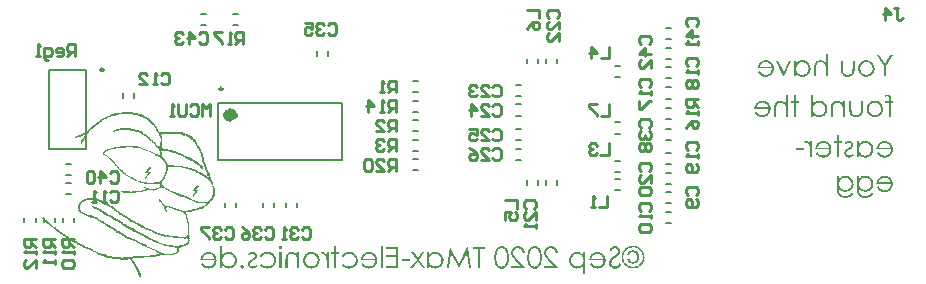
<source format=gbo>
%FSTAX23Y23*%
%MOIN*%
%SFA1B1*%

%IPPOS*%
%ADD10C,0.009840*%
%ADD11C,0.007870*%
%ADD14C,0.010000*%
%ADD59C,0.023620*%
%LNboard-1*%
%LPD*%
G36*
X02596Y04874D02*
X02596Y04875D01*
X02599Y04874*
X02599Y04875*
X02603Y04873*
X02603Y04875*
X02607Y04873*
X02607Y04874*
X02611Y04873*
X02611Y04874*
X02615Y04873*
X02615Y04874*
X02621Y04872*
X02622Y04873*
X02625Y04871*
X02626Y04872*
X02632Y0487*
X02632Y04871*
X02642Y04867*
X02642Y04869*
X02654Y04864*
X02654Y04863*
X02667Y04857*
X02666Y04856*
X02672Y04854*
X02672Y04852*
X02676Y04851*
X02675Y0485*
X02677Y04849*
X02677Y04848*
X02681Y04846*
X0268Y04845*
X02682Y04844*
X02682Y04843*
X02684Y04842*
X02684Y04841*
X02686Y0484*
X02686Y04839*
X02688Y04838*
X02688Y04836*
X0269Y04835*
X0269Y04834*
X02691Y04834*
X0269Y04833*
X02693Y04832*
X02692Y0483*
X02695Y04829*
X02694Y04828*
X02695Y04828*
X02695Y04827*
X02697Y04826*
X02697Y04824*
X02698Y04824*
X02697Y04823*
X02699Y04822*
X02698Y04821*
X027Y0482*
X027Y04819*
X02701Y04818*
X02701Y04817*
X02702Y04817*
X02701Y04816*
X02703Y04815*
X02702Y04814*
X02702Y04813*
X02704Y04812*
X02704Y04811*
X02705Y0481*
X02704Y04809*
X02711Y04806*
X02712Y04807*
X02714Y04806*
X02715Y04807*
X02717Y04807*
X02718Y04808*
X0272Y04807*
X0272Y04808*
X02724Y04806*
X02725Y04808*
X02727Y04807*
X02727Y04808*
X0273Y04807*
X0273Y04808*
X02733Y04807*
X02733Y04808*
X02737Y04807*
X02737Y04808*
X0274Y04807*
X0274Y04808*
X02742Y04807*
X02743Y04809*
X02745Y04808*
X02746Y04809*
X02748Y04808*
X02749Y04809*
X02752Y04808*
X02753Y04809*
X02755Y04808*
X02756Y04809*
X02758Y04808*
X02758Y04809*
X02767Y04806*
X02767Y04807*
X0277Y04806*
X0277Y04807*
X02771Y04807*
X02772Y04808*
X02777Y04806*
X02777Y04807*
X02782Y04805*
X02782Y04807*
X02789Y04804*
X0279Y04805*
X02805Y04799*
X02805Y04797*
X02814Y04794*
X02814Y04792*
X02819Y0479*
X02818Y04789*
X02821Y04788*
X0282Y04787*
X02823Y04786*
X02822Y04785*
X02824Y04784*
X02824Y04783*
X02826Y04782*
X02826Y04781*
X02828Y0478*
X02828Y04778*
X02829Y04778*
X02829Y04777*
X0283Y04776*
X02829Y04775*
X02832Y04774*
X02831Y04773*
X02832Y04772*
X02832Y04771*
X02831Y0477*
X02833Y0477*
X02832Y04768*
X02833Y04768*
X02833Y04767*
X02835Y04766*
X02835Y04765*
X02837Y04764*
X02837Y04762*
X02838Y04762*
X02837Y04761*
X0284Y0476*
X02839Y04759*
X02842Y04758*
X02841Y04756*
X02843Y04755*
X02843Y04754*
X02842Y04753*
X02845Y04752*
X02844Y04751*
X02846Y0475*
X02845Y04749*
X02845Y04748*
X02844Y04747*
X02847Y04746*
X02846Y04745*
X02846Y04744*
X02847Y04743*
X02846Y04742*
X0285Y0474*
X02849Y04739*
X02849Y04738*
X02851Y04737*
X02851Y04736*
X02852Y04735*
X02852Y04734*
X02851Y04733*
X02852Y04733*
X02852Y04731*
X02853Y04731*
X02852Y0473*
X02852Y04728*
X02853Y04728*
X02853Y04727*
X02854Y04726*
X02853Y04725*
X02855Y04725*
X02854Y04723*
X02854Y04722*
X02855Y04722*
X02854Y04721*
X02854Y04719*
X02855Y04719*
X02855Y04718*
X02856Y04717*
X02855Y04716*
X02856Y04716*
X02856Y04714*
X02855Y04713*
X02857Y04713*
X02856Y04712*
X02857Y04711*
X02857Y0471*
X02858Y04709*
X02858Y04708*
X02859Y04708*
X02858Y04706*
X0286Y04706*
X02859Y04705*
X0286Y04704*
X0286Y04703*
X02859Y04702*
X0286Y04701*
X0286Y047*
X02861Y047*
X02861Y04699*
X02862Y04698*
X02861Y04697*
X02861Y04696*
X02862Y04695*
X02862Y04694*
X02863Y04694*
X02862Y04692*
X02864Y04692*
X02863Y04691*
X02864Y0469*
X02864Y04689*
X02865Y04689*
X02864Y04687*
X02866Y04687*
X02865Y04686*
X02868Y04685*
X02867Y04684*
X02868Y04683*
X02868Y04682*
X02869Y04681*
X02868Y0468*
X0287Y0468*
X02869Y04679*
X0287Y04678*
X0287Y04677*
X02871Y04676*
X02871Y04675*
X02872Y04675*
X02871Y04674*
X02873Y04673*
X02872Y04672*
X02873Y04671*
X02873Y0467*
X02874Y0467*
X02873Y04668*
X02875Y04668*
X02874Y04667*
X02874Y04666*
X02875Y04665*
X02874Y04664*
X02876Y04663*
X02875Y04662*
X02875Y04661*
X02877Y0466*
X02877Y04659*
X02879Y04658*
X02878Y04657*
X02878Y04656*
X02877Y04654*
X02879Y04654*
X02878Y04653*
X02878Y04652*
X0288Y04651*
X0288Y04649*
X02882Y04648*
X02882Y04647*
X02883Y04647*
X02882Y04646*
X02883Y04645*
X02883Y04644*
X02884Y04643*
X02884Y04642*
X02885Y04642*
X02884Y04641*
X02886Y0464*
X02885Y04639*
X02886Y04638*
X02886Y04637*
X02887Y04637*
X02886Y04636*
X02888Y04635*
X02887Y04634*
X02887Y04633*
X02888Y04632*
X02887Y04631*
X02887Y0463*
X02888Y04629*
X02888Y04628*
X0289Y04627*
X0289Y04626*
X02889Y04625*
X0289Y04624*
X0289Y04623*
X02891Y04623*
X0289Y04621*
X02892Y04621*
X02891Y0462*
X02892Y04619*
X02892Y04618*
X02891Y04617*
X02893Y04616*
X02892Y04615*
X02892Y04614*
X02893Y04614*
X02892Y04612*
X02894Y04612*
X02893Y04611*
X02893Y04609*
X02894Y04609*
X02893Y04608*
X02893Y04607*
X02894Y04606*
X02894Y04605*
X02893Y04604*
X02893Y04603*
X02892Y04601*
X02892Y046*
X02891Y04599*
X02892Y04599*
X02892Y04597*
X02891Y04596*
X02891Y04595*
X0289Y04594*
X0289Y04593*
X02889Y04591*
X02889Y0459*
X02888Y04591*
X02887Y04589*
X02887Y04588*
X02886Y04587*
X02886Y04586*
X02885Y04585*
X02885Y04583*
X02884Y04584*
X02883Y04583*
X02883Y04582*
X02882Y04582*
X02881Y04581*
X02881Y0458*
X0288Y04578*
X02879Y04579*
X02878Y04578*
X02878Y04577*
X02877Y04577*
X02876Y04576*
X02876Y04575*
X02875Y04574*
X02875Y04572*
X02874Y04571*
X02873Y04572*
X02873Y0457*
X02872Y04569*
X02872Y04568*
X02871Y04567*
X0287Y04567*
X0287Y04566*
X02869Y04565*
X02868Y04565*
X02867Y04564*
X02867Y04563*
X02866Y04564*
X02865Y04562*
X02864Y04563*
X02864Y04562*
X02862Y04562*
X02862Y04561*
X02861Y0456*
X0286Y0456*
X0286Y04559*
X02859Y04558*
X02858Y04558*
X02858Y04557*
X02856Y04558*
X02856Y04556*
X02855Y04557*
X02854Y04556*
X02853Y04556*
X02853Y04555*
X02852Y04554*
X02851Y04554*
X0285Y04553*
X02849Y04554*
X02849Y04552*
X02848Y04553*
X02847Y04552*
X02845Y04553*
X02844Y04551*
X02843Y04552*
X02843Y04551*
X02841Y04551*
X02841Y0455*
X0284Y0455*
X02839Y04549*
X02838Y0455*
X02837Y04549*
X02835Y0455*
X02835Y04548*
X02833Y04549*
X02833Y04548*
X02831Y04549*
X0283Y04547*
X02828Y04548*
X02827Y04547*
X02827Y04546*
X02824Y04547*
X02824Y04546*
X02823Y04546*
X02822Y04545*
X0282Y04546*
X02819Y04545*
X02818Y04545*
X02818Y04544*
X02815Y04545*
X02815Y04544*
X02814Y04544*
X02813Y04543*
X02812Y04544*
X02811Y04542*
X02809Y04543*
X02809Y04542*
X02807Y04543*
X02807Y04542*
X02806Y04542*
X02805Y04541*
X02803Y04542*
X02802Y04541*
X02801Y04541*
X02801Y0454*
X02797Y04541*
X02797Y0454*
X02796Y04539*
X02796Y04538*
X02795Y04537*
X02798Y04536*
X02797Y04534*
X02798Y04534*
X02798Y04533*
X02797Y04532*
X02799Y04531*
X02798Y0453*
X02799Y04529*
X02799Y04528*
X028Y04528*
X02799Y04527*
X02799Y04525*
X028Y04525*
X028Y04524*
X02801Y04523*
X028Y04522*
X02802Y04521*
X02801Y0452*
X02801Y04519*
X02802Y04519*
X02801Y04517*
X02801Y04516*
X02802Y04516*
X02802Y04515*
X02803Y04514*
X02802Y04513*
X02803Y04512*
X02803Y04511*
X02803Y0451*
X02805Y04509*
X02804Y04508*
X02804Y04507*
X02805Y04506*
X02805Y04505*
X02804Y04504*
X02805Y04503*
X02805Y04502*
X02804Y04501*
X02806Y045*
X02805Y04499*
X02805Y04498*
X02806Y04498*
X02805Y04496*
X02805Y04495*
X02806Y04495*
X02806Y04494*
X02805Y04492*
X02806Y04492*
X02806Y04491*
X02805Y04489*
X02807Y04489*
X02806Y04488*
X02807Y04487*
X02807Y04486*
X02806Y04485*
X02807Y04484*
X02807Y04483*
X02806Y04482*
X02808Y04482*
X02807Y0448*
X02807Y04479*
X02808Y04479*
X02807Y04478*
X02807Y04476*
X02808Y04476*
X02808Y04475*
X02807Y04474*
X02807Y04472*
X02808Y04472*
X02807Y04471*
X02807Y04469*
X02808Y04469*
X02808Y04468*
X02807Y04467*
X02808Y04466*
X02808Y04465*
X02807Y04464*
X02809Y04463*
X02808Y04462*
X02808Y04461*
X02809Y0446*
X02808Y04459*
X02809Y04459*
X02809Y04458*
X02808Y04458*
X02807Y04457*
X02809Y04456*
X02808Y04455*
X02809Y04455*
X02809Y04453*
X02808Y04452*
X02808Y04451*
X02807Y0445*
X02809Y04449*
X02808Y04448*
X02808Y04447*
X02807Y04446*
X02807Y04445*
X02806Y04443*
X02806Y04442*
X02807Y04442*
X02806Y04441*
X02806Y04439*
X02805Y04438*
X02804Y04439*
X02804Y04437*
X02803Y04436*
X02803Y04435*
X02802Y04436*
X02801Y04434*
X02801Y04433*
X028Y04432*
X02798Y04433*
X02797Y04432*
X02797Y04431*
X02796Y04431*
X02795Y0443*
X02794Y0443*
X02793Y04429*
X02792Y0443*
X02792Y04428*
X02791Y04429*
X0279Y04428*
X02789Y04428*
X02788Y04427*
X02786Y04428*
X02786Y04427*
X02785Y04426*
X02783Y04427*
X02782Y04425*
X02781Y04426*
X02781Y04425*
X02779Y04425*
X02779Y04424*
X02778Y04424*
X02777Y04423*
X02777Y04422*
X02774Y04423*
X02774Y04422*
X02773Y04421*
X02772Y04421*
X02772Y0442*
X02771Y04419*
X02771Y04418*
X0277Y04416*
X02771Y04416*
X02771Y04415*
X0277Y04413*
X02772Y04413*
X02771Y04412*
X02771Y04411*
X0277Y04409*
X0277Y04408*
X02769Y04407*
X02769Y04406*
X02768Y04406*
X02767Y04405*
X02767Y04404*
X02765Y04404*
X02765Y04403*
X02764Y04402*
X02763Y04403*
X02763Y04401*
X02762Y04402*
X02761Y04401*
X02759Y04402*
X02758Y044*
X02757Y04401*
X02757Y044*
X02754Y04401*
X02754Y04399*
X02752Y044*
X02752Y04399*
X0275Y044*
X02749Y04399*
X02747Y04399*
X02746Y04398*
X02744Y04399*
X02743Y04398*
X02741Y04399*
X02741Y04398*
X02737Y04399*
X02736Y04398*
X02735Y04399*
X02735Y04397*
X02731Y04399*
X02731Y04398*
X02727Y04399*
X02727Y04398*
X02721Y044*
X0272Y04399*
X02717Y04401*
X02716Y04399*
X02714Y044*
X02713Y04399*
X02713Y04398*
X0271Y04399*
X0271Y04398*
X02709Y04398*
X02708Y04397*
X02708Y04396*
X02707Y04396*
X02706Y04395*
X02704Y04396*
X02703Y04395*
X02701Y04396*
X027Y04395*
X02698Y04396*
X02698Y04394*
X02695Y04395*
X02695Y04394*
X02694Y04395*
X02693Y04393*
X02689Y04395*
X02689Y04394*
X02688Y04394*
X02687Y04393*
X02684Y04394*
X02683Y04393*
X02681Y04394*
X0268Y04393*
X02678Y04394*
X02678Y04393*
X02676Y04393*
X02676Y04392*
X02673Y04393*
X02673Y04392*
X02671Y04393*
X0267Y04392*
X02669Y04392*
X02668Y04391*
X02666Y04392*
X02666Y04391*
X02663Y04392*
X02663Y0439*
X0266Y04391*
X0266Y0439*
X02657Y04391*
X02657Y0439*
X02656Y0439*
X02655Y04389*
X02654Y0439*
X02654Y04389*
X02649Y04391*
X02648Y04389*
X02645Y04391*
X02644Y0439*
X02642Y04391*
X02641Y04389*
X02639Y0439*
X02639Y04389*
X02636Y0439*
X02636Y04389*
X02635Y04389*
X02634Y04388*
X02632Y04389*
X02631Y04388*
X02629Y04389*
X02628Y04388*
X02626Y04389*
X02625Y04387*
X02622Y04389*
X02621Y04388*
X0262Y04388*
X0262Y04387*
X02619Y04388*
X02618Y04386*
X02618Y04385*
X02617Y04384*
X0262Y04383*
X02619Y04382*
X0262Y04381*
X0262Y0438*
X02622Y04379*
X02622Y04378*
X02623Y04377*
X02622Y04376*
X02624Y04376*
X02623Y04375*
X02624Y04374*
X02624Y04373*
X02626Y04372*
X02626Y04371*
X02627Y0437*
X02626Y04369*
X02628Y04369*
X02627Y04367*
X02628Y04367*
X02628Y04366*
X02629Y04365*
X02629Y04364*
X02631Y04363*
X0263Y04362*
X02632Y04361*
X02631Y0436*
X02634Y04359*
X02633Y04358*
X02634Y04358*
X02634Y04356*
X02635Y04356*
X02634Y04355*
X02636Y04354*
X02635Y04353*
X02638Y04352*
X02637Y04351*
X02638Y0435*
X02638Y04349*
X02639Y04349*
X02638Y04348*
X0264Y04347*
X02639Y04346*
X0264Y04345*
X0264Y04344*
X02641Y04344*
X02641Y04343*
X02642Y04342*
X02641Y04341*
X02643Y0434*
X02642Y04339*
X02643Y04339*
X02643Y04338*
X02644Y04337*
X02643Y04336*
X02643Y04335*
X02644Y04334*
X02644Y04333*
X02645Y04333*
X02644Y04331*
X02644Y0433*
X02645Y0433*
X02645Y04328*
X02644Y04327*
X02645Y04327*
X02645Y04326*
X02646Y04325*
X02646Y04324*
X02637Y04327*
X02638Y04329*
X02638Y0433*
X02637Y0433*
X02637Y04331*
X02636Y04332*
X02637Y04333*
X02637Y04334*
X02636Y04335*
X02637Y04336*
X02635Y04336*
X02636Y04338*
X02635Y04338*
X02635Y04339*
X02634Y0434*
X02634Y04341*
X02633Y04341*
X02634Y04343*
X02632Y04343*
X02633Y04344*
X02632Y04345*
X02632Y04346*
X02631Y04346*
X02632Y04348*
X0263Y04348*
X02631Y04349*
X0263Y0435*
X0263Y04351*
X02629Y04351*
X02629Y04353*
X02628Y04353*
X02629Y04354*
X02628Y04355*
X02628Y04356*
X02626Y04357*
X02626Y04358*
X02625Y04359*
X02625Y0436*
X02624Y0436*
X02625Y04361*
X02622Y04362*
X02623Y04364*
X02622Y04364*
X02622Y04365*
X02621Y04366*
X02621Y04367*
X0262Y04367*
X02621Y04369*
X02619Y04369*
X0262Y0437*
X02618Y04371*
X02618Y04372*
X02617Y04373*
X02617Y04374*
X02616Y04375*
X02617Y04376*
X02615Y04376*
X02616Y04378*
X02615Y04378*
X02615Y04379*
X02613Y0438*
X02613Y04381*
X02612Y04382*
X02613Y04383*
X02607Y04385*
X02606Y04384*
X02605Y04385*
X02604Y04384*
X02602Y04384*
X02602Y04383*
X02599Y04384*
X02599Y04383*
X02596Y04384*
X02596Y04383*
X02593Y04384*
X02593Y04383*
X02589Y04384*
X02589Y04383*
X02587Y04384*
X02586Y04383*
X02583Y04384*
X02582Y04383*
X02578Y04384*
X02578Y04383*
X02573Y04385*
X02573Y04384*
X02569Y04385*
X02569Y04384*
X02564Y04386*
X02563Y04385*
X02557Y04387*
X02557Y04386*
X02553Y04388*
X02553Y04386*
X02549Y04388*
X02549Y04387*
X02543Y04389*
X02542Y04388*
X02535Y04391*
X02535Y04389*
X02526Y04393*
X02526Y04392*
X02499Y04403*
X02499Y04404*
X0246Y0442*
X0246Y04421*
X02448Y04426*
X02449Y04427*
X02438Y04431*
X02439Y04433*
X0243Y04436*
X02431Y04437*
X02416Y04443*
X02417Y04444*
X02409Y04447*
X02409Y04449*
X02403Y04451*
X02404Y04452*
X02398Y04455*
X02398Y04456*
X02391Y04459*
X02391Y0446*
X02385Y04462*
X02386Y04464*
X02381Y04465*
X02382Y04467*
X02378Y04468*
X02379Y04469*
X02374Y04471*
X02374Y04472*
X02368Y04475*
X02369Y04476*
X02365Y04477*
X02366Y04479*
X02361Y04481*
X02361Y04482*
X02358Y04483*
X02358Y04484*
X02355Y04486*
X02355Y04487*
X02352Y04488*
X02352Y0449*
X0235Y04491*
X0235Y04492*
X02347Y04493*
X02347Y04494*
X02342Y04496*
X02343Y04498*
X02339Y04499*
X0234Y045*
X02335Y04502*
X02335Y04503*
X02332Y04505*
X02332Y04506*
X02326Y04508*
X02327Y0451*
X02323Y04511*
X02324Y04512*
X02321Y04513*
X02322Y04514*
X02318Y04516*
X02319Y04517*
X02316Y04518*
X02317Y04519*
X02316Y0452*
X02316Y04521*
X02317Y04522*
X02317Y04523*
X02318Y04524*
X02318Y04526*
X02322Y04524*
X02321Y04523*
X02322Y04522*
X02322Y04521*
X02324Y0452*
X02324Y04519*
X02327Y04518*
X02327Y04516*
X0233Y04515*
X0233Y04514*
X02335Y04512*
X02334Y04511*
X02338Y04509*
X02337Y04508*
X02339Y04508*
X02338Y04506*
X02343Y04504*
X02342Y04503*
X02346Y04502*
X02345Y04501*
X0235Y04499*
X0235Y04498*
X02353Y04496*
X02353Y04495*
X02356Y04493*
X02356Y04492*
X02361Y0449*
X0236Y04489*
X02363Y04488*
X02362Y04487*
X02367Y04485*
X02366Y04484*
X02371Y04482*
X02371Y04481*
X02377Y04478*
X02376Y04477*
X0238Y04476*
X02379Y04475*
X02384Y04473*
X02384Y04471*
X02388Y04469*
X02388Y04468*
X02394Y04466*
X02393Y04465*
X02399Y04462*
X02399Y04461*
X02404Y04459*
X02403Y04458*
X02409Y04456*
X02409Y04454*
X02423Y04449*
X02422Y04447*
X02432Y04444*
X02431Y04442*
X02439Y04439*
X02438Y04438*
X02449Y04434*
X02448Y04433*
X02455Y0443*
X02455Y04429*
X02456Y04428*
X02457Y04429*
X02458Y04429*
X02457Y04428*
X02484Y04417*
X02483Y04416*
X02525Y04399*
X02525Y044*
X02537Y04395*
X02538Y04397*
X02539Y04396*
X02538Y04395*
X0254Y04394*
X0254Y04396*
X02546Y04393*
X02547Y04394*
X02552Y04392*
X02553Y04393*
X02557Y04392*
X02557Y04393*
X02562Y04391*
X02562Y04392*
X02567Y0439*
X02568Y04392*
X02571Y0439*
X02572Y04391*
X02575Y0439*
X02576Y04391*
X02578Y0439*
X02578Y04391*
X02583Y04389*
X02584Y04391*
X02586Y0439*
X02587Y04391*
X02589Y0439*
X02589Y04391*
X02593Y0439*
X02594Y04391*
X02597Y04389*
X02598Y0439*
X026Y04389*
X026Y04391*
X02603Y0439*
X02603Y04391*
X02606Y0439*
X02606Y04391*
X02609Y0439*
X02609Y04391*
X02611Y0439*
X02612Y04392*
X02613Y04391*
X02614Y04392*
X02616Y04391*
X02616Y04393*
X02618Y04392*
X02618Y04393*
X02619Y04393*
X0262Y04394*
X02622Y04393*
X02623Y04394*
X02625Y04393*
X02626Y04394*
X02628Y04393*
X02628Y04395*
X02632Y04393*
X02632Y04394*
X02635Y04393*
X02635Y04395*
X02638Y04394*
X02638Y04395*
X02642Y04393*
X02642Y04395*
X02645Y04394*
X02645Y04395*
X02649Y04393*
X02649Y04395*
X02652Y04394*
X02652Y04395*
X02654Y04394*
X02655Y04395*
X02657Y04394*
X02658Y04395*
X0266Y04394*
X02661Y04395*
X02663Y04395*
X02663Y04396*
X02666Y04395*
X02666Y04396*
X02668Y04395*
X02668Y04397*
X02672Y04395*
X02672Y04396*
X02673Y04396*
X02674Y04397*
X02676Y04396*
X02677Y04397*
X02679Y04396*
X02679Y04398*
X02682Y04397*
X02682Y04398*
X02684Y04397*
X02684Y04399*
X02688Y04397*
X02688Y04398*
X02689Y04398*
X0269Y04399*
X02692Y04398*
X02693Y04399*
X02695Y04398*
X02695Y04399*
X02697Y04399*
X02697Y044*
X027Y04399*
X027Y044*
X02702Y04399*
X02703Y04401*
X02704Y044*
X02705Y04401*
X02706Y04401*
X02706Y04402*
X02707Y04403*
X02707Y04404*
X02695Y04409*
X02696Y0441*
X02662Y04424*
X02663Y04425*
X02644Y04433*
X02644Y04434*
X02632Y04439*
X02633Y0444*
X02596Y04455*
X02596Y04456*
X02588Y04459*
X02589Y04461*
X02583Y04463*
X02583Y04464*
X02577Y04467*
X02578Y04468*
X02569Y04471*
X0257Y04472*
X0256Y04476*
X02561Y04477*
X02553Y0448*
X02554Y04482*
X02548Y04484*
X02548Y04485*
X02541Y04488*
X02542Y04489*
X02536Y04492*
X02536Y04493*
X02532Y04495*
X02532Y04496*
X02527Y04498*
X02528Y04499*
X02523Y04501*
X02523Y04502*
X02516Y04505*
X02517Y04506*
X0251Y04509*
X0251Y0451*
X02497Y04516*
X02498Y04517*
X0248Y04524*
X02479Y04523*
X02445Y04537*
X02445Y04538*
X02443Y04539*
X02443Y0454*
X02442Y04541*
X02442Y04542*
X02439Y04543*
X02439Y04544*
X02438Y04545*
X02439Y04546*
X02437Y04547*
X02438Y04548*
X02438Y04549*
X02437Y04549*
X02438Y04551*
X02437Y04551*
X02437Y04552*
X02436Y04553*
X02436Y04554*
X02437Y04555*
X02436Y04556*
X02436Y04557*
X02437Y04558*
X02435Y04559*
X02436Y0456*
X02436Y04561*
X02437Y04562*
X02436Y04563*
X02436Y04564*
X02437Y04565*
X02437Y04566*
X02438Y04567*
X02439Y04567*
X02439Y04568*
X0244Y04569*
X0244Y0457*
X02441Y04572*
X02441Y04573*
X02442Y04572*
X02443Y04574*
X02443Y04575*
X02444Y04576*
X02445Y04575*
X02445Y04577*
X02446Y04578*
X02447Y04577*
X02448Y04579*
X02449Y04578*
X02449Y04579*
X0245Y0458*
X02451Y0458*
X02451Y04581*
X02453Y04581*
X02453Y04582*
X02454Y04583*
X02455Y04583*
X02455Y04584*
X02456Y04583*
X02457Y04584*
X02458Y04584*
X02459Y04585*
X0246Y04585*
X0246Y04586*
X02463Y04585*
X02463Y04586*
X02464Y04586*
X02465Y04587*
X02467Y04586*
X02468Y04587*
X02469Y04587*
X02469Y04588*
X02472Y04587*
X02472Y04588*
X02475Y04587*
X02475Y04588*
X02477Y04587*
X02478Y04588*
X0248Y04588*
X02481Y04589*
X02486Y04587*
X02486Y04588*
X0249Y04587*
X0249Y04588*
X02494Y04586*
X02494Y04587*
X02518Y04578*
X02518Y04577*
X02534Y0457*
X02534Y04569*
X02547Y04563*
X02546Y04562*
X02552Y0456*
X02552Y04559*
X02557Y04557*
X02556Y04556*
X0256Y04554*
X02559Y04553*
X02563Y04551*
X02562Y0455*
X02565Y04549*
X02564Y04548*
X02569Y04546*
X02569Y04545*
X02576Y04542*
X02575Y04541*
X0258Y04539*
X02579Y04538*
X02584Y04536*
X02584Y04535*
X0259Y04532*
X02589Y04531*
X02596Y04528*
X02596Y04527*
X02602Y04525*
X02601Y04523*
X02609Y0452*
X02608Y04519*
X02618Y04515*
X02617Y04514*
X02625Y04511*
X02625Y0451*
X02633Y04506*
X02633Y04505*
X02644Y04501*
X02643Y045*
X02656Y04494*
X02656Y04493*
X02682Y04483*
X02681Y04481*
X0272Y04466*
X0272Y04467*
X0273Y04463*
X0273Y04464*
X02735Y04463*
X02735Y04464*
X02741Y04461*
X02742Y04463*
X02746Y04461*
X02747Y04462*
X02752Y0446*
X02752Y04461*
X02756Y0446*
X02756Y04461*
X0276Y04459*
X0276Y04461*
X02765Y04459*
X02766Y0446*
X02769Y04458*
X0277Y0446*
X02773Y04458*
X02774Y04459*
X02777Y04458*
X02778Y04459*
X02781Y04458*
X02782Y04459*
X02784Y04458*
X02785Y04459*
X02788Y04458*
X02789Y04459*
X0279Y04458*
X0279Y04459*
X02794Y04458*
X02794Y04459*
X02796Y04459*
X02796Y0446*
X02797Y04459*
X02798Y04461*
X02799Y0446*
X02799Y04461*
X028Y04463*
X028Y04464*
X02801Y04465*
X02801Y04466*
X02802Y04467*
X02802Y04469*
X02803Y0447*
X02802Y0447*
X02802Y04471*
X02803Y04473*
X02803Y04474*
X02802Y04474*
X02802Y04475*
X02803Y04477*
X02802Y04477*
X02802Y04478*
X02803Y04479*
X02803Y04481*
X02802Y04481*
X02802Y04482*
X02803Y04484*
X02802Y04484*
X02802Y04485*
X02803Y04486*
X02801Y04487*
X02802Y04488*
X02802Y04489*
X02801Y0449*
X02802Y04491*
X02802Y04492*
X02801Y04493*
X02802Y04494*
X02802Y04495*
X02802Y04496*
X02801Y04497*
X02802Y04498*
X02802Y04499*
X02801Y045*
X02802Y04501*
X02802Y04502*
X02801Y04502*
X02801Y04504*
X02802Y04505*
X02801Y04505*
X02801Y04506*
X028Y04507*
X028Y04508*
X02801Y04509*
X028Y0451*
X028Y04511*
X02799Y04511*
X02799Y04513*
X02798Y04513*
X02799Y04514*
X02799Y04516*
X02798Y04516*
X02798Y04517*
X02797Y04518*
X02798Y04519*
X02797Y04519*
X02797Y04521*
X02798Y04522*
X02796Y04522*
X02797Y04523*
X02796Y04524*
X02796Y04525*
X02795Y04526*
X02795Y04527*
X02796Y04528*
X02795Y04528*
X02795Y0453*
X02794Y0453*
X02794Y04531*
X02793Y04532*
X02794Y04533*
X02793Y04533*
X02793Y04535*
X02792Y04535*
X02792Y04536*
X0279Y04537*
X0279Y04538*
X0277Y04547*
X0277Y04545*
X02746Y04555*
X02745Y04554*
X02736Y04558*
X02735Y04557*
X02733Y04558*
X02733Y04556*
X02731Y04557*
X02731Y04556*
X0273Y04554*
X0273Y04553*
X02729Y04552*
X02729Y04551*
X0273Y0455*
X0273Y04549*
X02731Y04549*
X0273Y04548*
X02732Y04547*
X02731Y04546*
X02732Y04545*
X02732Y04544*
X02733Y04544*
X02732Y04542*
X02732Y04541*
X02732Y0454*
X02728Y04542*
X02728Y04543*
X02727Y04543*
X02728Y04544*
X02727Y04545*
X02727Y04546*
X02726Y04547*
X02726Y04548*
X02725Y04548*
X02726Y04549*
X02724Y0455*
X02725Y04551*
X02724Y04552*
X02724Y04553*
X02723Y04553*
X02723Y04554*
X02724Y04556*
X02723Y04556*
X02723Y04557*
X02722Y04558*
X02722Y04559*
X02721Y04559*
X02722Y04561*
X02721Y04561*
X02721Y04562*
X02719Y04563*
X02719Y04564*
X02718Y04565*
X02718Y04566*
X02716Y04567*
X02717Y04568*
X02715Y04569*
X02716Y0457*
X02713Y04571*
X02714Y04572*
X02713Y04573*
X02713Y04574*
X0271Y04575*
X0271Y04576*
X02707Y04578*
X02707Y04579*
X02706Y0458*
X02706Y04581*
X02704Y04582*
X02704Y04583*
X02705Y04584*
X02706Y04584*
X02707Y04585*
X02709Y04584*
X02708Y04583*
X02711Y04582*
X0271Y04581*
X02713Y0458*
X02712Y04578*
X02715Y04577*
X02714Y04576*
X02717Y04575*
X02716Y04574*
X02718Y04573*
X02718Y04572*
X0272Y04571*
X0272Y0457*
X02721Y04569*
X02721Y04568*
X02723Y04567*
X02723Y04566*
X02724Y04565*
X02723Y04564*
X02733Y0456*
X02733Y04562*
X02739Y04559*
X0274Y0456*
X02749Y04557*
X0275Y04558*
X02769Y0455*
X02769Y04551*
X02785Y04545*
X02785Y04546*
X0279Y04544*
X0279Y04545*
X02794Y04544*
X02795Y04545*
X02797Y04544*
X02797Y04545*
X028Y04544*
X028Y04546*
X02801Y04547*
X02803Y04546*
X02804Y04547*
X02806Y04546*
X02806Y04547*
X02808Y04547*
X02808Y04548*
X02811Y04547*
X02811Y04548*
X02811Y04549*
X02814Y04548*
X02814Y0455*
X02816Y04549*
X02816Y0455*
X02818Y04549*
X02819Y04551*
X0282Y0455*
X02821Y04551*
X02822Y04551*
X02822Y04552*
X02825Y04551*
X02825Y04552*
X02826Y04552*
X02827Y04553*
X02829Y04552*
X0283Y04553*
X02831Y04553*
X02831Y04554*
X02834Y04553*
X02834Y04554*
X02835Y04554*
X02836Y04555*
X02836Y04556*
X02838Y04555*
X02838Y04557*
X0284Y04556*
X02841Y04557*
X02842Y04556*
X02843Y04558*
X02844Y04557*
X02844Y04558*
X02845Y04558*
X02846Y04559*
X02847Y04559*
X02848Y0456*
X02849Y04559*
X02849Y0456*
X0285Y0456*
X02851Y04561*
X02852Y04561*
X02853Y04562*
X02854Y04561*
X02854Y04563*
X02855Y04562*
X02856Y04563*
X02857Y04563*
X02858Y04564*
X02858Y04565*
X02859Y04565*
X0286Y04566*
X02861Y04565*
X02861Y04567*
X02862Y04568*
X02862Y04569*
X02863Y0457*
X02858Y04572*
X02858Y04571*
X02855Y04572*
X02855Y04571*
X02851Y04572*
X02851Y04571*
X02848Y04572*
X02848Y04571*
X02844Y04572*
X02844Y04571*
X02839Y04573*
X02839Y04572*
X02834Y04574*
X02833Y04572*
X02781Y04594*
X0278Y04592*
X02752Y04604*
X02752Y04605*
X02739Y0461*
X0274Y04612*
X02732Y04615*
X02733Y04616*
X02726Y04619*
X02726Y0462*
X02714Y04625*
X02714Y04623*
X02713Y04624*
X02712Y04623*
X02712Y04622*
X02711Y04622*
X0271Y04621*
X02709Y04621*
X02708Y0462*
X02707Y04621*
X02707Y04619*
X02706Y0462*
X02705Y04619*
X02704Y04619*
X02703Y04618*
X02702Y04618*
X02702Y04617*
X02701Y04618*
X027Y04617*
X02699Y04617*
X02698Y04616*
X02697Y04616*
X02697Y04615*
X02694Y04616*
X02694Y04615*
X02693Y04615*
X02692Y04614*
X02691Y04615*
X0269Y04614*
X02688Y04614*
X02688Y04613*
X02684Y04615*
X02684Y04614*
X0268Y04615*
X02679Y04614*
X02676Y04615*
X02675Y04614*
X02673Y04615*
X02673Y04614*
X0267Y04615*
X0267Y04614*
X02667Y04615*
X02667Y04613*
X02666Y04614*
X02665Y04613*
X02664Y04613*
X02663Y04612*
X02662Y04612*
X02662Y04611*
X02659Y04612*
X02659Y04611*
X02658Y04611*
X02657Y0461*
X02656Y04611*
X02656Y0461*
X02653Y04611*
X02653Y04609*
X0265Y0461*
X0265Y04609*
X02647Y0461*
X02647Y04609*
X02645Y0461*
X02644Y04609*
X02643Y04609*
X02642Y04608*
X0264Y04609*
X0264Y04608*
X02637Y04609*
X02637Y04608*
X02634Y04608*
X02634Y04607*
X02633Y04608*
X02632Y04607*
X0263Y04608*
X02629Y04606*
X02628Y04607*
X02628Y04606*
X02625Y04607*
X02625Y04605*
X02622Y04606*
X02622Y04605*
X0262Y04606*
X02619Y04605*
X02617Y04606*
X02616Y04605*
X02614Y04606*
X02613Y04604*
X0261Y04606*
X02609Y04605*
X02607Y04606*
X02606Y04605*
X02603Y04606*
X02602Y04605*
X02598Y04607*
X02597Y04605*
X02592Y04607*
X02592Y04606*
X02588Y04608*
X02588Y04606*
X02582Y04609*
X02581Y04608*
X02579Y04609*
X02579Y0461*
X02578Y0461*
X02579Y04612*
X02579Y04613*
X02582Y04612*
X02582Y04613*
X02587Y04611*
X02587Y04612*
X02592Y0461*
X02593Y04611*
X02599Y04609*
X02599Y0461*
X02603Y04609*
X02603Y0461*
X02607Y04609*
X02607Y0461*
X02611Y04608*
X02611Y04609*
X02614Y04609*
X02614Y0461*
X02616Y04609*
X02617Y0461*
X02618Y04609*
X02619Y04611*
X02621Y0461*
X02621Y04611*
X02624Y0461*
X02624Y04611*
X02627Y0461*
X02627Y04611*
X0263Y0461*
X0263Y04612*
X02632Y04611*
X02633Y04612*
X02635Y04611*
X02636Y04612*
X02638Y04611*
X02639Y04612*
X0264Y04612*
X0264Y04613*
X02643Y04612*
X02643Y04613*
X02646Y04612*
X02646Y04613*
X02647Y04613*
X02648Y04614*
X02649Y04614*
X02649Y04615*
X02652Y04614*
X02652Y04615*
X02655Y04614*
X02655Y04615*
X02656Y04615*
X02657Y04616*
X02659Y04615*
X0266Y04616*
X0266Y04617*
X02661Y04619*
X02661Y0462*
X0266Y0462*
X0266Y04621*
X02654Y04624*
X02655Y04625*
X02655Y04626*
X02657Y04626*
X02657Y04627*
X02659Y04626*
X02659Y04625*
X02677Y04618*
X02677Y04619*
X02681Y04617*
X02681Y04619*
X02685Y04617*
X02685Y04618*
X02688Y04617*
X02688Y04619*
X0269Y04618*
X0269Y04619*
X02692Y04618*
X02693Y04619*
X02694Y04619*
X02695Y0462*
X02696Y0462*
X02696Y04621*
X02699Y0462*
X02699Y04621*
X027Y04622*
X02702Y04621*
X02702Y04623*
X02705Y04622*
X02705Y04623*
X02706Y04624*
X02707Y04623*
X02707Y04625*
X02708Y04626*
X02708Y04627*
X02709Y04628*
X02709Y04629*
X0271Y04631*
X0271Y04632*
X02709Y04632*
X0271Y04634*
X02701Y04637*
X02701Y04636*
X02698Y04637*
X02698Y04635*
X02696Y04636*
X02695Y04635*
X02693Y04636*
X02692Y04635*
X0269Y04636*
X02689Y04635*
X02687Y04636*
X02686Y04635*
X02684Y04635*
X02684Y04634*
X02681Y04635*
X02681Y04634*
X02677Y04636*
X02677Y04634*
X02673Y04636*
X02673Y04635*
X02669Y04636*
X02669Y04635*
X02664Y04637*
X02663Y04636*
X02659Y04637*
X02658Y04636*
X02651Y04639*
X0265Y04638*
X02644Y0464*
X02644Y04639*
X02617Y0465*
X02617Y04651*
X02616Y04652*
X02615Y04651*
X02614Y04651*
X02615Y04652*
X02608Y04655*
X02608Y04657*
X02601Y04659*
X02601Y04661*
X02597Y04663*
X02597Y04664*
X02594Y04665*
X02594Y04666*
X02589Y04668*
X0259Y04669*
X02585Y04671*
X02585Y04673*
X02581Y04675*
X02581Y04676*
X02579Y04677*
X02579Y04678*
X02577Y04679*
X02577Y0468*
X02574Y04681*
X02574Y04683*
X02571Y04684*
X02571Y04685*
X02569Y04686*
X02569Y04687*
X02567Y04688*
X02567Y0469*
X02565Y04691*
X02565Y04692*
X02563Y04693*
X02564Y04694*
X02561Y04695*
X02562Y04696*
X02559Y04697*
X0256Y04698*
X02557Y04699*
X02558Y047*
X02555Y04701*
X02556Y04703*
X02554Y04703*
X02554Y04705*
X02552Y04706*
X02552Y04707*
X0255Y04708*
X0255Y04709*
X02548Y0471*
X02548Y04711*
X02546Y04712*
X02546Y04713*
X02544Y04714*
X02545Y04715*
X02541Y04717*
X02541Y04718*
X02539Y04719*
X0254Y0472*
X02537Y04721*
X02538Y04722*
X02534Y04724*
X02535Y04725*
X02523Y0473*
X02523Y04731*
X0252Y04732*
X0252Y04734*
X02519Y04734*
X02519Y04735*
X02518Y04736*
X02519Y04737*
X02519Y04738*
X0252Y04739*
X0252Y04741*
X02521Y04742*
X02522Y04741*
X02522Y04743*
X02523Y04744*
X02524Y04743*
X02524Y04744*
X02525Y04746*
X02525Y04747*
X02526Y04746*
X02527Y04747*
X02528Y04747*
X02529Y04748*
X0253Y04748*
X0253Y04749*
X02532Y04748*
X02532Y0475*
X02533Y04749*
X02534Y0475*
X02535Y0475*
X02535Y04751*
X02537Y04751*
X02537Y04752*
X02538Y04751*
X02539Y04752*
X0254Y04752*
X0254Y04753*
X02543Y04752*
X02543Y04753*
X02544Y04753*
X02545Y04754*
X02547Y04753*
X02548Y04754*
X02549Y04754*
X02549Y04755*
X02551Y04755*
X02551Y04756*
X02553Y04755*
X02554Y04756*
X02555Y04756*
X02556Y04757*
X02558Y04756*
X02559Y04757*
X0256Y04756*
X0256Y04758*
X02561Y04757*
X02562Y04758*
X02565Y04757*
X02566Y04758*
X02567Y04758*
X02568Y04759*
X0257Y04758*
X0257Y04759*
X02573Y04758*
X02573Y04759*
X02575Y04759*
X02575Y0476*
X02577Y04759*
X02578Y0476*
X0258Y04759*
X02581Y0476*
X02583Y04759*
X02584Y04761*
X02586Y0476*
X02586Y04761*
X02589Y0476*
X02589Y04761*
X02592Y0476*
X02592Y04761*
X02596Y0476*
X02596Y04761*
X02599Y0476*
X02599Y04761*
X02603Y0476*
X02603Y04761*
X02607Y0476*
X02607Y04761*
X0261Y0476*
X0261Y04761*
X02612Y0476*
X02613Y04761*
X02617Y0476*
X02617Y04761*
X02621Y0476*
X02621Y04761*
X02623Y0476*
X02624Y04761*
X02629Y04759*
X02629Y0476*
X02634Y04758*
X02634Y0476*
X0264Y04757*
X02641Y04758*
X02649Y04755*
X0265Y04756*
X02683Y04743*
X02683Y04741*
X02697Y04736*
X02696Y04734*
X02708Y0473*
X02709Y04731*
X02709Y04732*
X0271Y04733*
X0271Y04734*
X02711Y04736*
X02708Y04737*
X02709Y04738*
X02709Y04739*
X02708Y04739*
X02709Y04741*
X02709Y04742*
X02708Y04742*
X02708Y04744*
X02707Y04744*
X02708Y04745*
X02706Y04746*
X02707Y04747*
X02706Y04747*
X02706Y04749*
X02705Y04749*
X02706Y0475*
X02703Y04751*
X02704Y04752*
X02702Y04753*
X02703Y04754*
X02701Y04755*
X02701Y04756*
X02699Y04757*
X02699Y04758*
X02696Y0476*
X02696Y04761*
X02694Y04762*
X02694Y04763*
X02692Y04764*
X02692Y04765*
X02691Y04766*
X02691Y04767*
X02688Y04768*
X02688Y0477*
X02686Y04771*
X02686Y04772*
X02683Y04773*
X02683Y04774*
X02681Y04775*
X02681Y04777*
X02679Y04778*
X0268Y04779*
X02676Y0478*
X02676Y04781*
X02673Y04783*
X02673Y04784*
X02671Y04785*
X02671Y04786*
X02669Y04787*
X0267Y04788*
X02666Y0479*
X02667Y04791*
X02661Y04793*
X02661Y04795*
X02656Y04796*
X02657Y04798*
X02644Y04803*
X02644Y04804*
X02642Y04805*
X02641Y04804*
X02638Y04805*
X02638Y04807*
X02635Y04808*
X02634Y04807*
X0262Y04813*
X02619Y04811*
X02612Y04814*
X02612Y04813*
X02607Y04815*
X02606Y04814*
X02603Y04815*
X02602Y04814*
X02598Y04816*
X02597Y04815*
X02592Y04817*
X02592Y04816*
X02588Y04817*
X02588Y04816*
X02587Y04816*
X02586Y04815*
X02583Y04817*
X02582Y04815*
X0258Y04816*
X02579Y04815*
X02578Y04816*
X02578Y04814*
X02575Y04815*
X02575Y04814*
X02572Y04815*
X02572Y04814*
X02571Y04814*
X0257Y04813*
X02569Y04814*
X02568Y04813*
X02567Y04813*
X02567Y04812*
X02566Y04812*
X02565Y04811*
X02563Y04812*
X02562Y04811*
X02561Y04811*
X02561Y0481*
X02559Y04811*
X02559Y04809*
X02558Y0481*
X02557Y04809*
X02555Y0481*
X02554Y04808*
X02552Y04809*
X02552Y04808*
X0255Y04809*
X02551Y0481*
X02551Y04811*
X02552Y04812*
X02553Y04812*
X02553Y04813*
X02554Y04814*
X02555Y04814*
X02556Y04815*
X02557Y04814*
X02557Y04816*
X02558Y04815*
X02559Y04816*
X02561Y04815*
X02562Y04817*
X02563Y04816*
X02563Y04817*
X02566Y04816*
X02566Y04818*
X02568Y04817*
X02568Y04818*
X02569Y04818*
X0257Y04819*
X02572Y04818*
X02573Y04819*
X02574Y04819*
X02574Y0482*
X02577Y04819*
X02577Y0482*
X02579Y04819*
X0258Y0482*
X02582Y04819*
X02583Y04821*
X02585Y0482*
X02586Y04821*
X02589Y04819*
X0259Y04821*
X02592Y0482*
X02593Y04821*
X02595Y0482*
X02595Y04821*
X02599Y0482*
X026Y04821*
X02604Y04819*
X02605Y0482*
X02608Y04819*
X02609Y0482*
X02614Y04818*
X02614Y04819*
X02622Y04816*
X02623Y04817*
X02634Y04813*
X02634Y04814*
X02651Y04807*
X0265Y04806*
X0266Y04802*
X02659Y04801*
X02665Y04798*
X02665Y04797*
X02668Y04796*
X02668Y04795*
X02672Y04793*
X02671Y04792*
X02676Y0479*
X02675Y04789*
X02678Y04788*
X02677Y04787*
X0268Y04786*
X02679Y04784*
X02682Y04783*
X02681Y04782*
X02685Y04781*
X02684Y0478*
X02687Y04779*
X02686Y04777*
X0269Y04776*
X02689Y04775*
X02692Y04774*
X02691Y04773*
X02693Y04772*
X02693Y04771*
X02695Y0477*
X02695Y04768*
X02697Y04767*
X02697Y04766*
X027Y04765*
X027Y04764*
X02702Y04763*
X02702Y04761*
X02704Y0476*
X02704Y04759*
X02706Y04758*
X02706Y04757*
X02708Y04756*
X02708Y04757*
X02709Y04759*
X02709Y0476*
X0271Y04761*
X02709Y04761*
X02709Y04763*
X0271Y04764*
X0271Y04765*
X02711Y04766*
X02709Y04767*
X0271Y04768*
X0271Y04769*
X02709Y0477*
X0271Y04771*
X0271Y04772*
X02711Y04773*
X02709Y04774*
X0271Y04775*
X0271Y04776*
X02711Y04777*
X0271Y04778*
X0271Y04779*
X02711Y0478*
X02711Y04781*
X0271Y04782*
X0271Y04783*
X02711Y04784*
X0271Y04785*
X0271Y04786*
X02711Y04787*
X02709Y04787*
X0271Y04789*
X02709Y04789*
X02709Y0479*
X0271Y04791*
X02709Y04792*
X02709Y04793*
X02708Y04794*
X02708Y04795*
X02709Y04796*
X02706Y04797*
X02707Y04798*
X02706Y04799*
X02706Y048*
X02705Y048*
X02705Y04802*
X02704Y04802*
X02705Y04803*
X02704Y04804*
X02704Y04805*
X02702Y04806*
X02702Y04807*
X02701Y04808*
X02701Y04809*
X02699Y0481*
X027Y04811*
X02698Y04811*
X02699Y04813*
X02696Y04813*
X02697Y04815*
X02696Y04815*
X02696Y04816*
X02694Y04817*
X02694Y04819*
X02693Y04819*
X02694Y0482*
X02692Y04821*
X02693Y04822*
X02692Y04822*
X02692Y04824*
X0269Y04824*
X0269Y04826*
X02688Y04827*
X02688Y04828*
X02687Y04828*
X02688Y0483*
X02685Y0483*
X02686Y04832*
X02685Y04832*
X02685Y04833*
X02681Y04835*
X02682Y04836*
X0268Y04837*
X0268Y04838*
X02676Y0484*
X02677Y04841*
X02675Y04842*
X02675Y04843*
X02673Y04844*
X02673Y04845*
X02668Y04847*
X02669Y04848*
X02663Y04851*
X02663Y04852*
X02655Y04855*
X02656Y04856*
X02633Y04866*
X02632Y04864*
X02628Y04866*
X02627Y04865*
X02621Y04867*
X02621Y04866*
X02616Y04868*
X02615Y04867*
X02612Y04868*
X02611Y04867*
X02608Y04869*
X02607Y04868*
X02605Y04868*
X02604Y04867*
X02601Y04869*
X026Y04868*
X02597Y04869*
X02596Y04868*
X02594Y04869*
X02593Y04868*
X0259Y04869*
X02589Y04868*
X02587Y04869*
X02587Y04868*
X02584Y04869*
X02584Y04867*
X02581Y04868*
X02581Y04867*
X02578Y04868*
X02578Y04867*
X02576Y04868*
X02575Y04867*
X02573Y04868*
X02572Y04866*
X0257Y04867*
X02569Y04866*
X02568Y04867*
X02568Y04865*
X02567Y04866*
X02566Y04865*
X02565Y04865*
X02564Y04864*
X02563Y04865*
X02563Y04863*
X0256Y04864*
X0256Y04863*
X02559Y04864*
X02558Y04862*
X02557Y04863*
X02556Y04862*
X02555Y04862*
X02555Y04861*
X02552Y04862*
X02552Y04861*
X0255Y04862*
X02549Y04861*
X02548Y04861*
X02547Y0486*
X02546Y0486*
X02546Y04859*
X02545Y0486*
X02544Y04858*
X02543Y04859*
X02542Y04858*
X0254Y04859*
X0254Y04857*
X02538Y04858*
X02538Y04857*
X02537Y04857*
X02536Y04856*
X02535Y04857*
X02535Y04855*
X02533Y04856*
X02533Y04855*
X02532Y04853*
X02531Y04854*
X02531Y04853*
X02529Y04853*
X02529Y04852*
X02528Y04853*
X02527Y04851*
X02526Y04852*
X02526Y04851*
X02524Y04851*
X02524Y0485*
X02523Y0485*
X02522Y04849*
X02521Y0485*
X02521Y04848*
X0252Y04847*
X02519Y04848*
X02518Y04847*
X02517Y04847*
X02517Y04846*
X02516Y04845*
X02515Y04845*
X02515Y04844*
X02514Y04843*
X02513Y04843*
X02513Y04842*
X02511Y04843*
X02511Y04841*
X0251Y04842*
X02509Y04841*
X02509Y04839*
X02507Y0484*
X02507Y04839*
X02507Y04838*
X02505Y04838*
X02505Y04837*
X02504Y04837*
X02503Y04836*
X02503Y04835*
X02502Y04835*
X02501Y04834*
X02501Y04833*
X02499Y04834*
X02499Y04832*
X02498Y04831*
X02497Y04832*
X02497Y0483*
X02496Y04829*
X02495Y0483*
X02495Y04829*
X02494Y04827*
X02493Y04828*
X02492Y04827*
X02492Y04825*
X02491Y04826*
X0249Y04825*
X0249Y04824*
X02489Y04824*
X02488Y04823*
X02487Y04823*
X02486Y04822*
X02486Y04821*
X02485Y0482*
X02484Y0482*
X02484Y04819*
X02483Y04818*
X02482Y04818*
X02482Y04817*
X0248Y04818*
X0248Y04816*
X02479Y04815*
X02478Y04816*
X02478Y04814*
X02477Y04815*
X02476Y04814*
X02476Y04813*
X02475Y04811*
X02474Y04812*
X02473Y04811*
X02473Y04809*
X02473Y04808*
X02472Y04807*
X02471Y04808*
X0247Y04806*
X0247Y04805*
X02469Y04804*
X02469Y04803*
X02468Y04803*
X02467Y04802*
X02467Y04801*
X02466Y048*
X02466Y04799*
X02465Y04797*
X02465Y04796*
X02464Y04797*
X02463Y04795*
X02463Y04794*
X02462Y04793*
X02462Y04792*
X02461Y04792*
X0246Y04791*
X0246Y0479*
X02459Y04789*
X02459Y04788*
X02458Y04786*
X02458Y04785*
X02457Y04784*
X02456Y04784*
X02456Y04783*
X02455Y04782*
X02455Y04781*
X02454Y0478*
X02454Y04779*
X02453Y04777*
X02452Y04778*
X02451Y04777*
X02451Y04775*
X0245Y04774*
X0245Y04773*
X02449Y04772*
X02449Y04771*
X02449Y04769*
X02447Y0477*
X02447Y04769*
X02444Y0477*
X02445Y04771*
X02444Y04771*
X02444Y04773*
X02445Y04774*
X02445Y04775*
X02446Y04776*
X02446Y04777*
X02447Y04779*
X02447Y0478*
X02448Y04781*
X02449Y0478*
X02449Y04782*
X0245Y04783*
X0245Y04784*
X02451Y04785*
X02451Y04786*
X02452Y04786*
X02453Y04787*
X02453Y04788*
X02454Y0479*
X02455Y04789*
X02456Y0479*
X02456Y04791*
X02456Y04793*
X02457Y04794*
X02457Y04795*
X02458Y04796*
X02458Y04797*
X02455Y04799*
X02454Y04798*
X02453Y04798*
X02453Y04797*
X02451Y04797*
X02451Y04796*
X0245Y04797*
X02449Y04795*
X02448Y04796*
X02448Y04795*
X02446Y04795*
X02446Y04794*
X02445Y04795*
X02444Y04793*
X02442Y04794*
X02441Y04793*
X0244Y04794*
X0244Y04792*
X02439Y04793*
X02438Y04792*
X02437Y04792*
X02436Y04791*
X02435Y04791*
X02435Y0479*
X02434Y04791*
X02433Y0479*
X02432Y0479*
X02431Y04789*
X0243Y04789*
X0243Y04788*
X02429Y04789*
X02428Y04787*
X02427Y04788*
X02426Y04787*
X02424Y04788*
X02424Y04789*
X02425Y0479*
X02425Y04791*
X02426Y04792*
X02427Y04792*
X02428Y04793*
X02429Y04793*
X02429Y04794*
X0243Y04793*
X02431Y04795*
X02432Y04794*
X02433Y04795*
X02434Y04795*
X02434Y04796*
X02435Y04796*
X02436Y04797*
X02437Y04796*
X02438Y04797*
X0244Y04796*
X02441Y04798*
X02442Y04797*
X02442Y04798*
X02443Y04798*
X02444Y04799*
X02445Y04799*
X02446Y048*
X02446Y04801*
X02447Y04801*
X02448Y04802*
X02449Y04801*
X02449Y04802*
X02451Y04802*
X02451Y04803*
X02452Y04803*
X02453Y04804*
X02454Y04803*
X02454Y04805*
X02457Y04804*
X02457Y04805*
X02458Y04804*
X02459Y04805*
X0246Y04805*
X02461Y04806*
X02462Y04806*
X02462Y04807*
X02463Y04808*
X02464Y04808*
X02464Y04809*
X02465Y0481*
X02466Y0481*
X02467Y04811*
X02467Y04812*
X02468Y04813*
X02469Y04813*
X02469Y04814*
X0247Y04815*
X02471Y04815*
X02471Y04816*
X02472Y04817*
X02473Y04816*
X02474Y04818*
X02474Y04819*
X02474Y0482*
X02476Y0482*
X02476Y04821*
X02477Y04822*
X02478Y04821*
X02478Y04823*
X0248Y04822*
X0248Y04823*
X0248Y04825*
X02482Y04824*
X02482Y04825*
X02483Y04826*
X02483Y04828*
X02484Y04827*
X02485Y04828*
X02486Y04828*
X02486Y04829*
X02487Y0483*
X02488Y0483*
X02489Y04831*
X02489Y04832*
X0249Y04832*
X02491Y04833*
X02491Y04834*
X02492Y04834*
X02493Y04835*
X02493Y04836*
X02495Y04835*
X02495Y04837*
X02496Y04838*
X02497Y04837*
X02497Y04839*
X02498Y0484*
X02499Y04839*
X02499Y0484*
X02501Y0484*
X02501Y04841*
X02502Y04842*
X02503Y04842*
X02503Y04843*
X02504Y04844*
X02505Y04844*
X02505Y04845*
X02507Y04844*
X02507Y04846*
X02508Y04845*
X02509Y04846*
X02509Y04848*
X0251Y04847*
X02511Y04848*
X02511Y04849*
X02513Y04849*
X02513Y0485*
X02514Y0485*
X02515Y04851*
X02515Y04852*
X02518Y04851*
X02518Y04852*
X02519Y04853*
X0252Y04853*
X0252Y04854*
X02521Y04854*
X02522Y04855*
X02523Y04854*
X02524Y04856*
X02524Y04857*
X02525Y04856*
X02526Y04858*
X02527Y04857*
X02527Y04858*
X02529Y04858*
X02529Y04859*
X0253Y04858*
X02531Y0486*
X02532Y04859*
X02532Y0486*
X02534Y0486*
X02534Y04861*
X02535Y04861*
X02536Y04862*
X02537Y04861*
X02537Y04862*
X02539Y04862*
X02539Y04863*
X0254Y04863*
X02541Y04864*
X02542Y04863*
X02542Y04865*
X02544Y04864*
X02544Y04865*
X02545Y04865*
X02546Y04866*
X02547Y04866*
X02547Y04867*
X02549Y04866*
X02549Y04867*
X02551Y04867*
X02552Y04868*
X02553Y04867*
X02554Y04868*
X02555Y04868*
X02555Y04869*
X02557Y04869*
X02557Y0487*
X02559Y04869*
X0256Y0487*
X02561Y0487*
X02562Y04871*
X02564Y0487*
X02564Y04871*
X02567Y0487*
X02567Y04871*
X02568Y04871*
X02569Y04872*
X02571Y04871*
X02572Y04872*
X02573Y04872*
X02573Y04873*
X02576Y04872*
X02576Y04873*
X02579Y04872*
X02579Y04873*
X0258Y04873*
X02581Y04874*
X02583Y04873*
X02584Y04874*
X02586Y04873*
X02587Y04874*
X02589Y04874*
X02589Y04875*
X02592Y04874*
X02592Y04875*
X02596Y04874*
G37*
G36*
X04936Y04994D02*
X04929D01*
Y05013*
Y05015*
X04929Y05017*
Y05018*
X04929Y0502*
X04929Y05021*
X04929Y05022*
X04928Y05023*
X04928Y05024*
X04928Y05025*
X04928Y05026*
Y05026*
X04928Y05027*
X04928Y05027*
X04928Y05027*
Y05027*
Y05027*
X04927Y05029*
X04926Y05031*
X04925Y05033*
X04924Y05035*
X04923Y05036*
X04923Y05036*
X04922Y05037*
X04922Y05037*
X04922Y05037*
X04922Y05037*
X04922Y05037*
X04921Y05038*
X0492Y05039*
X04919Y05039*
X04918Y0504*
X04916Y05041*
X04914Y05041*
X04913Y05041*
X04912Y05041*
X04912*
X04911Y05042*
X04911*
X04909Y05041*
X04907Y05041*
X04905Y05041*
X04904Y0504*
X04903Y0504*
X04902Y05039*
X04902Y05039*
X04902Y05039*
X04901Y05038*
X049Y05037*
X04899Y05035*
X04898Y05034*
X04898Y05033*
X04898Y05032*
X04897Y05032*
X04897Y05031*
X04897Y05031*
Y05031*
X04897Y0503*
X04897Y0503*
X04897Y05029*
X04897Y05028*
X04897Y05026*
X04897Y05024*
X04897Y05022*
Y05021*
Y0502*
Y0502*
Y05019*
Y05019*
Y05019*
Y04994*
X0489*
Y05021*
Y05023*
X0489Y05025*
X0489Y05026*
X0489Y05028*
X0489Y05029*
X0489Y05031*
X04891Y05032*
X04891Y05033*
X04891Y05034*
X04891Y05034*
X04891Y05035*
X04892Y05036*
X04892Y05036*
X04892Y05036*
X04892Y05037*
Y05037*
X04893Y05038*
X04894Y0504*
X04895Y05041*
X04896Y05043*
X04897Y05044*
X04898Y05044*
X04898Y05044*
X04899Y05045*
X04899Y05045*
X04899*
X04901Y05046*
X04902Y05046*
X04904Y05047*
X04906Y05047*
X04907Y05048*
X04908Y05048*
X04908*
X04909Y05048*
X04909*
X04911Y05048*
X04913Y05047*
X04915Y05047*
X04917Y05046*
X04918Y05046*
X04919Y05046*
X04919Y05045*
X04919Y05045*
X0492Y05045*
X0492Y05045*
X0492*
X04922Y05044*
X04923Y05043*
X04925Y05041*
X04926Y0504*
X04927Y05039*
X04928Y05038*
X04928Y05037*
X04929Y05037*
X04929Y05037*
X04929Y05037*
Y05067*
X04936*
Y04994*
G37*
G36*
X04853Y05048D02*
X04855Y05047D01*
X04856Y05047*
X04858Y05047*
X0486Y05046*
X04861Y05045*
X04863Y05044*
X04864Y05044*
X04865Y05043*
X04867Y05042*
X04867Y05042*
X04868Y05041*
X04869Y0504*
X04869Y0504*
X0487Y0504*
X0487Y0504*
X04871Y05038*
X04872Y05037*
X04873Y05035*
X04874Y05033*
X04875Y05032*
X04876Y0503*
X04876Y05028*
X04877Y05027*
X04877Y05026*
X04877Y05024*
X04877Y05023*
X04877Y05022*
X04878Y05021*
X04878Y05021*
Y0502*
Y0502*
X04878Y05018*
X04877Y05016*
X04877Y05014*
X04876Y05012*
X04876Y05011*
X04875Y05009*
X04874Y05007*
X04874Y05006*
X04873Y05005*
X04872Y05004*
X04872Y05003*
X04871Y05002*
X0487Y05001*
X0487Y05001*
X0487Y05001*
X0487Y05001*
X04868Y04999*
X04867Y04998*
X04865Y04997*
X04863Y04996*
X04862Y04995*
X0486Y04994*
X04859Y04994*
X04857Y04993*
X04856Y04993*
X04855Y04993*
X04854Y04993*
X04853Y04993*
X04852Y04993*
X04851Y04993*
X04851*
X04848Y04993*
X04846Y04993*
X04844Y04993*
X04843Y04994*
X04842Y04994*
X04841Y04994*
X04841Y04994*
X0484Y04995*
X0484Y04995*
X04839Y04995*
X04839Y04995*
X04839*
X04837Y04996*
X04835Y04997*
X04834Y04999*
X04832Y05*
X04831Y05001*
X0483Y05002*
X0483Y05002*
X0483Y05003*
X0483Y05003*
X0483Y05003*
Y04994*
X04823*
Y05046*
X0483*
Y05037*
X04831Y05039*
X04833Y0504*
X04834Y05042*
X04836Y05043*
X04837Y05044*
X04838Y05044*
X04838Y05044*
X04838Y05045*
X04839Y05045*
X04839Y05045*
X04839*
X04841Y05046*
X04843Y05047*
X04845Y05047*
X04847Y05047*
X04847Y05048*
X04848Y05048*
X04849Y05048*
X04849Y05048*
X04851*
X04853Y05048*
G37*
G36*
X05129Y05028D02*
Y04994D01*
X05121*
Y05028*
X05099Y05065*
X05107*
X05125Y05035*
X05143Y05065*
X05152*
X05129Y05028*
G37*
G36*
X04788Y04994D02*
X04787D01*
X04763Y05046*
X0477*
X04788Y05008*
X04805Y05046*
X04813*
X04788Y04994*
G37*
G36*
X05024Y05021D02*
Y05019D01*
X05024Y05017*
X05024Y05015*
X05024Y05014*
X05024Y05012*
X05024Y05011*
X05023Y0501*
X05023Y05008*
X05023Y05008*
X05023Y05007*
X05022Y05006*
X05022Y05005*
X05022Y05005*
X05022Y05005*
X05022Y05004*
Y05004*
X05021Y05002*
X0502Y05001*
X05018Y04999*
X05017Y04998*
X05016Y04997*
X05015Y04996*
X05015Y04996*
X05014Y04996*
X05014Y04996*
X05014*
X05012Y04995*
X0501Y04994*
X05008Y04993*
X05006Y04993*
X05005Y04993*
X05004Y04993*
X05003Y04993*
X05003*
X05002Y04993*
X05001*
X04998Y04993*
X04996Y04993*
X04995Y04993*
X04994Y04993*
X04993Y04994*
X04992Y04994*
X04991Y04994*
X04991Y04995*
X0499Y04995*
X04989Y04995*
X04989Y04995*
X04989Y04995*
X04989Y04996*
X04988*
X04987Y04997*
X04985Y04998*
X04984Y05*
X04983Y05001*
X04982Y05002*
X04982Y05003*
X04981Y05003*
X04981Y05004*
X04981Y05004*
X04981Y05004*
Y05004*
X0498Y05005*
X0498Y05007*
X04979Y05009*
X04979Y05012*
X04979Y05014*
X04978Y05016*
X04978Y05017*
X04978Y05018*
X04978Y05019*
Y0502*
Y0502*
Y05021*
Y05021*
Y05046*
X04985*
Y05022*
Y0502*
X04985Y05018*
Y05017*
X04985Y05016*
X04985Y05014*
X04985Y05013*
X04986Y05013*
X04986Y05012*
X04986Y05011*
X04986Y0501*
X04986Y0501*
X04986Y0501*
X04986Y05009*
Y05009*
X04986Y05009*
X04987Y05007*
X04988Y05006*
X04989Y05005*
X04989Y05004*
X0499Y05003*
X04991Y05002*
X04992Y05002*
X04992Y05002*
X04992*
X04993Y05001*
X04995Y05*
X04996Y05*
X04998Y04999*
X04999Y04999*
X05Y04999*
X05*
X05001Y04999*
X05001*
X05003Y04999*
X05005Y04999*
X05007Y05*
X05008Y05*
X05009Y05001*
X0501Y05001*
X05011Y05002*
X05011Y05002*
X05011Y05002*
X05011*
X05012Y05003*
X05014Y05004*
X05015Y05005*
X05015Y05007*
X05016Y05008*
X05016Y05009*
X05016Y05009*
X05017Y05009*
X05017Y05009*
Y05009*
X05017Y0501*
X05017Y05011*
X05017Y05012*
X05017Y05013*
X05017Y05015*
X05017Y05017*
Y05018*
Y05019*
X05018Y0502*
Y0502*
Y05021*
Y05021*
Y05022*
Y05022*
Y05046*
X05024*
Y05021*
G37*
G36*
X0473Y05048D02*
X04733Y05047D01*
X04735Y05047*
X04737Y05046*
X04739Y05045*
X0474Y05045*
X04742Y05044*
X04743Y05043*
X04745Y05042*
X04746Y05041*
X04747Y0504*
X04748Y05039*
X04748Y05039*
X04749Y05038*
X04749Y05038*
X04749Y05038*
X0475Y05036*
X04751Y05035*
X04752Y05033*
X04752Y05032*
X04753Y0503*
X04754Y05029*
X04754Y05027*
X04754Y05026*
X04755Y05025*
X04755Y05024*
X04755Y05023*
X04755Y05022*
Y05021*
X04755Y0502*
Y0502*
Y0502*
X04755Y05018*
X04755Y05016*
X04754Y05014*
X04754Y05013*
X04753Y05011*
X04753Y05009*
X04752Y05008*
X04752Y05006*
X04751Y05005*
X0475Y05004*
X0475Y05003*
X04749Y05002*
X04749Y05002*
X04748Y05001*
X04748Y05001*
X04748Y05001*
X04747Y04999*
X04745Y04998*
X04743Y04997*
X04742Y04996*
X0474Y04995*
X04738Y04995*
X04737Y04994*
X04735Y04994*
X04734Y04993*
X04732Y04993*
X04731Y04993*
X0473Y04993*
X04729Y04993*
X04728Y04993*
X04728*
X04726Y04993*
X04724Y04993*
X04722Y04993*
X0472Y04993*
X04719Y04994*
X04718Y04994*
X04718Y04994*
X04718Y04994*
X04717Y04994*
X04717Y04994*
X04717*
X04716Y04995*
X04714Y04996*
X04713Y04997*
X04711Y04997*
X0471Y04998*
X0471Y04999*
X04709Y04999*
X04709Y04999*
X04708Y05001*
X04706Y05002*
X04705Y05004*
X04704Y05005*
X04703Y05006*
X04703Y05007*
X04703Y05007*
X04703Y05008*
X04703Y05008*
X04702Y05008*
Y05008*
X04708Y05011*
X04709Y05009*
X0471Y05008*
X04711Y05007*
X04712Y05006*
X04713Y05005*
X04713Y05004*
X04714Y05004*
X04714Y05004*
X04715Y05003*
X04716Y05002*
X04717Y05002*
X04718Y05001*
X04719Y05001*
X0472Y05*
X0472Y05*
X0472Y05*
X0472*
X04722Y05*
X04723Y04999*
X04725Y04999*
X04726Y04999*
X04727Y04999*
X04728Y04999*
X04728*
X0473Y04999*
X04731Y04999*
X04733Y04999*
X04734Y05*
X04735Y05*
X04736Y05001*
X04737Y05001*
X04738Y05002*
X04739Y05002*
X0474Y05003*
X04741Y05003*
X04741Y05004*
X04742Y05004*
X04742Y05004*
X04742Y05004*
X04742Y05005*
X04743Y05006*
X04744Y05007*
X04745Y05008*
X04746Y05009*
X04746Y05011*
X04747Y05012*
X04747Y05014*
X04748Y05015*
X04748Y05016*
X04748Y05017*
X04748Y05018*
Y05019*
X04748Y05019*
Y0502*
Y0502*
X04701*
X04701Y05022*
X04701Y05024*
X04701Y05025*
X04702Y05027*
X04702Y05029*
X04703Y0503*
X04703Y05031*
X04704Y05033*
X04704Y05034*
X04705Y05035*
X04705Y05036*
X04706Y05036*
X04706Y05037*
X04706Y05037*
X04706Y05037*
X04707Y05038*
X04708Y05039*
X0471Y05041*
X04712Y05042*
X04713Y05043*
X04715Y05044*
X04717Y05045*
X04719Y05046*
X0472Y05046*
X04722Y05047*
X04723Y05047*
X04725Y05047*
X04726Y05048*
X04727Y05048*
X04727Y05048*
X04728*
X0473Y05048*
G37*
G36*
X05066D02*
X05068Y05047D01*
X0507Y05047*
X05072Y05046*
X05074Y05046*
X05075Y05045*
X05077Y05044*
X05078Y05043*
X05079Y05043*
X0508Y05042*
X05081Y05041*
X05082Y0504*
X05083Y0504*
X05083Y05039*
X05084Y05039*
X05084Y05039*
X05085Y05037*
X05086Y05036*
X05087Y05034*
X05088Y05033*
X05089Y05031*
X05089Y05029*
X0509Y05028*
X0509Y05026*
X0509Y05025*
X0509Y05024*
X05091Y05023*
X05091Y05022*
Y05021*
X05091Y0502*
Y0502*
Y0502*
X05091Y05018*
X05091Y05016*
X0509Y05014*
X0509Y05012*
X05089Y05011*
X05089Y05009*
X05088Y05008*
X05087Y05006*
X05086Y05005*
X05086Y05004*
X05085Y05003*
X05084Y05002*
X05084Y05002*
X05084Y05001*
X05083Y05001*
X05083Y05001*
X05082Y04999*
X0508Y04998*
X05079Y04997*
X05077Y04996*
X05075Y04995*
X05074Y04994*
X05072Y04994*
X0507Y04994*
X05069Y04993*
X05068Y04993*
X05066Y04993*
X05065Y04993*
X05065Y04993*
X05064Y04993*
X05063*
X05061Y04993*
X05059Y04993*
X05057Y04993*
X05055Y04994*
X05054Y04994*
X05052Y04995*
X0505Y04996*
X05049Y04997*
X05048Y04997*
X05047Y04998*
X05046Y04999*
X05045Y04999*
X05044Y05*
X05044Y05*
X05044Y05001*
X05044Y05001*
X05042Y05002*
X05041Y05004*
X0504Y05006*
X05039Y05007*
X05039Y05009*
X05038Y0501*
X05037Y05012*
X05037Y05013*
X05037Y05015*
X05036Y05016*
X05036Y05017*
X05036Y05018*
Y05019*
X05036Y05019*
Y0502*
Y0502*
X05036Y05022*
X05036Y05024*
X05037Y05026*
X05037Y05028*
X05038Y05029*
X05038Y05031*
X05039Y05032*
X0504Y05034*
X0504Y05035*
X05041Y05036*
X05042Y05037*
X05042Y05038*
X05043Y05038*
X05043Y05039*
X05043Y05039*
X05043Y05039*
X05045Y0504*
X05046Y05042*
X05048Y05043*
X0505Y05044*
X05051Y05045*
X05053Y05046*
X05055Y05046*
X05056Y05047*
X05058Y05047*
X05059Y05047*
X0506Y05048*
X05061Y05048*
X05062Y05048*
X05063Y05048*
X05063*
X05066Y05048*
G37*
G36*
X04802Y04859D02*
X04795D01*
Y04878*
Y0488*
X04795Y04882*
Y04884*
X04795Y04885*
X04795Y04886*
X04795Y04888*
X04795Y04889*
X04795Y04889*
X04795Y0489*
X04795Y04891*
Y04891*
X04794Y04892*
X04794Y04892*
X04794Y04893*
Y04893*
Y04893*
X04794Y04895*
X04793Y04897*
X04792Y04899*
X04791Y049*
X0479Y04901*
X04789Y04902*
X04789Y04902*
X04788Y04902*
X04788Y04903*
X04788Y04903*
X04788Y04903*
X04787Y04904*
X04786Y04904*
X04785Y04905*
X04784Y04905*
X04782Y04906*
X04781Y04906*
X04779Y04907*
X04778Y04907*
X04778*
X04778Y04907*
X04777*
X04775Y04907*
X04773Y04906*
X04772Y04906*
X04771Y04906*
X0477Y04905*
X04769Y04905*
X04768Y04904*
X04768Y04904*
X04767Y04903*
X04766Y04902*
X04765Y04901*
X04765Y04899*
X04764Y04898*
X04764Y04897*
X04764Y04897*
X04764Y04897*
X04764Y04896*
Y04896*
X04763Y04896*
X04763Y04895*
X04763Y04894*
X04763Y04893*
X04763Y04891*
X04763Y04889*
X04763Y04887*
Y04886*
Y04886*
Y04885*
Y04885*
Y04884*
Y04884*
Y04859*
X04756*
Y04886*
Y04888*
X04756Y0489*
X04756Y04892*
X04756Y04893*
X04757Y04895*
X04757Y04896*
X04757Y04897*
X04757Y04898*
X04757Y04899*
X04758Y049*
X04758Y049*
X04758Y04901*
X04758Y04901*
X04758Y04902*
X04758Y04902*
Y04902*
X04759Y04904*
X0476Y04905*
X04761Y04907*
X04763Y04908*
X04764Y04909*
X04764Y04909*
X04765Y0491*
X04765Y0491*
X04765Y0491*
X04765*
X04767Y04911*
X04769Y04912*
X0477Y04912*
X04772Y04913*
X04773Y04913*
X04774Y04913*
X04775*
X04775Y04913*
X04776*
X04778Y04913*
X0478Y04913*
X04781Y04912*
X04783Y04912*
X04784Y04911*
X04785Y04911*
X04785Y04911*
X04786Y04911*
X04786Y0491*
X04786Y0491*
X04786*
X04788Y04909*
X0479Y04908*
X04791Y04907*
X04793Y04905*
X04794Y04904*
X04794Y04903*
X04795Y04903*
X04795Y04903*
X04795Y04902*
X04795Y04902*
Y04932*
X04802*
Y04859*
G37*
G36*
X05053Y04886D02*
Y04884D01*
X05053Y04883*
X05052Y04881*
X05052Y04879*
X05052Y04878*
X05052Y04876*
X05052Y04875*
X05051Y04874*
X05051Y04873*
X05051Y04872*
X05051Y04871*
X05051Y04871*
X0505Y0487*
X0505Y0487*
X0505Y0487*
Y0487*
X05049Y04868*
X05048Y04866*
X05047Y04864*
X05045Y04863*
X05044Y04862*
X05043Y04862*
X05043Y04861*
X05043Y04861*
X05043Y04861*
X05042*
X0504Y0486*
X05038Y04859*
X05036Y04859*
X05034Y04858*
X05033Y04858*
X05032Y04858*
X05032Y04858*
X05031*
X0503Y04858*
X0503*
X05027Y04858*
X05024Y04858*
X05023Y04859*
X05022Y04859*
X05021Y04859*
X0502Y04859*
X05019Y0486*
X05019Y0486*
X05018Y0486*
X05018Y0486*
X05017Y04861*
X05017Y04861*
X05017Y04861*
X05017*
X05015Y04862*
X05013Y04864*
X05012Y04865*
X05011Y04866*
X0501Y04868*
X0501Y04868*
X0501Y04869*
X05009Y04869*
X05009Y04869*
X05009Y04869*
Y0487*
X05009Y04871*
X05008Y04872*
X05008Y04874*
X05007Y04877*
X05007Y0488*
X05007Y04881*
X05007Y04882*
X05007Y04883*
X05007Y04884*
Y04885*
Y04885*
Y04886*
Y04886*
Y04912*
X05013*
Y04887*
Y04885*
X05013Y04884*
Y04882*
X05014Y04881*
X05014Y0488*
X05014Y04879*
X05014Y04878*
X05014Y04877*
X05014Y04876*
X05014Y04876*
X05014Y04875*
X05014Y04875*
X05014Y04875*
Y04874*
X05014Y04874*
X05015Y04873*
X05016Y04871*
X05017Y0487*
X05018Y04869*
X05019Y04868*
X05019Y04868*
X0502Y04867*
X0502Y04867*
X0502*
X05022Y04866*
X05023Y04866*
X05025Y04865*
X05026Y04865*
X05028Y04865*
X05028Y04864*
X05029*
X05029Y04864*
X0503*
X05032Y04864*
X05034Y04865*
X05035Y04865*
X05037Y04866*
X05038Y04866*
X05039Y04867*
X05039Y04867*
X05039Y04867*
X05039Y04867*
X05039*
X05041Y04868*
X05042Y0487*
X05043Y04871*
X05044Y04872*
X05044Y04873*
X05045Y04874*
X05045Y04874*
X05045Y04875*
X05045Y04875*
Y04875*
X05045Y04875*
X05045Y04876*
X05045Y04877*
X05045Y04878*
X05046Y0488*
X05046Y04882*
Y04883*
Y04884*
X05046Y04885*
Y04886*
Y04886*
Y04887*
Y04887*
Y04887*
Y04912*
X05053*
Y04886*
G37*
G36*
X04719Y04913D02*
X04722Y04913D01*
X04724Y04912*
X04726Y04912*
X04728Y04911*
X04729Y0491*
X04731Y04909*
X04732Y04908*
X04734Y04907*
X04735Y04906*
X04736Y04905*
X04737Y04905*
X04737Y04904*
X04738Y04904*
X04738Y04903*
X04738Y04903*
X04739Y04902*
X0474Y049*
X04741Y04899*
X04742Y04897*
X04742Y04896*
X04743Y04894*
X04743Y04893*
X04743Y04891*
X04744Y0489*
X04744Y04889*
X04744Y04888*
X04744Y04887*
Y04886*
X04744Y04886*
Y04885*
Y04885*
X04744Y04883*
X04744Y04881*
X04743Y0488*
X04743Y04878*
X04742Y04876*
X04742Y04875*
X04741Y04873*
X04741Y04872*
X0474Y04871*
X04739Y04869*
X04739Y04868*
X04738Y04868*
X04738Y04867*
X04737Y04867*
X04737Y04866*
X04737Y04866*
X04736Y04865*
X04734Y04863*
X04732Y04862*
X04731Y04861*
X04729Y04861*
X04727Y0486*
X04726Y04859*
X04724Y04859*
X04723Y04859*
X04721Y04858*
X0472Y04858*
X04719Y04858*
X04718Y04858*
X04717Y04858*
X04717*
X04715Y04858*
X04713Y04858*
X04711Y04858*
X04709Y04859*
X04708Y04859*
X04707Y04859*
X04707Y04859*
X04707Y04859*
X04706Y04859*
X04706Y0486*
X04706*
X04705Y0486*
X04703Y04861*
X04702Y04862*
X047Y04863*
X04699Y04863*
X04699Y04864*
X04698Y04864*
X04698Y04865*
X04697Y04866*
X04695Y04868*
X04694Y04869*
X04693Y0487*
X04692Y04872*
X04692Y04872*
X04692Y04873*
X04692Y04873*
X04692Y04873*
X04691Y04873*
Y04874*
X04697Y04877*
X04698Y04875*
X04699Y04873*
X047Y04872*
X04701Y04871*
X04702Y0487*
X04702Y0487*
X04703Y04869*
X04703Y04869*
X04704Y04868*
X04705Y04868*
X04706Y04867*
X04707Y04866*
X04708Y04866*
X04709Y04866*
X04709Y04866*
X04709Y04865*
X04709*
X04711Y04865*
X04712Y04865*
X04714Y04864*
X04715Y04864*
X04716Y04864*
X04717Y04864*
X04717*
X04719Y04864*
X0472Y04864*
X04722Y04865*
X04723Y04865*
X04724Y04865*
X04725Y04866*
X04726Y04866*
X04727Y04867*
X04728Y04868*
X04729Y04868*
X0473Y04869*
X0473Y04869*
X04731Y04869*
X04731Y0487*
X04731Y0487*
X04731Y0487*
X04732Y04871*
X04733Y04872*
X04734Y04873*
X04735Y04875*
X04735Y04876*
X04736Y04877*
X04736Y0488*
X04737Y04881*
X04737Y04882*
X04737Y04883*
X04737Y04883*
Y04884*
X04737Y04885*
Y04885*
Y04885*
X0469*
X0469Y04887*
X0469Y04889*
X0469Y04891*
X04691Y04892*
X04691Y04894*
X04692Y04895*
X04692Y04897*
X04693Y04898*
X04693Y04899*
X04694Y049*
X04694Y04901*
X04695Y04902*
X04695Y04902*
X04695Y04903*
X04696Y04903*
X04696Y04903*
X04697Y04905*
X04699Y04906*
X04701Y04908*
X04702Y04909*
X04704Y0491*
X04706Y04911*
X04708Y04911*
X04709Y04912*
X04711Y04912*
X04712Y04913*
X04714Y04913*
X04715Y04913*
X04716Y04913*
X04716Y04913*
X04717*
X04719Y04913*
G37*
G36*
X05135Y04933D02*
X05136Y04933D01*
X05137Y04933*
X05138Y04933*
X05139Y04932*
X0514Y04932*
X0514Y04932*
X0514Y04932*
X05141Y04931*
X05142Y04931*
X05142Y0493*
X05143Y04929*
X05143Y04929*
X05143Y04928*
X05144Y04928*
X05144Y04928*
X05144Y04927*
X05144Y04926*
X05144Y04924*
X05144Y04923*
X05145Y04922*
X05145Y04921*
Y04921*
Y0492*
Y0492*
Y0492*
Y04912*
X05152*
Y04906*
X05145*
Y04859*
X05138*
Y04906*
X05127*
Y04912*
X05138*
Y04919*
Y0492*
Y0492*
X05138Y04922*
Y04923*
X05138Y04923*
X05138Y04924*
Y04924*
X05137Y04924*
Y04924*
X05137Y04925*
X05137Y04925*
X05136Y04926*
X05136Y04926*
X05136Y04926*
X05136*
X05135Y04927*
X05134Y04927*
X05133Y04927*
X05132*
X05131Y04927*
X0513Y04927*
X05129Y04927*
X05128Y04926*
X05127Y04926*
X05127Y04926*
X05126Y04925*
X05126Y04925*
Y04932*
X05128Y04933*
X05129Y04933*
X05131Y04933*
X05132Y04933*
X05133Y04933*
X05133Y04933*
X05134*
X05135Y04933*
G37*
G36*
X04967Y04913D02*
X04969Y04913D01*
X04971Y04912*
X04972Y04912*
X04974Y04911*
X04974Y04911*
X04975Y04911*
X04975Y04911*
X04975Y0491*
X04976Y0491*
X04976*
X04978Y04909*
X04979Y04908*
X04981Y04907*
X04982Y04905*
X04983Y04904*
X04984Y04903*
X04984Y04903*
X04984Y04903*
X04985Y04902*
X04985Y04902*
Y04912*
X04991*
Y04859*
X04985*
Y04878*
Y0488*
X04985Y04882*
Y04884*
X04984Y04885*
X04984Y04886*
X04984Y04888*
X04984Y04889*
X04984Y04889*
X04984Y0489*
X04984Y04891*
Y04891*
X04984Y04892*
X04984Y04892*
X04984Y04893*
Y04893*
Y04893*
X04983Y04895*
X04982Y04897*
X04981Y04899*
X0498Y049*
X04979Y04901*
X04978Y04902*
X04978Y04902*
X04978Y04902*
X04978Y04903*
X04977Y04903*
X04977Y04903*
X04976Y04904*
X04975Y04904*
X04974Y04905*
X04974Y04905*
X04972Y04906*
X0497Y04906*
X04968Y04907*
X04968Y04907*
X04967*
X04967Y04907*
X04966*
X04964Y04907*
X04963Y04906*
X04961Y04906*
X0496Y04906*
X04959Y04905*
X04958Y04905*
X04958Y04904*
X04958Y04904*
X04956Y04903*
X04955Y04902*
X04955Y04901*
X04954Y04899*
X04954Y04898*
X04953Y04897*
X04953Y04897*
X04953Y04897*
X04953Y04896*
Y04896*
X04953Y04896*
X04953Y04895*
X04953Y04894*
X04953Y04893*
X04952Y04891*
X04952Y04889*
X04952Y04887*
Y04886*
Y04886*
Y04885*
Y04885*
Y04884*
Y04884*
Y04859*
X04946*
Y04886*
Y04888*
X04946Y0489*
X04946Y04892*
X04946Y04893*
X04946Y04895*
X04946Y04896*
X04946Y04897*
X04947Y04898*
X04947Y04899*
X04947Y049*
X04947Y049*
X04947Y04901*
X04947Y04901*
X04948Y04902*
X04948Y04902*
Y04902*
X04949Y04904*
X0495Y04905*
X04951Y04907*
X04952Y04908*
X04953Y04909*
X04954Y04909*
X04954Y0491*
X04954Y0491*
X04954Y0491*
X04955*
X04956Y04911*
X04958Y04912*
X0496Y04912*
X04961Y04913*
X04963Y04913*
X04963Y04913*
X04964*
X04964Y04913*
X04965*
X04967Y04913*
G37*
G36*
X0483Y04912D02*
X04839D01*
Y04906*
X0483*
Y04859*
X04823*
Y04906*
X04812*
Y04912*
X04823*
Y04931*
X0483*
Y04912*
G37*
G36*
X05094Y04913D02*
X05096Y04913D01*
X05098Y04912*
X051Y04912*
X05102Y04911*
X05104Y0491*
X05105Y04909*
X05106Y04909*
X05108Y04908*
X05109Y04907*
X0511Y04906*
X05111Y04906*
X05111Y04905*
X05112Y04905*
X05112Y04904*
X05112Y04904*
X05113Y04903*
X05114Y04901*
X05115Y04899*
X05116Y04898*
X05117Y04896*
X05117Y04895*
X05118Y04893*
X05118Y04892*
X05119Y0489*
X05119Y04889*
X05119Y04888*
X05119Y04887*
Y04886*
X05119Y04886*
Y04885*
Y04885*
X05119Y04883*
X05119Y04881*
X05118Y04879*
X05118Y04878*
X05117Y04876*
X05117Y04874*
X05116Y04873*
X05115Y04872*
X05115Y0487*
X05114Y04869*
X05113Y04868*
X05113Y04868*
X05112Y04867*
X05112Y04866*
X05112Y04866*
X05112Y04866*
X0511Y04865*
X05109Y04863*
X05107Y04862*
X05105Y04861*
X05104Y04861*
X05102Y0486*
X051Y04859*
X05099Y04859*
X05097Y04858*
X05096Y04858*
X05095Y04858*
X05094Y04858*
X05093Y04858*
X05092Y04858*
X05092*
X0509Y04858*
X05087Y04858*
X05085Y04859*
X05084Y04859*
X05082Y0486*
X0508Y0486*
X05079Y04861*
X05077Y04862*
X05076Y04863*
X05075Y04863*
X05074Y04864*
X05073Y04865*
X05073Y04865*
X05072Y04866*
X05072Y04866*
X05072Y04866*
X05071Y04868*
X05069Y04869*
X05068Y04871*
X05068Y04873*
X05067Y04874*
X05066Y04876*
X05066Y04877*
X05065Y04879*
X05065Y0488*
X05065Y04881*
X05065Y04883*
X05064Y04883*
Y04884*
X05064Y04885*
Y04885*
Y04885*
X05064Y04887*
X05065Y04889*
X05065Y04891*
X05065Y04893*
X05066Y04895*
X05067Y04896*
X05067Y04898*
X05068Y04899*
X05069Y049*
X05069Y04901*
X0507Y04902*
X0507Y04903*
X05071Y04903*
X05071Y04904*
X05071Y04904*
X05072Y04904*
X05073Y04906*
X05075Y04907*
X05076Y04908*
X05078Y04909*
X0508Y0491*
X05081Y04911*
X05083Y04912*
X05085Y04912*
X05086Y04912*
X05087Y04913*
X05089Y04913*
X0509Y04913*
X05091Y04913*
X05091Y04913*
X05092*
X05094Y04913*
G37*
G36*
X04885Y04902D02*
X04887Y04904D01*
X04888Y04906*
X0489Y04907*
X04891Y04908*
X04893Y04909*
X04893Y04909*
X04894Y0491*
X04894Y0491*
X04894Y0491*
X04894Y0491*
X04895*
X04896Y04911*
X04899Y04912*
X04901Y04912*
X04902Y04913*
X04903Y04913*
X04904Y04913*
X04905Y04913*
X04905Y04913*
X04906*
X04908Y04913*
X0491Y04913*
X04912Y04912*
X04914Y04912*
X04916Y04911*
X04917Y04911*
X04919Y0491*
X0492Y04909*
X04921Y04908*
X04922Y04908*
X04923Y04907*
X04924Y04906*
X04925Y04906*
X04925Y04905*
X04925Y04905*
X04925Y04905*
X04927Y04903*
X04928Y04902*
X04929Y049*
X0493Y04899*
X04931Y04897*
X04931Y04895*
X04932Y04894*
X04932Y04892*
X04933Y04891*
X04933Y0489*
X04933Y04888*
X04933Y04887*
X04933Y04887*
X04933Y04886*
Y04886*
Y04886*
X04933Y04883*
X04933Y04881*
X04933Y04879*
X04932Y04878*
X04931Y04876*
X04931Y04874*
X0493Y04873*
X04929Y04871*
X04929Y0487*
X04928Y04869*
X04927Y04868*
X04927Y04867*
X04926Y04867*
X04926Y04866*
X04926Y04866*
X04925Y04866*
X04924Y04864*
X04922Y04863*
X04921Y04862*
X04919Y04861*
X04918Y0486*
X04916Y0486*
X04914Y04859*
X04913Y04859*
X04912Y04858*
X0491Y04858*
X04909Y04858*
X04908Y04858*
X04907Y04858*
X04907Y04858*
X04906*
X04904Y04858*
X04902Y04858*
X049Y04859*
X04898Y04859*
X04897Y04859*
X04897Y0486*
X04896Y0486*
X04896Y0486*
X04895Y0486*
X04895Y0486*
X04895Y0486*
X04895*
X04893Y04861*
X04891Y04863*
X04889Y04864*
X04888Y04865*
X04887Y04866*
X04886Y04867*
X04886Y04868*
X04885Y04868*
X04885Y04868*
X04885Y04868*
Y04859*
X04878*
Y04932*
X04885*
Y04902*
G37*
G36*
X05063Y04663D02*
X05065Y04662D01*
X05067Y04662*
X05069Y04662*
X0507Y04661*
X0507Y04661*
X05071Y04661*
X05072Y0466*
X05072Y0466*
X05073Y0466*
X05073Y0466*
X05074Y04659*
X05074Y04659*
X05076Y04658*
X05078Y04656*
X0508Y04655*
X05081Y04653*
X05082Y04652*
X05083Y04651*
X05083Y0465*
X05083Y0465*
X05083Y0465*
X05084Y04649*
X05084Y04649*
X05084Y04648*
X05085Y04647*
X05086Y04645*
X05086Y04642*
X05087Y0464*
X05087Y04639*
X05087Y04638*
X05087Y04638*
Y04637*
X05087Y04636*
Y04636*
Y04636*
Y04636*
X05087Y04633*
X05087Y04631*
X05086Y04628*
X05086Y04627*
X05085Y04626*
X05085Y04625*
X05085Y04625*
X05085Y04624*
X05084Y04623*
X05084Y04623*
X05084Y04623*
X05084Y04622*
Y04622*
X05082Y0462*
X05081Y04618*
X05079Y04617*
X05078Y04615*
X05076Y04614*
X05075Y04614*
X05075Y04613*
X05075Y04613*
X05074Y04613*
X05074Y04613*
X05074Y04613*
X05073Y04612*
X05071Y04611*
X05069Y04611*
X05067Y0461*
X05065Y04609*
X05064Y04609*
X05063Y04609*
X05062Y04609*
X05061*
X05061Y04609*
X0506*
X05058Y04609*
X05056Y04609*
X05054Y0461*
X05052Y0461*
X05051Y04611*
X05051Y04611*
X0505Y04611*
X0505Y04611*
X05049Y04611*
X05049Y04612*
X05049Y04612*
X05049*
X05047Y04613*
X05045Y04614*
X05043Y04615*
X05042Y04616*
X05041Y04617*
X0504Y04618*
X0504Y04619*
X05039Y04619*
X05039Y04619*
X05039Y04619*
Y04616*
Y04615*
X05039Y04613*
X05039Y04612*
X05039Y04611*
X0504Y0461*
X0504Y04609*
X0504Y04608*
X0504Y04607*
X0504Y04606*
X05041Y04605*
X05041Y04605*
X05041Y04605*
X05041Y04604*
X05041Y04604*
X05041Y04604*
Y04604*
X05042Y04602*
X05043Y04601*
X05044Y046*
X05045Y04599*
X05046Y04598*
X05047Y04598*
X05048Y04598*
X05048Y04597*
X05048Y04597*
X05048*
X0505Y04596*
X05052Y04596*
X05054Y04595*
X05056Y04595*
X05057Y04595*
X05057Y04595*
X05058Y04595*
X05059*
X05059Y04595*
X0506*
X05062Y04595*
X05065Y04595*
X05067Y04596*
X05068Y04596*
X05069Y04596*
X0507Y04596*
X0507Y04597*
X05071Y04597*
X05071Y04597*
X05071Y04597*
X05071Y04597*
X05071*
X05073Y04598*
X05075Y046*
X05076Y04601*
X05077Y04602*
X05078Y04603*
X05079Y04604*
X05079Y04604*
X05079Y04605*
X05079Y04605*
Y04605*
X05087*
X05085Y04603*
X05084Y04601*
X05083Y04599*
X05082Y04598*
X05082Y04597*
X05081Y04596*
X05081Y04596*
X0508Y04596*
X05079Y04594*
X05078Y04593*
X05076Y04593*
X05075Y04592*
X05073Y04591*
X05073Y04591*
X05072Y04591*
X05072Y04591*
X05072Y04591*
X05072Y0459*
X05072*
X0507Y0459*
X05067Y04589*
X05065Y04589*
X05063Y04589*
X05063Y04589*
X05062Y04589*
X05061*
X05061Y04589*
X05059*
X05058Y04589*
X05056Y04589*
X05054Y04589*
X05053Y04589*
X05052Y04589*
X0505Y0459*
X05049Y0459*
X05048Y0459*
X05047Y04591*
X05046Y04591*
X05045Y04592*
X05045Y04592*
X05044Y04592*
X05044Y04592*
X05044Y04592*
X05044Y04592*
X05042Y04593*
X05041Y04594*
X0504Y04595*
X05039Y04596*
X05039Y04597*
X05038Y04598*
X05036Y046*
X05036Y04601*
X05035Y04602*
X05035Y04602*
X05035Y04603*
X05034Y04603*
X05034Y04604*
Y04604*
X05034Y04605*
X05034Y04606*
X05033Y04607*
X05033Y04608*
X05033Y04611*
X05033Y04614*
X05033Y04615*
X05032Y04616*
Y04617*
X05032Y04618*
Y04619*
Y04619*
Y0462*
Y0462*
Y04662*
X05039*
Y04653*
X05041Y04655*
X05043Y04656*
X05044Y04658*
X05046Y04659*
X05047Y0466*
X05048Y0466*
X05048Y0466*
X05049Y0466*
X05049Y04661*
X05049Y04661*
X05049*
X05051Y04661*
X05053Y04662*
X05055Y04662*
X05056Y04663*
X05058Y04663*
X05059Y04663*
X05059Y04663*
X05061*
X05063Y04663*
G37*
G36*
X04996D02*
X04998Y04662D01*
X05001Y04662*
X05002Y04662*
X05003Y04661*
X05004Y04661*
X05005Y04661*
X05005Y0466*
X05006Y0466*
X05006Y0466*
X05007Y0466*
X05007Y04659*
X05007Y04659*
X05009Y04658*
X05011Y04656*
X05013Y04655*
X05014Y04653*
X05015Y04652*
X05016Y04651*
X05016Y0465*
X05017Y0465*
X05017Y0465*
X05017Y04649*
X05017Y04649*
X05018Y04648*
X05018Y04647*
X05019Y04645*
X0502Y04642*
X0502Y0464*
X0502Y04639*
X0502Y04638*
X0502Y04638*
Y04637*
X05021Y04636*
Y04636*
Y04636*
Y04636*
X0502Y04633*
X0502Y04631*
X05019Y04628*
X05019Y04627*
X05019Y04626*
X05019Y04625*
X05018Y04625*
X05018Y04624*
X05018Y04623*
X05017Y04623*
X05017Y04623*
X05017Y04622*
Y04622*
X05016Y0462*
X05014Y04618*
X05013Y04617*
X05011Y04615*
X05009Y04614*
X05009Y04614*
X05008Y04613*
X05008Y04613*
X05008Y04613*
X05007Y04613*
X05007Y04613*
X05006Y04612*
X05005Y04611*
X05002Y04611*
X05Y0461*
X04998Y04609*
X04997Y04609*
X04996Y04609*
X04995Y04609*
X04995*
X04994Y04609*
X04994*
X04991Y04609*
X04989Y04609*
X04987Y0461*
X04985Y0461*
X04985Y04611*
X04984Y04611*
X04983Y04611*
X04983Y04611*
X04983Y04611*
X04982Y04612*
X04982Y04612*
X04982*
X0498Y04613*
X04978Y04614*
X04977Y04615*
X04975Y04616*
X04974Y04617*
X04973Y04618*
X04973Y04619*
X04973Y04619*
X04973Y04619*
X04972Y04619*
Y04616*
Y04615*
X04973Y04613*
X04973Y04612*
X04973Y04611*
X04973Y0461*
X04973Y04609*
X04973Y04608*
X04973Y04607*
X04974Y04606*
X04974Y04605*
X04974Y04605*
X04974Y04605*
X04974Y04604*
X04974Y04604*
X04975Y04604*
Y04604*
X04975Y04602*
X04976Y04601*
X04978Y046*
X04979Y04599*
X0498Y04598*
X04981Y04598*
X04981Y04598*
X04981Y04597*
X04981Y04597*
X04981*
X04983Y04596*
X04985Y04596*
X04987Y04595*
X04989Y04595*
X0499Y04595*
X04991Y04595*
X04991Y04595*
X04992*
X04992Y04595*
X04993*
X04996Y04595*
X04998Y04595*
X05Y04596*
X05002Y04596*
X05002Y04596*
X05003Y04596*
X05003Y04597*
X05004Y04597*
X05004Y04597*
X05005Y04597*
X05005Y04597*
X05005*
X05007Y04598*
X05008Y046*
X05009Y04601*
X0501Y04602*
X05011Y04603*
X05012Y04604*
X05012Y04604*
X05012Y04605*
X05013Y04605*
Y04605*
X0502*
X05019Y04603*
X05018Y04601*
X05017Y04599*
X05016Y04598*
X05015Y04597*
X05014Y04596*
X05014Y04596*
X05014Y04596*
X05012Y04594*
X05011Y04593*
X05009Y04593*
X05008Y04592*
X05007Y04591*
X05006Y04591*
X05006Y04591*
X05005Y04591*
X05005Y04591*
X05005Y0459*
X05005*
X05003Y0459*
X05001Y04589*
X04999Y04589*
X04997Y04589*
X04996Y04589*
X04995Y04589*
X04994*
X04994Y04589*
X04993*
X04991Y04589*
X04989Y04589*
X04988Y04589*
X04986Y04589*
X04985Y04589*
X04984Y0459*
X04983Y0459*
X04981Y0459*
X0498Y04591*
X04979Y04591*
X04979Y04592*
X04978Y04592*
X04978Y04592*
X04977Y04592*
X04977Y04592*
X04977Y04592*
X04976Y04593*
X04975Y04594*
X04974Y04595*
X04973Y04596*
X04972Y04597*
X04971Y04598*
X0497Y046*
X04969Y04601*
X04968Y04602*
X04968Y04602*
X04968Y04603*
X04968Y04603*
X04968Y04604*
Y04604*
X04967Y04605*
X04967Y04606*
X04967Y04607*
X04967Y04608*
X04966Y04611*
X04966Y04614*
X04966Y04615*
X04966Y04616*
Y04617*
X04966Y04618*
Y04619*
Y04619*
Y0462*
Y0462*
Y04662*
X04972*
Y04653*
X04974Y04655*
X04976Y04656*
X04978Y04658*
X04979Y04659*
X04981Y0466*
X04981Y0466*
X04982Y0466*
X04982Y0466*
X04982Y04661*
X04982Y04661*
X04982*
X04984Y04661*
X04986Y04662*
X04988Y04662*
X0499Y04663*
X04991Y04663*
X04992Y04663*
X04992Y04663*
X04995*
X04996Y04663*
G37*
G36*
X05127Y04663D02*
X05129Y04663D01*
X05131Y04662*
X05133Y04661*
X05135Y04661*
X05137Y0466*
X05138Y04659*
X0514Y04658*
X05141Y04657*
X05142Y04656*
X05143Y04655*
X05144Y04655*
X05145Y04654*
X05145Y04653*
X05145Y04653*
X05145Y04653*
X05146Y04652*
X05147Y0465*
X05148Y04649*
X05149Y04647*
X0515Y04645*
X0515Y04644*
X0515Y04643*
X05151Y04641*
X05151Y0464*
X05151Y04639*
X05151Y04638*
X05151Y04637*
Y04636*
X05152Y04636*
Y04635*
Y04635*
X05151Y04633*
X05151Y04631*
X05151Y0463*
X0515Y04628*
X0515Y04626*
X05149Y04625*
X05149Y04623*
X05148Y04622*
X05147Y0462*
X05147Y04619*
X05146Y04618*
X05145Y04618*
X05145Y04617*
X05145Y04617*
X05144Y04616*
X05144Y04616*
X05143Y04615*
X05141Y04613*
X0514Y04612*
X05138Y04611*
X05136Y0461*
X05135Y0461*
X05133Y04609*
X05131Y04609*
X0513Y04609*
X05129Y04608*
X05127Y04608*
X05126Y04608*
X05125Y04608*
X05125Y04608*
X05124*
X05122Y04608*
X0512Y04608*
X05118Y04608*
X05117Y04609*
X05115Y04609*
X05115Y04609*
X05114Y04609*
X05114Y04609*
X05114Y04609*
X05114Y04609*
X05114*
X05112Y0461*
X0511Y04611*
X05109Y04612*
X05108Y04613*
X05107Y04613*
X05106Y04614*
X05106Y04614*
X05105Y04615*
X05104Y04616*
X05103Y04617*
X05102Y04619*
X05101Y0462*
X051Y04622*
X051Y04622*
X05099Y04623*
X05099Y04623*
X05099Y04623*
X05099Y04623*
Y04624*
X05105Y04627*
X05106Y04625*
X05107Y04623*
X05108Y04622*
X05109Y04621*
X05109Y0462*
X0511Y0462*
X0511Y04619*
X0511Y04619*
X05111Y04618*
X05112Y04618*
X05114Y04617*
X05115Y04616*
X05115Y04616*
X05116Y04616*
X05117Y04615*
X05117Y04615*
X05117*
X05118Y04615*
X0512Y04615*
X05121Y04614*
X05122Y04614*
X05123Y04614*
X05124Y04614*
X05125*
X05126Y04614*
X05128Y04614*
X05129Y04615*
X0513Y04615*
X05132Y04615*
X05133Y04616*
X05134Y04616*
X05135Y04617*
X05136Y04617*
X05136Y04618*
X05137Y04619*
X05138Y04619*
X05138Y04619*
X05138Y0462*
X05139Y0462*
X05139Y0462*
X0514Y04621*
X05141Y04622*
X05141Y04623*
X05142Y04625*
X05143Y04626*
X05143Y04627*
X05144Y0463*
X05144Y04631*
X05144Y04632*
X05144Y04633*
X05144Y04633*
Y04634*
X05145Y04635*
Y04635*
Y04635*
X05097*
X05097Y04637*
X05097Y04639*
X05098Y04641*
X05098Y04642*
X05099Y04644*
X05099Y04645*
X051Y04647*
X051Y04648*
X05101Y04649*
X05101Y0465*
X05102Y04651*
X05102Y04651*
X05102Y04652*
X05103Y04652*
X05103Y04653*
X05103Y04653*
X05105Y04655*
X05106Y04656*
X05108Y04658*
X0511Y04659*
X05111Y0466*
X05113Y04661*
X05115Y04661*
X05117Y04662*
X05118Y04662*
X0512Y04662*
X05121Y04663*
X05122Y04663*
X05123Y04663*
X05124Y04663*
X05124*
X05127Y04663*
G37*
G36*
X03111Y04429D02*
X03112Y04429D01*
X03113Y04428*
X03113Y04428*
X03114Y04428*
X03114Y04428*
X03114Y04427*
X03114Y04427*
X03115Y04427*
X03115Y04426*
X03116Y04425*
X03116Y04425*
X03116Y04424*
X03116Y04424*
Y04423*
Y04423*
X03116Y04423*
X03116Y04422*
X03116Y04421*
X03115Y04421*
X03115Y0442*
X03115Y0442*
X03114Y0442*
X03114Y0442*
X03114Y04419*
X03113Y04419*
X03112Y04418*
X03112Y04418*
X03111Y04418*
X03111Y04418*
X0311*
X0311Y04418*
X03109Y04418*
X03108Y04418*
X03108Y04419*
X03107Y04419*
X03107Y04419*
X03107Y04419*
X03107Y0442*
X03106Y0442*
X03106Y04421*
X03105Y04422*
X03105Y04422*
X03105Y04423*
X03105Y04423*
Y04423*
Y04423*
X03105Y04424*
X03105Y04425*
X03105Y04426*
X03106Y04426*
X03106Y04427*
X03106Y04427*
X03106Y04427*
X03107Y04427*
X03107Y04428*
X03108Y04428*
X03109Y04429*
X03109Y04429*
X0311Y04429*
X0311Y04429*
X0311*
X03111Y04429*
G37*
G36*
X04013Y04428D02*
X04015Y04427D01*
X04016Y04427*
X04018Y04427*
X04019Y04426*
X04021Y04426*
X04022Y04425*
X04023Y04424*
X04024Y04424*
X04025Y04423*
X04026Y04423*
X04027Y04422*
X04027Y04422*
X04028Y04421*
X04028Y04421*
X04028Y04421*
X04029Y0442*
X0403Y04418*
X04031Y04417*
X04032Y04415*
X04032Y04414*
X04033Y04413*
X04034Y04411*
X04034Y0441*
X04034Y04409*
X04034Y04407*
X04035Y04406*
X04035Y04405*
X04035Y04405*
X04035Y04404*
Y04404*
Y04404*
X04028*
X04028Y04405*
X04028Y04407*
X04027Y04408*
X04027Y04409*
X04027Y0441*
X04026Y04411*
X04026Y04412*
X04025Y04413*
X04025Y04414*
X04024Y04415*
X04024Y04415*
X04024Y04416*
X04023Y04416*
X04023Y04416*
X04023Y04416*
X04023Y04416*
X04022Y04417*
X04021Y04418*
X0402Y04419*
X04019Y04419*
X04017Y0442*
X04016Y0442*
X04014Y04421*
X04013Y04421*
X04013Y04421*
X04012Y04421*
X04012*
X0401Y04421*
X04009Y04421*
X04007Y0442*
X04005Y0442*
X04004Y04419*
X04003Y04418*
X04002Y04418*
X04002Y04418*
X04001Y04417*
X04001Y04417*
X04001Y04417*
X04001Y04417*
X04001Y04417*
X04Y04416*
X03999Y04415*
X03998Y04414*
X03998Y04413*
X03997Y04412*
X03997Y0441*
X03996Y04408*
X03996Y04408*
X03996Y04407*
X03996Y04407*
Y04407*
Y04406*
Y04406*
X03996Y04405*
X03996Y04403*
X03997Y04401*
X03997Y044*
X03998Y04399*
X03998Y04398*
X03998Y04398*
X03999Y04397*
X03999Y04397*
Y04397*
X03999Y04396*
X04Y04395*
X04001Y04394*
X04001Y04393*
X04003Y04391*
X04005Y04389*
X04006Y04388*
X04007Y04387*
X04007Y04386*
X04008Y04386*
X04009Y04385*
X04009Y04384*
X04009Y04384*
X04009Y04384*
X04037Y04355*
X03988*
Y04362*
X04021*
X04003Y04381*
X04002Y04382*
X04001Y04384*
X03999Y04385*
X03998Y04387*
X03997Y04388*
X03996Y04389*
X03995Y0439*
X03995Y04391*
X03994Y04392*
X03993Y04393*
X03993Y04394*
X03993Y04394*
X03992Y04394*
X03992Y04395*
X03992Y04395*
Y04395*
X03991Y04397*
X0399Y04399*
X0399Y04401*
X0399Y04403*
X03989Y04403*
X03989Y04404*
X03989Y04405*
Y04405*
X03989Y04406*
Y04406*
Y04406*
Y04406*
X03989Y04408*
X03989Y0441*
X0399Y04411*
X0399Y04412*
X03991Y04414*
X03991Y04415*
X03992Y04416*
X03992Y04417*
X03993Y04418*
X03993Y04419*
X03994Y0442*
X03994Y0442*
X03995Y04421*
X03995Y04421*
X03995Y04421*
X03995Y04421*
X03996Y04423*
X03998Y04423*
X03999Y04424*
X04Y04425*
X04002Y04426*
X04003Y04426*
X04004Y04427*
X04006Y04427*
X04007Y04427*
X04008Y04427*
X04009Y04428*
X0401Y04428*
X0401Y04428*
X04011*
X04013Y04428*
G37*
G36*
X03903D02*
X03905Y04427D01*
X03907Y04427*
X03908Y04427*
X0391Y04426*
X03911Y04426*
X03912Y04425*
X03913Y04424*
X03914Y04424*
X03915Y04423*
X03916Y04423*
X03917Y04422*
X03917Y04422*
X03918Y04421*
X03918Y04421*
X03918Y04421*
X03919Y0442*
X0392Y04418*
X03921Y04417*
X03922Y04415*
X03923Y04414*
X03923Y04413*
X03924Y04411*
X03924Y0441*
X03924Y04409*
X03925Y04407*
X03925Y04406*
X03925Y04405*
X03925Y04405*
X03925Y04404*
Y04404*
Y04404*
X03918*
X03918Y04405*
X03918Y04407*
X03918Y04408*
X03917Y04409*
X03917Y0441*
X03916Y04411*
X03916Y04412*
X03915Y04413*
X03915Y04414*
X03915Y04415*
X03914Y04415*
X03914Y04416*
X03914Y04416*
X03913Y04416*
X03913Y04416*
X03913Y04416*
X03912Y04417*
X03911Y04418*
X0391Y04419*
X03909Y04419*
X03907Y0442*
X03906Y0442*
X03904Y04421*
X03903Y04421*
X03903Y04421*
X03902Y04421*
X03902*
X039Y04421*
X03899Y04421*
X03897Y0442*
X03895Y0442*
X03894Y04419*
X03893Y04418*
X03893Y04418*
X03892Y04418*
X03892Y04417*
X03891Y04417*
X03891Y04417*
X03891Y04417*
X03891Y04417*
X0389Y04416*
X03889Y04415*
X03889Y04414*
X03888Y04413*
X03887Y04412*
X03887Y0441*
X03886Y04408*
X03886Y04408*
X03886Y04407*
X03886Y04407*
Y04407*
Y04406*
Y04406*
X03886Y04405*
X03887Y04403*
X03887Y04401*
X03887Y044*
X03888Y04399*
X03888Y04398*
X03888Y04398*
X03889Y04397*
X03889Y04397*
Y04397*
X03889Y04396*
X0389Y04395*
X03891Y04394*
X03891Y04393*
X03893Y04391*
X03895Y04389*
X03896Y04388*
X03897Y04387*
X03898Y04386*
X03898Y04386*
X03899Y04385*
X03899Y04384*
X03899Y04384*
X03899Y04384*
X03927Y04355*
X03878*
Y04362*
X03911*
X03893Y04381*
X03892Y04382*
X03891Y04384*
X03889Y04385*
X03888Y04387*
X03887Y04388*
X03886Y04389*
X03885Y0439*
X03885Y04391*
X03884Y04392*
X03884Y04393*
X03883Y04394*
X03883Y04394*
X03883Y04394*
X03882Y04395*
X03882Y04395*
Y04395*
X03881Y04397*
X03881Y04399*
X0388Y04401*
X0388Y04403*
X0388Y04403*
X03879Y04404*
X03879Y04405*
Y04405*
X03879Y04406*
Y04406*
Y04406*
Y04406*
X03879Y04408*
X0388Y0441*
X0388Y04411*
X0388Y04412*
X03881Y04414*
X03881Y04415*
X03882Y04416*
X03882Y04417*
X03883Y04418*
X03883Y04419*
X03884Y0442*
X03884Y0442*
X03885Y04421*
X03885Y04421*
X03885Y04421*
X03885Y04421*
X03887Y04423*
X03888Y04423*
X03889Y04424*
X0389Y04425*
X03892Y04426*
X03893Y04426*
X03894Y04427*
X03896Y04427*
X03897Y04427*
X03898Y04427*
X03899Y04428*
X039Y04428*
X039Y04428*
X03901*
X03903Y04428*
G37*
G36*
X03629Y04409D02*
X03631Y04408D01*
X03633Y04408*
X03634Y04408*
X03636Y04407*
X03638Y04406*
X03639Y04405*
X0364Y04405*
X03642Y04404*
X03643Y04403*
X03644Y04402*
X03644Y04402*
X03645Y04401*
X03646Y04401*
X03646Y04401*
X03646Y04401*
X03647Y04399*
X03648Y04397*
X0365Y04396*
X0365Y04394*
X03651Y04393*
X03652Y04391*
X03652Y04389*
X03653Y04388*
X03653Y04387*
X03653Y04385*
X03654Y04384*
X03654Y04383*
X03654Y04382*
X03654Y04382*
Y04381*
Y04381*
X03654Y04379*
X03653Y04377*
X03653Y04375*
X03653Y04373*
X03652Y04372*
X03651Y0437*
X03651Y04368*
X0365Y04367*
X03649Y04366*
X03648Y04365*
X03648Y04364*
X03647Y04363*
X03647Y04362*
X03646Y04362*
X03646Y04362*
X03646Y04361*
X03644Y0436*
X03643Y04359*
X03641Y04358*
X0364Y04357*
X03638Y04356*
X03636Y04355*
X03635Y04355*
X03633Y04354*
X03632Y04354*
X03631Y04354*
X0363Y04354*
X03629Y04354*
X03628Y04354*
X03627Y04353*
X03627*
X03625Y04354*
X03622Y04354*
X03621Y04354*
X03619Y04355*
X03618Y04355*
X03617Y04355*
X03617Y04355*
X03616Y04356*
X03616Y04356*
X03616Y04356*
X03615Y04356*
X03615*
X03613Y04357*
X03612Y04358*
X0361Y0436*
X03609Y04361*
X03607Y04362*
X03606Y04363*
X03606Y04363*
X03606Y04364*
X03606Y04364*
X03606Y04364*
Y04355*
X03599*
Y04407*
X03606*
Y04398*
X03607Y044*
X03609Y04401*
X0361Y04403*
X03612Y04404*
X03613Y04405*
X03614Y04405*
X03614Y04405*
X03615Y04406*
X03615Y04406*
X03615Y04406*
X03615*
X03617Y04407*
X03619Y04408*
X03621Y04408*
X03623Y04408*
X03624Y04408*
X03624Y04409*
X03625Y04409*
X03626Y04409*
X03627*
X03629Y04409*
G37*
G36*
X03572Y04382D02*
X03592Y04355D01*
X03584*
X03568Y04377*
X03552Y04355*
X03543*
X03564Y04383*
X03546Y04407*
X03554*
X03568Y04388*
X03582Y04407*
X0359*
X03572Y04382*
G37*
G36*
X03541Y04379D02*
X03514D01*
Y04384*
X03541*
Y04379*
G37*
G36*
X03745Y04355D02*
X03738D01*
X03731Y04406*
X03705Y04355*
X03704*
X03678Y04406*
X03671Y04355*
X03664*
X03675Y04426*
X03676*
X03704Y04368*
X03733Y04426*
X03735*
X03745Y04355*
G37*
G36*
X04169Y04409D02*
X04172Y04408D01*
X04174Y04408*
X04176Y04407*
X04178Y04406*
X04179Y04406*
X04181Y04405*
X04182Y04404*
X04184Y04403*
X04185Y04402*
X04186Y04401*
X04187Y044*
X04187Y044*
X04188Y04399*
X04188Y04399*
X04188Y04399*
X04189Y04397*
X0419Y04396*
X04191Y04394*
X04191Y04393*
X04192Y04391*
X04193Y0439*
X04193Y04388*
X04193Y04387*
X04194Y04386*
X04194Y04385*
X04194Y04383*
X04194Y04383*
Y04382*
X04194Y04381*
Y04381*
Y04381*
X04194Y04379*
X04194Y04377*
X04193Y04375*
X04193Y04373*
X04192Y04372*
X04192Y0437*
X04191Y04369*
X04191Y04367*
X0419Y04366*
X04189Y04365*
X04189Y04364*
X04188Y04363*
X04188Y04363*
X04187Y04362*
X04187Y04362*
X04187Y04362*
X04185Y0436*
X04184Y04359*
X04182Y04358*
X04181Y04357*
X04179Y04356*
X04177Y04356*
X04176Y04355*
X04174Y04355*
X04173Y04354*
X04171Y04354*
X0417Y04354*
X04169Y04354*
X04168Y04354*
X04167Y04353*
X04167*
X04165Y04354*
X04163Y04354*
X04161Y04354*
X04159Y04354*
X04158Y04355*
X04157Y04355*
X04157Y04355*
X04157Y04355*
X04156Y04355*
X04156Y04355*
X04156*
X04155Y04356*
X04153Y04357*
X04152Y04358*
X0415Y04358*
X04149Y04359*
X04149Y0436*
X04148Y0436*
X04148Y0436*
X04147Y04362*
X04145Y04363*
X04144Y04365*
X04143Y04366*
X04142Y04367*
X04142Y04368*
X04142Y04368*
X04142Y04369*
X04142Y04369*
X04141Y04369*
Y04369*
X04147Y04372*
X04148Y0437*
X04149Y04369*
X0415Y04368*
X04151Y04367*
X04152Y04366*
X04152Y04365*
X04153Y04365*
X04153Y04365*
X04154Y04364*
X04155Y04363*
X04156Y04363*
X04157Y04362*
X04158Y04362*
X04159Y04361*
X04159Y04361*
X04159Y04361*
X04159*
X04161Y04361*
X04162Y0436*
X04164Y0436*
X04165Y0436*
X04166Y0436*
X04167Y0436*
X04167*
X04169Y0436*
X0417Y0436*
X04172Y0436*
X04173Y04361*
X04174Y04361*
X04175Y04361*
X04176Y04362*
X04177Y04363*
X04178Y04363*
X04179Y04364*
X0418Y04364*
X0418Y04365*
X04181Y04365*
X04181Y04365*
X04181Y04365*
X04181Y04366*
X04182Y04367*
X04183Y04368*
X04184Y04369*
X04185Y0437*
X04185Y04372*
X04186Y04373*
X04186Y04375*
X04187Y04376*
X04187Y04377*
X04187Y04378*
X04187Y04379*
Y0438*
X04187Y0438*
Y04381*
Y04381*
X0414*
X0414Y04383*
X0414Y04384*
X0414Y04386*
X04141Y04388*
X04141Y0439*
X04142Y04391*
X04142Y04392*
X04143Y04394*
X04143Y04395*
X04144Y04396*
X04144Y04397*
X04145Y04397*
X04145Y04398*
X04145Y04398*
X04145Y04398*
X04146Y04398*
X04147Y044*
X04149Y04402*
X04151Y04403*
X04152Y04404*
X04154Y04405*
X04156Y04406*
X04158Y04407*
X04159Y04407*
X04161Y04408*
X04162Y04408*
X04164Y04408*
X04165Y04409*
X04166Y04409*
X04166Y04409*
X04167*
X04169Y04409*
G37*
G36*
X03408D02*
X0341Y04408D01*
X03413Y04408*
X03415Y04407*
X03416Y04406*
X03418Y04406*
X0342Y04405*
X03421Y04404*
X03422Y04403*
X03423Y04402*
X03424Y04401*
X03425Y044*
X03426Y044*
X03426Y04399*
X03427Y04399*
X03427Y04399*
X03428Y04397*
X03429Y04396*
X0343Y04394*
X0343Y04393*
X03431Y04391*
X03431Y0439*
X03432Y04388*
X03432Y04387*
X03432Y04386*
X03432Y04385*
X03433Y04383*
X03433Y04383*
Y04382*
X03433Y04381*
Y04381*
Y04381*
X03433Y04379*
X03432Y04377*
X03432Y04375*
X03432Y04373*
X03431Y04372*
X03431Y0437*
X0343Y04369*
X03429Y04367*
X03429Y04366*
X03428Y04365*
X03427Y04364*
X03427Y04363*
X03426Y04363*
X03426Y04362*
X03426Y04362*
X03426Y04362*
X03424Y0436*
X03423Y04359*
X03421Y04358*
X03419Y04357*
X03418Y04356*
X03416Y04356*
X03414Y04355*
X03413Y04355*
X03411Y04354*
X0341Y04354*
X03409Y04354*
X03407Y04354*
X03407Y04354*
X03406Y04353*
X03405*
X03403Y04354*
X03401Y04354*
X034Y04354*
X03398Y04354*
X03397Y04355*
X03396Y04355*
X03396Y04355*
X03395Y04355*
X03395Y04355*
X03395Y04355*
X03395*
X03393Y04356*
X03392Y04357*
X0339Y04358*
X03389Y04358*
X03388Y04359*
X03387Y0436*
X03387Y0436*
X03387Y0436*
X03385Y04362*
X03384Y04363*
X03383Y04365*
X03382Y04366*
X03381Y04367*
X03381Y04368*
X03381Y04368*
X0338Y04369*
X0338Y04369*
X0338Y04369*
Y04369*
X03386Y04372*
X03387Y0437*
X03388Y04369*
X03389Y04368*
X0339Y04367*
X03391Y04366*
X03391Y04365*
X03391Y04365*
X03392Y04365*
X03393Y04364*
X03394Y04363*
X03395Y04363*
X03396Y04362*
X03397Y04362*
X03397Y04361*
X03398Y04361*
X03398Y04361*
X03398*
X034Y04361*
X03401Y0436*
X03402Y0436*
X03403Y0436*
X03405Y0436*
X03405Y0436*
X03406*
X03408Y0436*
X03409Y0436*
X0341Y0436*
X03412Y04361*
X03413Y04361*
X03414Y04361*
X03415Y04362*
X03416Y04363*
X03417Y04363*
X03418Y04364*
X03418Y04364*
X03419Y04365*
X03419Y04365*
X0342Y04365*
X0342Y04365*
X0342Y04366*
X03421Y04367*
X03422Y04368*
X03423Y04369*
X03423Y0437*
X03424Y04372*
X03424Y04373*
X03425Y04375*
X03425Y04376*
X03426Y04377*
X03426Y04378*
X03426Y04379*
Y0438*
X03426Y0438*
Y04381*
Y04381*
X03378*
X03378Y04383*
X03379Y04384*
X03379Y04386*
X03379Y04388*
X0338Y0439*
X0338Y04391*
X03381Y04392*
X03381Y04394*
X03382Y04395*
X03382Y04396*
X03383Y04397*
X03383Y04397*
X03384Y04398*
X03384Y04398*
X03384Y04398*
X03384Y04398*
X03386Y044*
X03387Y04402*
X03389Y04403*
X03391Y04404*
X03393Y04405*
X03395Y04406*
X03396Y04407*
X03398Y04407*
X034Y04408*
X03401Y04408*
X03402Y04408*
X03404Y04409*
X03404Y04409*
X03405Y04409*
X03406*
X03408Y04409*
G37*
G36*
X03342Y04409D02*
X03345Y04408D01*
X03347Y04408*
X03349Y04407*
X0335Y04407*
X03351Y04407*
X03351Y04406*
X03352Y04406*
X03353Y04406*
X03353Y04405*
X03354Y04405*
X03354Y04405*
X03354Y04405*
X03356Y04404*
X03359Y04402*
X0336Y044*
X03362Y04399*
X03363Y04397*
X03364Y04396*
X03364Y04396*
X03364Y04395*
X03364Y04395*
X03365Y04395*
X03365Y04395*
X03365Y04394*
X03366Y04392*
X03367Y0439*
X03367Y04387*
X03368Y04385*
X03368Y04384*
X03368Y04383*
X03368Y04383*
Y04382*
X03368Y04381*
Y04381*
Y04381*
Y04381*
X03368Y04379*
X03368Y04377*
X03368Y04375*
X03367Y04373*
X03366Y04371*
X03366Y0437*
X03365Y04368*
X03364Y04367*
X03364Y04366*
X03363Y04364*
X03362Y04364*
X03361Y04363*
X03361Y04362*
X0336Y04362*
X0336Y04361*
X0336Y04361*
X03359Y0436*
X03357Y04359*
X03355Y04358*
X03353Y04357*
X03352Y04356*
X0335Y04355*
X03348Y04355*
X03347Y04354*
X03345Y04354*
X03344Y04354*
X03343Y04354*
X03341Y04354*
X03341Y04354*
X0334Y04353*
X03339*
X03336Y04354*
X03334Y04354*
X03331Y04354*
X0333Y04355*
X03329Y04355*
X03328Y04355*
X03327Y04356*
X03327Y04356*
X03326Y04356*
X03326Y04356*
X03325Y04356*
X03325Y04357*
X03325*
X03323Y04358*
X03321Y04359*
X03319Y04361*
X03317Y04362*
X03316Y04363*
X03316Y04364*
X03315Y04364*
X03315Y04365*
X03315Y04365*
X03315Y04365*
X03315Y04365*
X0332Y04369*
X03322Y04367*
X03323Y04366*
X03325Y04365*
X03326Y04364*
X03328Y04363*
X03329Y04362*
X03331Y04361*
X03332Y04361*
X03334Y0436*
X03335Y0436*
X03336Y0436*
X03337Y0436*
X03338Y0436*
X03339Y0436*
X03339*
X03341Y0436*
X03344Y0436*
X03346Y04361*
X03347Y04361*
X03348Y04361*
X03349Y04362*
X03349Y04362*
X0335Y04362*
X0335Y04362*
X0335Y04362*
X03351Y04362*
X03351*
X03352Y04364*
X03354Y04365*
X03355Y04366*
X03357Y04367*
X03357Y04369*
X03358Y04369*
X03358Y0437*
X03359Y0437*
X03359Y0437*
Y0437*
X0336Y04372*
X0336Y04374*
X03361Y04376*
X03361Y04378*
X03361Y04379*
X03361Y0438*
Y0438*
X03362Y04381*
Y04381*
Y04381*
Y04381*
X03361Y04383*
X03361Y04384*
X03361Y04386*
X03361Y04387*
X0336Y04388*
X0336Y0439*
X03359Y04391*
X03358Y04392*
X03358Y04393*
X03357Y04394*
X03357Y04394*
X03356Y04395*
X03356Y04395*
X03355Y04396*
X03355Y04396*
X03355Y04396*
X03354Y04397*
X03353Y04398*
X03351Y04399*
X0335Y044*
X03349Y044*
X03347Y04401*
X03346Y04401*
X03345Y04402*
X03344Y04402*
X03343Y04402*
X03342Y04402*
X03341Y04402*
X0334Y04402*
X03339*
X03337Y04402*
X03335Y04402*
X03333Y04402*
X03331Y04401*
X03329Y044*
X03328Y04399*
X03326Y04399*
X03325Y04398*
X03324Y04397*
X03323Y04396*
X03322Y04395*
X03321Y04395*
X03321Y04394*
X0332Y04393*
X0332Y04393*
X0332Y04393*
X03315Y04396*
X03316Y04398*
X03317Y04399*
X03318Y044*
X03319Y04401*
X03319Y04402*
X0332Y04402*
X0332Y04403*
X03321Y04403*
X03322Y04404*
X03323Y04405*
X03325Y04405*
X03326Y04406*
X03327Y04406*
X03328Y04407*
X03328Y04407*
X03329Y04407*
X03329Y04407*
X03329*
X03331Y04408*
X03332Y04408*
X03334Y04408*
X03336Y04409*
X03337Y04409*
X03338*
X03338Y04409*
X0334*
X03342Y04409*
G37*
G36*
X03069D02*
X03072Y04408D01*
X03075Y04408*
X03076Y04407*
X03077Y04407*
X03078Y04407*
X03079Y04406*
X03079Y04406*
X0308Y04406*
X03081Y04405*
X03081Y04405*
X03081Y04405*
X03081Y04405*
X03084Y04404*
X03086Y04402*
X03088Y044*
X03089Y04399*
X0309Y04397*
X03091Y04396*
X03091Y04396*
X03091Y04395*
X03092Y04395*
X03092Y04395*
X03092Y04395*
X03092Y04394*
X03093Y04392*
X03094Y0439*
X03095Y04387*
X03095Y04385*
X03095Y04384*
X03095Y04383*
X03095Y04383*
Y04382*
X03096Y04381*
Y04381*
Y04381*
Y04381*
X03095Y04379*
X03095Y04377*
X03095Y04375*
X03094Y04373*
X03094Y04371*
X03093Y0437*
X03092Y04368*
X03091Y04367*
X03091Y04366*
X0309Y04364*
X03089Y04364*
X03089Y04363*
X03088Y04362*
X03088Y04362*
X03087Y04361*
X03087Y04361*
X03086Y0436*
X03084Y04359*
X03082Y04358*
X03081Y04357*
X03079Y04356*
X03077Y04355*
X03076Y04355*
X03074Y04354*
X03072Y04354*
X03071Y04354*
X0307Y04354*
X03069Y04354*
X03068Y04354*
X03067Y04353*
X03067*
X03064Y04354*
X03061Y04354*
X03058Y04354*
X03057Y04355*
X03056Y04355*
X03055Y04355*
X03055Y04356*
X03054Y04356*
X03053Y04356*
X03053Y04356*
X03052Y04356*
X03052Y04357*
X03052*
X0305Y04358*
X03048Y04359*
X03046Y04361*
X03045Y04362*
X03043Y04363*
X03043Y04364*
X03043Y04364*
X03042Y04365*
X03042Y04365*
X03042Y04365*
X03042Y04365*
X03047Y04369*
X03049Y04367*
X0305Y04366*
X03052Y04365*
X03053Y04364*
X03055Y04363*
X03057Y04362*
X03058Y04361*
X0306Y04361*
X03061Y0436*
X03062Y0436*
X03063Y0436*
X03064Y0436*
X03065Y0436*
X03066Y0436*
X03066*
X03069Y0436*
X03071Y0436*
X03073Y04361*
X03074Y04361*
X03075Y04361*
X03076Y04362*
X03076Y04362*
X03077Y04362*
X03077Y04362*
X03078Y04362*
X03078Y04362*
X03078*
X0308Y04364*
X03081Y04365*
X03083Y04366*
X03084Y04367*
X03085Y04369*
X03085Y04369*
X03086Y0437*
X03086Y0437*
X03086Y0437*
Y0437*
X03087Y04372*
X03088Y04374*
X03088Y04376*
X03088Y04378*
X03089Y04379*
X03089Y0438*
Y0438*
X03089Y04381*
Y04381*
Y04381*
Y04381*
X03089Y04383*
X03089Y04384*
X03088Y04386*
X03088Y04387*
X03087Y04388*
X03087Y0439*
X03086Y04391*
X03086Y04392*
X03085Y04393*
X03084Y04394*
X03084Y04394*
X03083Y04395*
X03083Y04395*
X03083Y04396*
X03083Y04396*
X03082Y04396*
X03081Y04397*
X0308Y04398*
X03079Y04399*
X03077Y044*
X03076Y044*
X03075Y04401*
X03073Y04401*
X03072Y04402*
X03071Y04402*
X0307Y04402*
X03069Y04402*
X03068Y04402*
X03067Y04402*
X03066*
X03064Y04402*
X03062Y04402*
X0306Y04402*
X03058Y04401*
X03057Y044*
X03055Y04399*
X03054Y04399*
X03052Y04398*
X03051Y04397*
X0305Y04396*
X03049Y04395*
X03049Y04395*
X03048Y04394*
X03048Y04393*
X03047Y04393*
X03047Y04393*
X03042Y04396*
X03043Y04398*
X03044Y04399*
X03045Y044*
X03046Y04401*
X03047Y04402*
X03047Y04402*
X03048Y04403*
X03048Y04403*
X03049Y04404*
X0305Y04405*
X03052Y04405*
X03053Y04406*
X03054Y04406*
X03055Y04407*
X03056Y04407*
X03056Y04407*
X03056Y04407*
X03056*
X03058Y04408*
X0306Y04408*
X03061Y04408*
X03063Y04409*
X03064Y04409*
X03065*
X03065Y04409*
X03068*
X03069Y04409*
G37*
G36*
X02873Y04409D02*
X02875Y04408D01*
X02877Y04408*
X02879Y04407*
X02881Y04406*
X02883Y04406*
X02884Y04405*
X02886Y04404*
X02887Y04403*
X02888Y04402*
X02889Y04401*
X0289Y044*
X02891Y044*
X02891Y04399*
X02891Y04399*
X02891Y04399*
X02893Y04397*
X02894Y04396*
X02894Y04394*
X02895Y04393*
X02896Y04391*
X02896Y0439*
X02897Y04388*
X02897Y04387*
X02897Y04386*
X02897Y04385*
X02897Y04383*
X02898Y04383*
Y04382*
X02898Y04381*
Y04381*
Y04381*
X02898Y04379*
X02897Y04377*
X02897Y04375*
X02896Y04373*
X02896Y04372*
X02895Y0437*
X02895Y04369*
X02894Y04367*
X02893Y04366*
X02893Y04365*
X02892Y04364*
X02892Y04363*
X02891Y04363*
X02891Y04362*
X0289Y04362*
X0289Y04362*
X02889Y0436*
X02887Y04359*
X02886Y04358*
X02884Y04357*
X02882Y04356*
X02881Y04356*
X02879Y04355*
X02878Y04355*
X02876Y04354*
X02875Y04354*
X02873Y04354*
X02872Y04354*
X02871Y04354*
X02871Y04353*
X0287*
X02868Y04354*
X02866Y04354*
X02864Y04354*
X02863Y04354*
X02861Y04355*
X02861Y04355*
X02861Y04355*
X0286Y04355*
X0286Y04355*
X0286Y04355*
X0286*
X02858Y04356*
X02857Y04357*
X02855Y04358*
X02854Y04358*
X02853Y04359*
X02852Y0436*
X02852Y0436*
X02851Y0436*
X0285Y04362*
X02849Y04363*
X02848Y04365*
X02847Y04366*
X02846Y04367*
X02846Y04368*
X02845Y04368*
X02845Y04369*
X02845Y04369*
X02845Y04369*
Y04369*
X02851Y04372*
X02852Y0437*
X02853Y04369*
X02854Y04368*
X02855Y04367*
X02855Y04366*
X02856Y04365*
X02856Y04365*
X02856Y04365*
X02858Y04364*
X02859Y04363*
X0286Y04363*
X02861Y04362*
X02862Y04362*
X02862Y04361*
X02863Y04361*
X02863Y04361*
X02863*
X02864Y04361*
X02866Y0436*
X02867Y0436*
X02868Y0436*
X02869Y0436*
X0287Y0436*
X02871*
X02872Y0436*
X02874Y0436*
X02875Y0436*
X02876Y04361*
X02878Y04361*
X02879Y04361*
X0288Y04362*
X02881Y04363*
X02882Y04363*
X02883Y04364*
X02883Y04364*
X02884Y04365*
X02884Y04365*
X02885Y04365*
X02885Y04365*
X02885Y04366*
X02886Y04367*
X02887Y04368*
X02887Y04369*
X02888Y0437*
X02889Y04372*
X02889Y04373*
X0289Y04375*
X0289Y04376*
X0289Y04377*
X0289Y04378*
X02891Y04379*
Y0438*
X02891Y0438*
Y04381*
Y04381*
X02843*
X02843Y04383*
X02843Y04384*
X02844Y04386*
X02844Y04388*
X02845Y0439*
X02845Y04391*
X02846Y04392*
X02846Y04394*
X02847Y04395*
X02847Y04396*
X02848Y04397*
X02848Y04397*
X02848Y04398*
X02849Y04398*
X02849Y04398*
X02849Y04398*
X02851Y044*
X02852Y04402*
X02854Y04403*
X02856Y04404*
X02858Y04405*
X02859Y04406*
X02861Y04407*
X02863Y04407*
X02864Y04408*
X02866Y04408*
X02867Y04408*
X02868Y04409*
X02869Y04409*
X0287Y04409*
X02871*
X02873Y04409*
G37*
G36*
X03791Y04419D02*
X03775D01*
Y04355*
X03768*
Y04419*
X03752*
Y04426*
X03791*
Y04419*
G37*
G36*
X03502Y04355D02*
X03462D01*
Y04362*
X03495*
Y0439*
X03462*
Y04397*
X03495*
Y04419*
X03461*
Y04426*
X03502*
Y04355*
G37*
G36*
X03451D02*
X03444D01*
Y04428*
X03451*
Y04355*
G37*
G36*
X03296Y04407D02*
X03305D01*
Y04402*
X03296*
Y04355*
X03289*
Y04402*
X03278*
Y04407*
X03289*
Y04427*
X03296*
Y04407*
G37*
G36*
X03251Y04409D02*
X03253Y04408D01*
X03254Y04408*
X03255Y04408*
X03256Y04407*
X03257Y04407*
X03257Y04407*
X03257Y04406*
X03258Y04406*
X0326Y04404*
X03261Y04403*
X03262Y04402*
X03263Y04401*
X03263Y044*
X03263Y044*
X03264Y044*
X03264Y044*
Y04407*
X03271*
Y04355*
X03264*
Y04373*
Y04375*
X03264Y04377*
Y04379*
X03264Y04381*
X03263Y04383*
X03263Y04384*
X03263Y04386*
X03263Y04387*
X03263Y04388*
X03263Y04389*
X03263Y04389*
X03263Y0439*
X03263Y0439*
Y0439*
X03263Y04391*
Y04391*
X03262Y04393*
X03261Y04395*
X0326Y04396*
X03259Y04397*
X03259Y04398*
X03258Y04399*
X03258Y04399*
X03258Y04399*
X03257Y044*
X03255Y04401*
X03254Y04402*
X03253Y04402*
X03252Y04402*
X03252Y04402*
X03251*
X0325Y04402*
X03249Y04402*
X03248Y04402*
X03248Y04401*
X03248Y04401*
X03248Y04401*
X03244Y04407*
X03245Y04408*
X03246Y04408*
X03247Y04408*
X03248Y04408*
X03249Y04409*
X0325Y04409*
X0325*
X03251Y04409*
G37*
G36*
X03149D02*
X03151Y04408D01*
X03153Y04408*
X03154Y04407*
X03156Y04407*
X03156Y04407*
X03157Y04406*
X03157Y04406*
X03157Y04406*
X03157Y04406*
X03158*
X03159Y04405*
X03161Y04404*
X03163Y04402*
X03164Y04401*
X03165Y044*
X03166Y04399*
X03166Y04398*
X03166Y04398*
X03166Y04398*
X03166Y04398*
Y04407*
X03173*
Y04355*
X03166*
Y04374*
Y04376*
X03166Y04378*
Y04379*
X03166Y04381*
X03166Y04382*
X03166Y04383*
X03166Y04384*
X03166Y04385*
X03166Y04386*
X03166Y04387*
Y04387*
X03166Y04388*
X03166Y04388*
X03166Y04388*
Y04388*
Y04388*
X03165Y0439*
X03164Y04392*
X03163Y04394*
X03162Y04396*
X03161Y04397*
X0316Y04397*
X0316Y04398*
X0316Y04398*
X03159Y04398*
X03159Y04398*
X03159Y04398*
X03158Y04399*
X03157Y044*
X03156Y044*
X03155Y04401*
X03154Y04402*
X03152Y04402*
X0315Y04402*
X0315Y04402*
X03149*
X03149Y04402*
X03148*
X03146Y04402*
X03145Y04402*
X03143Y04402*
X03142Y04401*
X03141Y04401*
X0314Y044*
X0314Y044*
X03139Y044*
X03138Y04399*
X03137Y04397*
X03137Y04396*
X03136Y04395*
X03135Y04394*
X03135Y04393*
X03135Y04392*
X03135Y04392*
X03135Y04392*
Y04392*
X03135Y04391*
X03135Y04391*
X03135Y0439*
X03135Y04389*
X03134Y04387*
X03134Y04385*
X03134Y04383*
Y04382*
Y04381*
Y04381*
Y0438*
Y0438*
Y0438*
Y04355*
X03127*
Y04382*
Y04384*
X03127Y04386*
X03128Y04387*
X03128Y04389*
X03128Y0439*
X03128Y04392*
X03128Y04393*
X03128Y04394*
X03129Y04395*
X03129Y04395*
X03129Y04396*
X03129Y04397*
X03129Y04397*
X0313Y04397*
X0313Y04397*
Y04398*
X0313Y04399*
X03132Y04401*
X03133Y04402*
X03134Y04404*
X03135Y04404*
X03136Y04405*
X03136Y04405*
X03136Y04406*
X03136Y04406*
X03136*
X03138Y04407*
X0314Y04407*
X03142Y04408*
X03143Y04408*
X03145Y04409*
X03145Y04409*
X03146*
X03146Y04409*
X03147*
X03149Y04409*
G37*
G36*
X03114Y04355D02*
X03107D01*
Y04407*
X03114*
Y04355*
G37*
G36*
X04287Y04429D02*
X04289Y04429D01*
X04291Y04429*
X04293Y04428*
X04294Y04428*
X04296Y04428*
X04298Y04427*
X04299Y04427*
X043Y04426*
X04301Y04426*
X04302Y04425*
X04303Y04425*
X04304Y04425*
X04304Y04424*
X04304Y04424*
X04305Y04424*
X04306Y04423*
X04308Y04422*
X04309Y04421*
X0431Y0442*
X04312Y04419*
X04313Y04418*
X04314Y04416*
X04315Y04415*
X04316Y04414*
X04316Y04413*
X04317Y04413*
X04318Y04412*
X04318Y04411*
X04318Y04411*
X04318Y0441*
X04319Y0441*
X04319Y04409*
X0432Y04407*
X04321Y04405*
X04321Y04404*
X04322Y04402*
X04322Y044*
X04323Y04399*
X04323Y04397*
X04323Y04396*
X04323Y04395*
X04323Y04394*
X04323Y04393*
X04324Y04392*
Y04392*
Y04391*
Y04391*
X04323Y04389*
X04323Y04388*
X04323Y04386*
X04323Y04384*
X04322Y04382*
X04322Y04381*
X04321Y04379*
X04321Y04378*
X04321Y04377*
X0432Y04376*
X0432Y04375*
X04319Y04374*
X04319Y04373*
X04319Y04373*
X04319Y04372*
X04319Y04372*
X04318Y04371*
X04316Y04369*
X04315Y04368*
X04314Y04367*
X04313Y04365*
X04312Y04364*
X04311Y04363*
X0431Y04362*
X04309Y04361*
X04308Y04361*
X04307Y0436*
X04306Y04359*
X04305Y04359*
X04305Y04359*
X04305Y04359*
X04305Y04359*
X04303Y04358*
X04301Y04357*
X04299Y04356*
X04298Y04356*
X04296Y04355*
X04295Y04355*
X04293Y04354*
X04292Y04354*
X0429Y04354*
X04289Y04354*
X04288Y04354*
X04287Y04354*
X04287Y04353*
X04286*
X04284Y04354*
X04282Y04354*
X0428Y04354*
X04278Y04354*
X04277Y04355*
X04275Y04355*
X04274Y04356*
X04272Y04356*
X04271Y04356*
X0427Y04357*
X04269Y04357*
X04268Y04358*
X04267Y04358*
X04267Y04358*
X04267Y04358*
X04267Y04359*
X04265Y0436*
X04263Y04361*
X04262Y04362*
X04261Y04363*
X04259Y04364*
X04258Y04365*
X04257Y04366*
X04256Y04367*
X04255Y04368*
X04255Y04369*
X04254Y0437*
X04253Y04371*
X04253Y04372*
X04253Y04372*
X04253Y04372*
X04253Y04372*
X04252Y04374*
X04251Y04376*
X0425Y04377*
X0425Y04379*
X04249Y04381*
X04249Y04382*
X04248Y04384*
X04248Y04385*
X04248Y04387*
X04248Y04388*
X04248Y04389*
X04248Y0439*
X04247Y0439*
Y04391*
Y04391*
Y04391*
X04248Y04393*
X04248Y04395*
X04248Y04397*
X04248Y04399*
X04249Y044*
X04249Y04402*
X0425Y04403*
X0425Y04405*
X04251Y04406*
X04251Y04407*
X04251Y04408*
X04252Y04409*
X04252Y04409*
X04252Y0441*
X04252Y0441*
X04253Y0441*
X04254Y04412*
X04255Y04413*
X04256Y04415*
X04257Y04416*
X04258Y04417*
X04259Y04419*
X0426Y0442*
X04261Y04421*
X04262Y04421*
X04263Y04422*
X04264Y04423*
X04265Y04423*
X04266Y04424*
X04266Y04424*
X04266Y04424*
X04267Y04424*
X04268Y04425*
X0427Y04426*
X04272Y04427*
X04273Y04427*
X04275Y04428*
X04276Y04428*
X04278Y04428*
X04279Y04429*
X04281Y04429*
X04282Y04429*
X04283Y04429*
X04284Y04429*
X04285Y04429*
X04286*
X04287Y04429*
G37*
G36*
X03216Y04409D02*
X03218Y04408D01*
X0322Y04408*
X03222Y04407*
X03223Y04407*
X03225Y04406*
X03227Y04405*
X03228Y04404*
X03229Y04403*
X0323Y04403*
X03231Y04402*
X03232Y04401*
X03233Y04401*
X03233Y044*
X03233Y044*
X03234Y044*
X03235Y04398*
X03236Y04397*
X03237Y04395*
X03238Y04394*
X03238Y04392*
X03239Y0439*
X03239Y04389*
X0324Y04387*
X0324Y04386*
X0324Y04385*
X03241Y04384*
X03241Y04383*
Y04382*
X03241Y04381*
Y04381*
Y04381*
X03241Y04379*
X0324Y04377*
X0324Y04375*
X0324Y04373*
X03239Y04372*
X03238Y0437*
X03238Y04368*
X03237Y04367*
X03236Y04366*
X03236Y04365*
X03235Y04364*
X03234Y04363*
X03234Y04362*
X03233Y04362*
X03233Y04362*
X03233Y04362*
X03232Y0436*
X0323Y04359*
X03228Y04358*
X03227Y04357*
X03225Y04356*
X03223Y04355*
X03222Y04355*
X0322Y04355*
X03219Y04354*
X03218Y04354*
X03216Y04354*
X03215Y04354*
X03214Y04354*
X03214Y04353*
X03213*
X03211Y04354*
X03209Y04354*
X03207Y04354*
X03205Y04355*
X03203Y04355*
X03202Y04356*
X032Y04357*
X03199Y04358*
X03198Y04358*
X03197Y04359*
X03196Y0436*
X03195Y0436*
X03194Y04361*
X03194Y04361*
X03194Y04362*
X03194Y04362*
X03192Y04363*
X03191Y04365*
X0319Y04367*
X03189Y04368*
X03188Y0437*
X03188Y04371*
X03187Y04373*
X03187Y04374*
X03186Y04376*
X03186Y04377*
X03186Y04378*
X03186Y04379*
Y0438*
X03186Y0438*
Y04381*
Y04381*
X03186Y04383*
X03186Y04385*
X03186Y04387*
X03187Y04388*
X03188Y0439*
X03188Y04392*
X03189Y04393*
X03189Y04394*
X0319Y04396*
X03191Y04397*
X03191Y04398*
X03192Y04398*
X03192Y04399*
X03193Y044*
X03193Y044*
X03193Y044*
X03195Y04401*
X03196Y04403*
X03198Y04404*
X032Y04405*
X03201Y04406*
X03203Y04407*
X03205Y04407*
X03206Y04408*
X03208Y04408*
X03209Y04408*
X0321Y04408*
X03211Y04409*
X03212Y04409*
X03213Y04409*
X03213*
X03216Y04409*
G37*
G36*
X03018D02*
X03019Y04409D01*
X03021Y04408*
X03023Y04408*
X03025Y04407*
X03026Y04406*
X03026Y04406*
X03027Y04405*
X03027Y04405*
X03027Y04405*
X03027Y04405*
X03027Y04405*
X03028Y04404*
X03029Y04403*
X03029Y04402*
X0303Y04402*
X03031Y044*
X03031Y04398*
X03031Y04397*
X03031Y04396*
X03031Y04396*
X03032Y04395*
Y04395*
Y04395*
Y04395*
X03031Y04393*
X03031Y04392*
X03031Y0439*
X0303Y04389*
X0303Y04388*
X03029Y04387*
X03029Y04387*
X03029Y04387*
Y04387*
X03028Y04386*
X03028Y04385*
X03026Y04384*
X03025Y04383*
X03023Y04382*
X03022Y04381*
X03021Y0438*
X0302Y0438*
X0302Y0438*
X0302Y0438*
X03019Y0438*
X03019Y04379*
X03018Y04379*
X03017Y04378*
X03016Y04378*
X03015Y04377*
X03014Y04377*
X03014Y04376*
X03013Y04376*
X03013Y04375*
X03012Y04375*
X03011Y04374*
X03011Y04374*
X03011Y04374*
X0301Y04373*
X0301Y04372*
X03009Y04371*
X03009Y0437*
X03009Y0437*
X03009Y04369*
Y04369*
Y04369*
X03009Y04367*
X03009Y04366*
X0301Y04365*
X0301Y04364*
X03011Y04363*
X03011Y04363*
X03012Y04363*
X03012Y04362*
X03013Y04362*
X03014Y04361*
X03015Y04361*
X03016Y0436*
X03017Y0436*
X03018Y0436*
X03019Y0436*
X03019*
X0302Y0436*
X03021Y0436*
X03022Y04361*
X03023Y04361*
X03025Y04362*
X03026Y04363*
X03028Y04364*
X03028Y04364*
X03029Y04365*
X03029Y04365*
X03029Y04366*
X0303Y04366*
X0303Y04366*
X03034Y04361*
X03033Y0436*
X03032Y04359*
X03031Y04358*
X03029Y04357*
X03029Y04356*
X03028Y04356*
X03027Y04356*
X03027Y04355*
X03027*
X03026Y04355*
X03024Y04354*
X03022Y04354*
X03021Y04354*
X0302Y04354*
X03019Y04353*
X03018*
X03017Y04354*
X03016Y04354*
X03014Y04354*
X03012Y04355*
X0301Y04356*
X03009Y04356*
X03009Y04356*
X03008Y04357*
X03008Y04357*
X03007Y04357*
X03007Y04358*
X03007Y04358*
X03007Y04358*
X03006Y04359*
X03005Y0436*
X03005Y04361*
X03004Y04361*
X03004Y04363*
X03003Y04365*
X03003Y04367*
X03003Y04367*
X03002Y04368*
X03002Y04368*
Y04369*
Y04369*
Y04369*
X03002Y04371*
X03003Y04372*
X03003Y04374*
X03004Y04375*
X03004Y04376*
X03005Y04377*
X03005Y04377*
X03005Y04377*
X03006Y04378*
X03006Y04379*
X03008Y0438*
X0301Y04381*
X03011Y04382*
X03013Y04383*
X03014Y04384*
X03014Y04384*
X03015Y04384*
X03015Y04385*
X03015Y04385*
X03015Y04385*
X03017Y04385*
X03017Y04386*
X03018Y04387*
X03019Y04387*
X0302Y04387*
X03021Y04388*
X03022Y04389*
X03023Y04389*
X03023Y0439*
X03023Y0439*
X03024Y0439*
X03024Y04391*
X03025Y04392*
X03025Y04393*
X03025Y04394*
X03025Y04394*
X03025Y04395*
Y04395*
Y04395*
X03025Y04396*
X03025Y04397*
X03025Y04398*
X03024Y04399*
X03024Y04399*
X03023Y044*
X03023Y044*
X03023Y044*
X03022Y04401*
X03021Y04402*
X0302Y04402*
X03019Y04402*
X03019Y04402*
X03018Y04402*
X03017*
X03017Y04402*
X03016Y04402*
X03015Y04402*
X03014Y04402*
X03012Y04401*
X0301Y044*
X03009Y04399*
X03008Y04398*
X03008Y04398*
X03007Y04398*
X03007Y04397*
X03007Y04397*
X03007Y04397*
X03002Y04402*
X03004Y04403*
X03005Y04404*
X03007Y04405*
X03008Y04406*
X03009Y04406*
X0301Y04407*
X03012Y04408*
X03013Y04408*
X03014Y04408*
X03014Y04408*
X03015Y04408*
X03016Y04409*
X03016*
X03017Y04409*
X03017*
X03018Y04409*
G37*
G36*
X02984Y04365D02*
X02985Y04365D01*
X02985Y04365*
X02986Y04365*
X02987Y04364*
X02987Y04364*
X02987Y04364*
X02987Y04364*
X02988Y04363*
X02988Y04362*
X02989Y04362*
X02989Y04361*
X02989Y0436*
X02989Y0436*
Y0436*
Y04359*
X02989Y04359*
X02989Y04358*
X02988Y04357*
X02988Y04356*
X02988Y04356*
X02987Y04356*
X02987Y04355*
X02987Y04355*
X02987Y04355*
X02986Y04354*
X02985Y04354*
X02985Y04354*
X02984Y04354*
X02983Y04353*
X02983*
X02982Y04354*
X02981Y04354*
X02981Y04354*
X0298Y04354*
X0298Y04355*
X02979Y04355*
X02979Y04355*
X02979Y04355*
X02978Y04356*
X02978Y04357*
X02977Y04357*
X02977Y04358*
X02977Y04359*
X02977Y04359*
Y04359*
Y04359*
X02977Y0436*
X02977Y04361*
X02978Y04362*
X02978Y04362*
X02978Y04363*
X02979Y04363*
X02979Y04364*
X02979Y04364*
X0298Y04364*
X0298Y04365*
X02981Y04365*
X02982Y04365*
X02982Y04365*
X02983Y04365*
X02983*
X02984Y04365*
G37*
G36*
X02917Y04398D02*
X02919Y044D01*
X0292Y04401*
X02922Y04403*
X02923Y04404*
X02925Y04405*
X02925Y04405*
X02926Y04405*
X02926Y04406*
X02926Y04406*
X02926Y04406*
X02926*
X02928Y04407*
X0293Y04408*
X02932Y04408*
X02934Y04408*
X02935Y04408*
X02936Y04409*
X02937Y04409*
X02937Y04409*
X02938*
X0294Y04409*
X02942Y04408*
X02944Y04408*
X02946Y04408*
X02948Y04407*
X02949Y04406*
X02951Y04405*
X02952Y04405*
X02953Y04404*
X02954Y04403*
X02955Y04402*
X02956Y04402*
X02956Y04401*
X02957Y04401*
X02957Y04401*
X02957Y04401*
X02959Y04399*
X0296Y04397*
X02961Y04396*
X02962Y04394*
X02963Y04393*
X02963Y04391*
X02964Y04389*
X02964Y04388*
X02965Y04387*
X02965Y04385*
X02965Y04384*
X02965Y04383*
X02965Y04382*
X02965Y04382*
Y04381*
Y04381*
X02965Y04379*
X02965Y04377*
X02965Y04375*
X02964Y04373*
X02963Y04372*
X02963Y0437*
X02962Y04368*
X02961Y04367*
X02961Y04366*
X0296Y04365*
X02959Y04364*
X02959Y04363*
X02958Y04362*
X02958Y04362*
X02957Y04362*
X02957Y04361*
X02956Y0436*
X02954Y04359*
X02953Y04358*
X02951Y04357*
X0295Y04356*
X02948Y04355*
X02946Y04355*
X02945Y04354*
X02944Y04354*
X02942Y04354*
X02941Y04354*
X0294Y04354*
X02939Y04354*
X02939Y04353*
X02938*
X02936Y04354*
X02934Y04354*
X02932Y04354*
X0293Y04355*
X02929Y04355*
X02929Y04355*
X02928Y04355*
X02928Y04356*
X02927Y04356*
X02927Y04356*
X02927Y04356*
X02927*
X02925Y04357*
X02923Y04358*
X02921Y0436*
X0292Y04361*
X02919Y04362*
X02918Y04363*
X02918Y04363*
X02917Y04364*
X02917Y04364*
X02917Y04364*
Y04355*
X0291*
Y04428*
X02917*
Y04398*
G37*
G36*
X04227Y04428D02*
X04229Y04427D01*
X0423Y04427*
X04232Y04427*
X04233Y04426*
X04233Y04426*
X04234Y04426*
X04234Y04426*
X04234Y04426*
X04234*
X04236Y04425*
X04237Y04424*
X04238Y04423*
X04239Y04422*
X0424Y04421*
X0424Y0442*
X0424Y0442*
X0424Y0442*
Y04419*
X04241Y04418*
X04242Y04417*
X04242Y04415*
X04242Y04414*
X04243Y04413*
X04243Y04412*
Y04412*
Y04411*
Y04411*
Y04411*
X04243Y0441*
X04242Y04409*
X04242Y04407*
X04242Y04405*
X04241Y04403*
X0424Y04402*
X0424Y04401*
X0424Y04401*
X04239Y04401*
X04239Y044*
X04239Y044*
Y044*
X04238Y044*
X04238Y04399*
X04237Y04398*
X04236Y04397*
X04234Y04396*
X04233Y04394*
X04231Y04393*
X0423Y04392*
X04229Y04391*
X04229Y04391*
X04228Y04391*
X04228Y0439*
X04228Y0439*
X04226Y04389*
X04225Y04388*
X04223Y04387*
X04222Y04386*
X04221Y04385*
X0422Y04384*
X04219Y04383*
X04218Y04382*
X04218Y04381*
X04217Y04381*
X04217Y0438*
X04216Y0438*
X04216Y04379*
X04216Y04379*
X04216Y04379*
Y04379*
X04215Y04378*
X04214Y04376*
X04214Y04375*
X04214Y04374*
X04213Y04373*
X04213Y04373*
Y04372*
Y04372*
Y04372*
X04213Y04371*
X04213Y0437*
X04214Y04369*
X04214Y04368*
X04214Y04367*
X04215Y04366*
X04215Y04366*
X04215Y04366*
X04216Y04365*
X04216Y04364*
X04217Y04363*
X04218Y04363*
X04219Y04362*
X04219Y04362*
X0422Y04362*
X0422Y04361*
X04221Y04361*
X04222Y04361*
X04223Y0436*
X04224Y0436*
X04225Y0436*
X04226Y0436*
X04226*
X04228Y0436*
X04229Y0436*
X04231Y04361*
X04232Y04362*
X04234Y04363*
X04235Y04364*
X04236Y04365*
X04237Y04366*
X04238Y04367*
X04239Y04368*
X04239Y04369*
X0424Y0437*
X04241Y04371*
X04241Y04371*
X04241Y04371*
X04241Y04372*
X04247Y04368*
X04246Y04366*
X04245Y04365*
X04245Y04364*
X04244Y04363*
X04243Y04362*
X04242Y04361*
X04241Y0436*
X04241Y04359*
X0424Y04358*
X04239Y04358*
X04239Y04357*
X04238Y04357*
X04238Y04357*
X04238Y04357*
X04238Y04356*
X04237Y04356*
X04235Y04355*
X04233Y04354*
X04232Y04354*
X0423Y04353*
X04229Y04353*
X04228Y04353*
X04227Y04353*
X04227*
X04226Y04353*
X04226*
X04224Y04353*
X04223Y04353*
X04221Y04353*
X0422Y04354*
X04219Y04354*
X04217Y04355*
X04216Y04355*
X04215Y04356*
X04215Y04356*
X04214Y04357*
X04213Y04357*
X04212Y04358*
X04212Y04358*
X04212Y04358*
X04211Y04359*
X04211Y04359*
X0421Y0436*
X04209Y04361*
X04209Y04362*
X04208Y04363*
X04207Y04364*
X04207Y04365*
X04207Y04367*
X04206Y04367*
X04206Y04368*
X04206Y04369*
X04206Y0437*
X04206Y04371*
X04206Y04371*
Y04372*
Y04372*
Y04372*
X04206Y04374*
X04206Y04376*
X04207Y04378*
X04207Y04379*
X04208Y04381*
X04208Y04381*
X04208Y04382*
X04209Y04382*
X04209Y04382*
X04209Y04383*
X04209Y04383*
X0421Y04384*
X04211Y04385*
X04211Y04386*
X04212Y04387*
X04214Y04389*
X04217Y04391*
X04218Y04392*
X04219Y04392*
X04219Y04393*
X0422Y04394*
X04221Y04394*
X04221Y04395*
X04222Y04395*
X04222Y04395*
X04223Y04396*
X04224Y04397*
X04225Y04398*
X04226Y04398*
X04227Y04399*
X04228Y044*
X04229Y044*
X04229Y04401*
X0423Y04401*
X0423Y04401*
X04231Y04402*
X04231Y04402*
X04231Y04402*
X04232Y04403*
X04232Y04404*
X04233Y04405*
X04234Y04405*
X04234Y04406*
X04234Y04406*
X04234Y04407*
X04234Y04407*
X04235Y04408*
X04235Y04408*
X04235Y04409*
X04235Y0441*
Y0441*
X04235Y04411*
Y04411*
Y04411*
X04235Y04413*
X04235Y04414*
X04234Y04415*
X04234Y04416*
X04233Y04417*
X04233Y04417*
X04233Y04418*
X04233Y04418*
X04232Y04419*
X0423Y04419*
X04229Y0442*
X04228Y0442*
X04227Y0442*
X04226Y0442*
X04226*
X04224Y0442*
X04223Y0442*
X04222Y0442*
X04221Y0442*
X04221Y04419*
X0422Y04419*
X0422Y04419*
X04219Y04419*
X04219Y04418*
X04218Y04418*
X04217Y04417*
X04216Y04416*
X04215Y04415*
X04214Y04413*
X04213Y04413*
X04213Y04412*
X04213Y04412*
X04213Y04412*
X04213Y04412*
X04207Y04416*
X04208Y04417*
X04209Y04418*
X04209Y04419*
X0421Y0442*
X04211Y04421*
X04212Y04422*
X04213Y04423*
X04213Y04423*
X04214Y04424*
X04215Y04425*
X04216Y04425*
X04216Y04425*
X04216Y04425*
X04216*
X04218Y04426*
X04219Y04427*
X04221Y04427*
X04222Y04427*
X04224Y04428*
X04224Y04428*
X04225Y04428*
X04225*
X04227Y04428*
G37*
G36*
X03959D02*
X0396Y04428D01*
X03962Y04427*
X03965Y04427*
X03966Y04426*
X03967Y04425*
X03968Y04425*
X03969Y04425*
X03969Y04424*
X03969Y04424*
X0397Y04424*
X0397Y04424*
X0397Y04424*
X03971Y04423*
X03972Y04422*
X03974Y0442*
X03975Y04418*
X03976Y04416*
X03977Y04415*
X03978Y04414*
X03978Y04413*
X03978Y04413*
X03978Y04412*
X03979Y04412*
Y04412*
X03979Y04411*
X0398Y04409*
X0398Y04407*
X0398Y04405*
X03981Y04402*
X03981Y044*
X03981Y04398*
X03981Y04397*
X03981Y04395*
X03981Y04394*
Y04393*
X03981Y04392*
Y04391*
Y0439*
Y0439*
Y0439*
Y04388*
X03981Y04385*
X03981Y04383*
X03981Y04381*
X03981Y04379*
X0398Y04377*
X0398Y04376*
X0398Y04374*
X0398Y04373*
X03979Y04372*
X03979Y04371*
X03979Y0437*
X03979Y04369*
X03979Y04369*
X03978Y04369*
Y04369*
X03978Y04367*
X03977Y04366*
X03976Y04365*
X03976Y04363*
X03975Y04362*
X03974Y04361*
X03974Y04361*
X03973Y0436*
X03972Y04359*
X03972Y04358*
X03971Y04358*
X03971Y04358*
X0397Y04357*
X0397Y04357*
X0397Y04357*
X0397Y04357*
X03969Y04356*
X03968Y04356*
X03966Y04355*
X03964Y04354*
X03962Y04353*
X03961Y04353*
X0396Y04353*
X03959Y04353*
X03959*
X03958Y04353*
X03958*
X03956Y04353*
X03955Y04353*
X03953Y04354*
X03951Y04354*
X03949Y04355*
X03948Y04355*
X03947Y04356*
X03947Y04356*
X03946Y04356*
X03946Y04357*
X03945Y04357*
X03945Y04357*
X03945Y04357*
X03944Y04358*
X03943Y04359*
X03941Y04361*
X0394Y04363*
X03938Y04364*
X03937Y04366*
X03937Y04367*
X03937Y04368*
X03936Y04368*
X03936Y04369*
X03936Y04369*
Y04369*
X03936Y04371*
X03935Y04372*
X03934Y04376*
X03934Y04379*
X03933Y04381*
X03933Y04383*
X03933Y04384*
X03933Y04386*
X03933Y04387*
Y04388*
X03933Y04389*
Y0439*
Y0439*
Y0439*
Y04393*
X03933Y04395*
X03933Y04397*
X03933Y04399*
X03934Y04401*
X03934Y04403*
X03934Y04405*
X03934Y04406*
X03935Y04407*
X03935Y04408*
X03935Y04409*
X03936Y0441*
X03936Y04411*
X03936Y04411*
X03936Y04412*
Y04412*
X03937Y04413*
X03937Y04414*
X03938Y04416*
X03939Y04417*
X0394Y04418*
X0394Y04419*
X03941Y0442*
X03942Y04421*
X03943Y04421*
X03943Y04422*
X03944Y04423*
X03944Y04423*
X03945Y04423*
X03945Y04424*
X03945Y04424*
X03945Y04424*
X03946Y04424*
X03947Y04425*
X03948Y04426*
X03949Y04426*
X03951Y04427*
X03953Y04427*
X03954Y04427*
X03955Y04428*
X03956Y04428*
X03956*
X03957Y04428*
X03958*
X03959Y04428*
G37*
G36*
X03849D02*
X0385Y04428D01*
X03853Y04427*
X03855Y04427*
X03857Y04426*
X03857Y04425*
X03858Y04425*
X03859Y04425*
X03859Y04424*
X0386Y04424*
X0386Y04424*
X0386Y04424*
X0386Y04424*
X03861Y04423*
X03862Y04422*
X03864Y0442*
X03865Y04418*
X03866Y04416*
X03867Y04415*
X03868Y04414*
X03868Y04413*
X03868Y04413*
X03868Y04412*
X03869Y04412*
Y04412*
X03869Y04411*
X0387Y04409*
X0387Y04407*
X0387Y04405*
X03871Y04402*
X03871Y044*
X03871Y04398*
X03871Y04397*
X03871Y04395*
X03872Y04394*
Y04393*
X03872Y04392*
Y04391*
Y0439*
Y0439*
Y0439*
Y04388*
X03871Y04385*
X03871Y04383*
X03871Y04381*
X03871Y04379*
X03871Y04377*
X0387Y04376*
X0387Y04374*
X0387Y04373*
X0387Y04372*
X03869Y04371*
X03869Y0437*
X03869Y04369*
X03869Y04369*
X03869Y04369*
Y04369*
X03868Y04367*
X03867Y04366*
X03867Y04365*
X03866Y04363*
X03865Y04362*
X03864Y04361*
X03864Y04361*
X03863Y0436*
X03863Y04359*
X03862Y04358*
X03861Y04358*
X03861Y04358*
X03861Y04357*
X0386Y04357*
X0386Y04357*
X0386Y04357*
X03859Y04356*
X03858Y04356*
X03856Y04355*
X03854Y04354*
X03852Y04353*
X03851Y04353*
X0385Y04353*
X03849Y04353*
X03849*
X03848Y04353*
X03848*
X03846Y04353*
X03845Y04353*
X03843Y04354*
X03841Y04354*
X03839Y04355*
X03838Y04355*
X03837Y04356*
X03837Y04356*
X03836Y04356*
X03836Y04357*
X03835Y04357*
X03835Y04357*
X03835Y04357*
X03834Y04358*
X03833Y04359*
X03831Y04361*
X0383Y04363*
X03829Y04364*
X03828Y04366*
X03827Y04367*
X03827Y04368*
X03827Y04368*
X03826Y04369*
X03826Y04369*
Y04369*
X03826Y04371*
X03825Y04372*
X03824Y04376*
X03824Y04379*
X03824Y04381*
X03823Y04383*
X03823Y04384*
X03823Y04386*
X03823Y04387*
Y04388*
X03823Y04389*
Y0439*
Y0439*
Y0439*
Y04393*
X03823Y04395*
X03823Y04397*
X03823Y04399*
X03824Y04401*
X03824Y04403*
X03824Y04405*
X03825Y04406*
X03825Y04407*
X03825Y04408*
X03826Y04409*
X03826Y0441*
X03826Y04411*
X03826Y04411*
X03826Y04412*
Y04412*
X03827Y04413*
X03828Y04414*
X03828Y04416*
X03829Y04417*
X0383Y04418*
X03831Y04419*
X03831Y0442*
X03832Y04421*
X03833Y04421*
X03833Y04422*
X03834Y04423*
X03834Y04423*
X03835Y04423*
X03835Y04424*
X03835Y04424*
X03835Y04424*
X03836Y04424*
X03837Y04425*
X03838Y04426*
X0384Y04426*
X03842Y04427*
X03844Y04427*
X03844Y04427*
X03845Y04428*
X03846Y04428*
X03847*
X03847Y04428*
X03848*
X03849Y04428*
G37*
G36*
X04102Y04409D02*
X04104Y04408D01*
X04106Y04408*
X04108Y04407*
X04108Y04407*
X04109Y04407*
X0411Y04407*
X0411Y04406*
X04111Y04406*
X04111Y04406*
X04111Y04406*
X04111*
X04113Y04405*
X04115Y04403*
X04116Y04402*
X04118Y04401*
X04119Y044*
X04119Y04399*
X0412Y04398*
X0412Y04398*
X0412Y04398*
X0412Y04398*
Y04407*
X04127*
Y04336*
X0412*
Y04364*
X04119Y04362*
X04117Y0436*
X04115Y04359*
X04114Y04358*
X04113Y04357*
X04112Y04357*
X04112Y04356*
X04111Y04356*
X04111Y04356*
X04111Y04356*
X04111*
X04109Y04355*
X04107Y04355*
X04105Y04354*
X04103Y04354*
X04102Y04354*
X04101Y04354*
X04101Y04354*
X041*
X041Y04353*
X04099*
X04097Y04354*
X04095Y04354*
X04093Y04354*
X04091Y04355*
X0409Y04355*
X04088Y04356*
X04087Y04357*
X04085Y04357*
X04084Y04358*
X04083Y04359*
X04082Y0436*
X04082Y0436*
X04081Y04361*
X0408Y04361*
X0408Y04361*
X0408Y04361*
X04079Y04363*
X04078Y04365*
X04076Y04366*
X04076Y04368*
X04075Y0437*
X04074Y04371*
X04074Y04373*
X04073Y04374*
X04073Y04376*
X04073Y04377*
X04072Y04378*
X04072Y04379*
Y0438*
X04072Y04381*
Y04381*
Y04381*
X04072Y04383*
X04073Y04385*
X04073Y04387*
X04073Y04389*
X04074Y04391*
X04075Y04392*
X04075Y04394*
X04076Y04395*
X04077Y04396*
X04078Y04397*
X04078Y04398*
X04079Y04399*
X04079Y044*
X0408Y044*
X0408Y04401*
X0408Y04401*
X04082Y04402*
X04083Y04403*
X04085Y04404*
X04087Y04405*
X04088Y04406*
X0409Y04407*
X04091Y04407*
X04093Y04408*
X04094Y04408*
X04095Y04408*
X04097Y04408*
X04098Y04409*
X04098Y04409*
X04099Y04409*
X04099*
X04102Y04409*
G37*
G36*
X05062Y04778D02*
X05064Y04778D01*
X05066Y04778*
X05068Y04777*
X05069Y04777*
X05071Y04776*
X05072Y04775*
X05074Y04774*
X05075Y04774*
X05076Y04773*
X05077Y04772*
X05078Y04772*
X05078Y04771*
X05079Y04771*
X05079Y0477*
X05079Y0477*
X0508Y04769*
X05082Y04767*
X05083Y04766*
X05084Y04764*
X05084Y04762*
X05085Y04761*
X05085Y04759*
X05086Y04758*
X05086Y04756*
X05086Y04755*
X05087Y04754*
X05087Y04753*
X05087Y04752*
X05087Y04751*
Y04751*
Y04751*
X05087Y04749*
X05087Y04747*
X05086Y04745*
X05086Y04743*
X05085Y04741*
X05084Y0474*
X05084Y04738*
X05083Y04737*
X05082Y04735*
X05081Y04734*
X05081Y04733*
X0508Y04733*
X0508Y04732*
X05079Y04732*
X05079Y04731*
X05079Y04731*
X05078Y0473*
X05076Y04729*
X05074Y04728*
X05073Y04727*
X05071Y04726*
X0507Y04725*
X05068Y04725*
X05067Y04724*
X05065Y04724*
X05064Y04724*
X05063Y04723*
X05062Y04723*
X05061Y04723*
X0506Y04723*
X0506*
X05058Y04723*
X05055Y04724*
X05054Y04724*
X05052Y04724*
X05051Y04725*
X0505Y04725*
X0505Y04725*
X05049Y04725*
X05049Y04725*
X05049Y04726*
X05049Y04726*
X05048*
X05046Y04727*
X05045Y04728*
X05043Y04729*
X05042Y04731*
X0504Y04732*
X0504Y04733*
X05039Y04733*
X05039Y04733*
X05039Y04733*
X05039Y04734*
Y04724*
X05032*
Y04777*
X05039*
Y04767*
X0504Y04769*
X05042Y04771*
X05044Y04772*
X05045Y04774*
X05046Y04775*
X05047Y04775*
X05047Y04775*
X05048Y04775*
X05048Y04775*
X05048Y04776*
X05048*
X0505Y04777*
X05052Y04777*
X05054Y04778*
X05056Y04778*
X05057Y04778*
X05058Y04778*
X05058Y04778*
X05059Y04778*
X0506*
X05062Y04778*
G37*
G36*
X04855Y04748D02*
X04828D01*
Y04754*
X04855*
Y04748*
G37*
G36*
X05127Y04778D02*
X05129Y04778D01*
X05131Y04778*
X05133Y04777*
X05135Y04776*
X05137Y04775*
X05138Y04774*
X0514Y04773*
X05141Y04773*
X05142Y04772*
X05143Y04771*
X05144Y0477*
X05145Y04769*
X05145Y04769*
X05145Y04769*
X05145Y04768*
X05146Y04767*
X05147Y04765*
X05148Y04764*
X05149Y04762*
X0515Y04761*
X0515Y04759*
X0515Y04758*
X05151Y04757*
X05151Y04755*
X05151Y04754*
X05151Y04753*
X05151Y04752*
Y04752*
X05152Y04751*
Y04751*
Y04751*
X05151Y04749*
X05151Y04747*
X05151Y04745*
X0515Y04743*
X0515Y04741*
X05149Y0474*
X05149Y04738*
X05148Y04737*
X05147Y04736*
X05147Y04735*
X05146Y04734*
X05145Y04733*
X05145Y04732*
X05145Y04732*
X05144Y04732*
X05144Y04732*
X05143Y0473*
X05141Y04729*
X0514Y04728*
X05138Y04727*
X05136Y04726*
X05135Y04725*
X05133Y04725*
X05131Y04724*
X0513Y04724*
X05129Y04724*
X05127Y04723*
X05126Y04723*
X05125Y04723*
X05125Y04723*
X05124*
X05122Y04723*
X0512Y04723*
X05118Y04724*
X05117Y04724*
X05115Y04724*
X05115Y04724*
X05114Y04725*
X05114Y04725*
X05114Y04725*
X05114Y04725*
X05114*
X05112Y04726*
X0511Y04726*
X05109Y04727*
X05108Y04728*
X05107Y04729*
X05106Y04729*
X05106Y0473*
X05105Y0473*
X05104Y04731*
X05103Y04733*
X05102Y04734*
X05101Y04736*
X051Y04737*
X051Y04738*
X05099Y04738*
X05099Y04738*
X05099Y04739*
X05099Y04739*
Y04739*
X05105Y04742*
X05106Y0474*
X05107Y04739*
X05108Y04737*
X05109Y04736*
X05109Y04735*
X0511Y04735*
X0511Y04735*
X0511Y04734*
X05111Y04734*
X05112Y04733*
X05114Y04732*
X05115Y04732*
X05115Y04731*
X05116Y04731*
X05117Y04731*
X05117Y04731*
X05117*
X05118Y0473*
X0512Y0473*
X05121Y0473*
X05122Y0473*
X05123Y04729*
X05124Y04729*
X05125*
X05126Y04729*
X05128Y0473*
X05129Y0473*
X0513Y0473*
X05132Y04731*
X05133Y04731*
X05134Y04732*
X05135Y04732*
X05136Y04733*
X05136Y04733*
X05137Y04734*
X05138Y04734*
X05138Y04735*
X05138Y04735*
X05139Y04735*
X05139Y04735*
X0514Y04736*
X05141Y04738*
X05141Y04739*
X05142Y0474*
X05143Y04741*
X05143Y04743*
X05144Y04745*
X05144Y04746*
X05144Y04747*
X05144Y04748*
X05144Y04749*
Y04749*
X05145Y0475*
Y0475*
Y0475*
X05097*
X05097Y04752*
X05097Y04754*
X05098Y04756*
X05098Y04758*
X05099Y04759*
X05099Y04761*
X051Y04762*
X051Y04763*
X05101Y04764*
X05101Y04765*
X05102Y04766*
X05102Y04767*
X05102Y04767*
X05103Y04768*
X05103Y04768*
X05103Y04768*
X05105Y0477*
X05106Y04772*
X05108Y04773*
X0511Y04774*
X05111Y04775*
X05113Y04776*
X05115Y04777*
X05117Y04777*
X05118Y04778*
X0512Y04778*
X05121Y04778*
X05122Y04778*
X05123Y04778*
X05124Y04778*
X05124*
X05127Y04778*
G37*
G36*
X04923D02*
X04925Y04778D01*
X04927Y04778*
X04929Y04777*
X04931Y04776*
X04933Y04775*
X04934Y04774*
X04936Y04773*
X04937Y04773*
X04938Y04772*
X04939Y04771*
X0494Y0477*
X0494Y04769*
X04941Y04769*
X04941Y04769*
X04941Y04768*
X04942Y04767*
X04943Y04765*
X04944Y04764*
X04945Y04762*
X04945Y04761*
X04946Y04759*
X04946Y04758*
X04947Y04757*
X04947Y04755*
X04947Y04754*
X04947Y04753*
X04947Y04752*
Y04752*
X04947Y04751*
Y04751*
Y04751*
X04947Y04749*
X04947Y04747*
X04947Y04745*
X04946Y04743*
X04946Y04741*
X04945Y0474*
X04944Y04738*
X04944Y04737*
X04943Y04736*
X04942Y04735*
X04942Y04734*
X04941Y04733*
X04941Y04732*
X0494Y04732*
X0494Y04732*
X0494Y04732*
X04939Y0473*
X04937Y04729*
X04935Y04728*
X04934Y04727*
X04932Y04726*
X0493Y04725*
X04929Y04725*
X04927Y04724*
X04926Y04724*
X04924Y04724*
X04923Y04723*
X04922Y04723*
X04921Y04723*
X0492Y04723*
X0492*
X04918Y04723*
X04916Y04723*
X04914Y04724*
X04912Y04724*
X04911Y04724*
X04911Y04724*
X0491Y04725*
X0491Y04725*
X0491Y04725*
X04909Y04725*
X04909*
X04908Y04726*
X04906Y04726*
X04905Y04727*
X04903Y04728*
X04902Y04729*
X04902Y04729*
X04901Y0473*
X04901Y0473*
X049Y04731*
X04898Y04733*
X04897Y04734*
X04896Y04736*
X04896Y04737*
X04895Y04738*
X04895Y04738*
X04895Y04738*
X04895Y04739*
X04895Y04739*
Y04739*
X049Y04742*
X04901Y0474*
X04902Y04739*
X04903Y04737*
X04904Y04736*
X04905Y04735*
X04906Y04735*
X04906Y04735*
X04906Y04734*
X04907Y04734*
X04908Y04733*
X04909Y04732*
X0491Y04732*
X04911Y04731*
X04912Y04731*
X04912Y04731*
X04912Y04731*
X04913*
X04914Y0473*
X04915Y0473*
X04917Y0473*
X04918Y0473*
X04919Y04729*
X0492Y04729*
X0492*
X04922Y04729*
X04923Y0473*
X04925Y0473*
X04926Y0473*
X04927Y04731*
X04928Y04731*
X0493Y04732*
X04931Y04732*
X04931Y04733*
X04932Y04733*
X04933Y04734*
X04933Y04734*
X04934Y04735*
X04934Y04735*
X04934Y04735*
X04934Y04735*
X04935Y04736*
X04936Y04738*
X04937Y04739*
X04938Y0474*
X04938Y04741*
X04939Y04743*
X04939Y04745*
X0494Y04746*
X0494Y04747*
X0494Y04748*
X0494Y04749*
Y04749*
X0494Y0475*
Y0475*
Y0475*
X04893*
X04893Y04752*
X04893Y04754*
X04893Y04756*
X04894Y04758*
X04894Y04759*
X04895Y04761*
X04895Y04762*
X04896Y04763*
X04896Y04764*
X04897Y04765*
X04897Y04766*
X04898Y04767*
X04898Y04767*
X04898Y04768*
X04899Y04768*
X04899Y04768*
X049Y0477*
X04902Y04772*
X04904Y04773*
X04905Y04774*
X04907Y04775*
X04909Y04776*
X04911Y04777*
X04912Y04777*
X04914Y04778*
X04916Y04778*
X04917Y04778*
X04918Y04778*
X04919Y04778*
X0492Y04778*
X0492*
X04923Y04778*
G37*
G36*
X04972Y04777D02*
X04982D01*
Y04771*
X04972*
Y04724*
X04966*
Y04771*
X04955*
Y04777*
X04966*
Y04797*
X04972*
Y04777*
G37*
G36*
X04864Y04778D02*
X04865Y04778D01*
X04866Y04778*
X04867Y04777*
X04868Y04777*
X04869Y04776*
X04869Y04776*
X04869Y04776*
X04871Y04775*
X04872Y04774*
X04873Y04773*
X04874Y04772*
X04875Y04771*
X04875Y0477*
X04876Y0477*
X04876Y0477*
X04876Y0477*
Y04777*
X04883*
Y04724*
X04876*
Y04742*
Y04745*
X04876Y04747*
Y04749*
X04876Y04751*
X04876Y04753*
X04875Y04754*
X04875Y04755*
X04875Y04756*
X04875Y04757*
X04875Y04758*
X04875Y04759*
X04875Y04759*
X04875Y0476*
Y0476*
X04875Y0476*
Y0476*
X04874Y04762*
X04873Y04764*
X04872Y04766*
X04872Y04767*
X04871Y04768*
X0487Y04769*
X0487Y04769*
X0487Y04769*
X04869Y0477*
X04868Y04771*
X04866Y04771*
X04865Y04772*
X04865Y04772*
X04864Y04772*
X04863*
X04862Y04772*
X04861Y04771*
X0486Y04771*
X0486Y04771*
X0486Y04771*
X0486Y04771*
X04856Y04777*
X04857Y04777*
X04858Y04778*
X0486Y04778*
X0486Y04778*
X04861Y04778*
X04862Y04778*
X04862*
X04864Y04778*
G37*
G36*
X05006D02*
X05007Y04778D01*
X05009Y04778*
X05011Y04777*
X05013Y04776*
X05014Y04776*
X05014Y04775*
X05015Y04775*
X05015Y04775*
X05015Y04775*
X05015Y04775*
X05015Y04774*
X05016Y04774*
X05017Y04773*
X05017Y04772*
X05018Y04771*
X05018Y0477*
X05019Y04768*
X05019Y04767*
X05019Y04766*
X05019Y04765*
X05019Y04765*
Y04765*
Y04765*
Y04765*
X05019Y04763*
X05019Y04761*
X05019Y0476*
X05018Y04759*
X05018Y04758*
X05017Y04757*
X05017Y04757*
X05017Y04756*
Y04756*
X05016Y04756*
X05016Y04755*
X05014Y04754*
X05013Y04753*
X05011Y04751*
X0501Y0475*
X05009Y0475*
X05008Y0475*
X05008Y04749*
X05008Y04749*
X05007Y04749*
X05007Y04749*
X05006Y04749*
X05005Y04748*
X05004Y04747*
X05003Y04747*
X05002Y04746*
X05002Y04746*
X05001Y04745*
X05Y04745*
X05Y04744*
X04999Y04744*
X04999Y04744*
X04999Y04744*
X04998Y04743*
X04998Y04742*
X04997Y04741*
X04997Y0474*
X04997Y04739*
X04997Y04739*
Y04739*
Y04738*
X04997Y04737*
X04997Y04736*
X04998Y04735*
X04998Y04734*
X04999Y04733*
X04999Y04733*
X04999Y04732*
X05Y04732*
X05001Y04731*
X05002Y04731*
X05003Y0473*
X05004Y0473*
X05005Y0473*
X05006Y0473*
X05006Y0473*
X05007*
X05008Y0473*
X05009Y0473*
X0501Y0473*
X05011Y04731*
X05013Y04731*
X05014Y04733*
X05016Y04734*
X05016Y04734*
X05017Y04735*
X05017Y04735*
X05017Y04735*
X05018Y04735*
X05018Y04735*
X05022Y04731*
X05021Y04729*
X0502Y04728*
X05018Y04727*
X05017Y04727*
X05016Y04726*
X05016Y04725*
X05015Y04725*
X05015Y04725*
X05015*
X05013Y04724*
X05012Y04724*
X0501Y04724*
X05009Y04723*
X05008Y04723*
X05007Y04723*
X05006*
X05005Y04723*
X05004Y04723*
X05002Y04724*
X05Y04725*
X04998Y04725*
X04997Y04726*
X04997Y04726*
X04996Y04727*
X04996Y04727*
X04995Y04727*
X04995Y04727*
X04995Y04728*
X04995Y04728*
X04994Y04729*
X04993Y04729*
X04993Y0473*
X04992Y04731*
X04991Y04733*
X04991Y04735*
X04991Y04736*
X0499Y04737*
X0499Y04738*
X0499Y04738*
Y04738*
Y04739*
Y04739*
X0499Y0474*
X04991Y04742*
X04991Y04743*
X04992Y04745*
X04992Y04746*
X04993Y04746*
X04993Y04747*
X04993Y04747*
X04994Y04748*
X04994Y04748*
X04996Y0475*
X04997Y04751*
X04999Y04752*
X05001Y04753*
X05001Y04754*
X05002Y04754*
X05003Y04754*
X05003Y04754*
X05003Y04754*
X05003Y04754*
X05004Y04755*
X05005Y04756*
X05006Y04756*
X05007Y04757*
X05008Y04757*
X05009Y04758*
X0501Y04758*
X0501Y04759*
X05011Y0476*
X05011Y0476*
X05011Y0476*
X05012Y04761*
X05013Y04762*
X05013Y04763*
X05013Y04763*
X05013Y04764*
X05013Y04765*
Y04765*
Y04765*
X05013Y04766*
X05013Y04767*
X05013Y04768*
X05012Y04769*
X05012Y04769*
X05011Y0477*
X05011Y0477*
X05011Y0477*
X0501Y04771*
X05009Y04771*
X05008Y04772*
X05007Y04772*
X05007Y04772*
X05006Y04772*
X05005*
X05004Y04772*
X05003Y04772*
X05003Y04772*
X05002Y04771*
X05Y04771*
X04998Y0477*
X04997Y04769*
X04996Y04768*
X04996Y04768*
X04995Y04767*
X04995Y04767*
X04995Y04767*
X04995Y04767*
X0499Y04771*
X04992Y04773*
X04993Y04774*
X04994Y04775*
X04996Y04775*
X04997Y04776*
X04998Y04777*
X04999Y04777*
X05Y04778*
X05001Y04778*
X05002Y04778*
X05003Y04778*
X05004Y04778*
X05004*
X05005Y04778*
X05005*
X05006Y04778*
G37*
%LNboard-2*%
%LPC*%
G36*
X02752Y04802D02*
X02751Y04801D01*
X02749Y04802*
X02748Y04801*
X02746Y04802*
X02745Y04801*
X02743Y04802*
X02742Y048*
X0274Y04801*
X0274Y048*
X02737Y04801*
X02737Y048*
X02734Y04801*
X02734Y048*
X0273Y04801*
X0273Y048*
X02727Y04801*
X02727Y048*
X02725Y04801*
X02724Y048*
X02722Y04801*
X02721Y04799*
X02719Y048*
X02718Y04799*
X02716Y048*
X02715Y04799*
X02714Y04799*
X02714Y04798*
X02713Y04797*
X02714Y04796*
X02714Y04795*
X02714Y04794*
X02715Y04794*
X02714Y04792*
X02715Y04792*
X02715Y04791*
X02714Y0479*
X02716Y04789*
X02715Y04788*
X02716Y04787*
X02716Y04786*
X02717Y04786*
X02717Y04785*
X02716Y04783*
X02717Y04783*
X02717Y04782*
X02716Y0478*
X02716Y04779*
X02717Y04779*
X02717Y04778*
X02716Y04776*
X02716Y04775*
X02717Y04775*
X02716Y04774*
X02716Y04772*
X02717Y04772*
X02717Y04771*
X02716Y0477*
X02716Y04768*
X02717Y04768*
X02716Y04767*
X02716Y04765*
X02715Y04764*
X02717Y04764*
X02716Y04763*
X02716Y04761*
X02715Y0476*
X02715Y04759*
X02716Y04759*
X02715Y04757*
X02715Y04756*
X02714Y04755*
X02721Y04752*
X02722Y04753*
X02726Y04752*
X02726Y04753*
X02732Y04751*
X02732Y04752*
X0274Y04749*
X0274Y0475*
X02747Y04747*
X02748Y04748*
X02764Y04742*
X02765Y04743*
X02786Y04734*
X02786Y04733*
X02804Y04726*
X02803Y04725*
X02814Y0472*
X02814Y04719*
X02823Y04715*
X02823Y04714*
X02832Y0471*
X02832Y04709*
X02836Y04707*
X02836Y04706*
X02839Y04704*
X02839Y04703*
X02844Y04701*
X02843Y047*
X02847Y04699*
X02846Y04697*
X02849Y04697*
X02848Y04695*
X02851Y04694*
X0285Y04693*
X02853Y04692*
X02852Y04691*
X02853Y04691*
X02853Y04689*
X02852Y04688*
X02852Y04687*
X02851Y04687*
X0285Y04686*
X02847Y04688*
X02847Y04689*
X02843Y0469*
X02844Y04692*
X0284Y04693*
X02841Y04694*
X02837Y04696*
X02838Y04697*
X02833Y04699*
X02833Y047*
X0283Y04701*
X0283Y04703*
X02824Y04705*
X02825Y04706*
X02817Y0471*
X02817Y04711*
X02806Y04715*
X02807Y04716*
X02788Y04724*
X02788Y04725*
X02758Y04737*
X02758Y04736*
X02744Y04742*
X02743Y04741*
X02735Y04744*
X02734Y04743*
X0273Y04745*
X02729Y04743*
X02724Y04745*
X02724Y04744*
X02719Y04746*
X02719Y04745*
X02714Y04747*
X02713Y04746*
X02713Y04744*
X02712Y04743*
X02714Y04743*
X02713Y04742*
X02714Y04741*
X02714Y0474*
X02713Y04739*
X02715Y04738*
X02714Y04737*
X02715Y04737*
X02715Y04735*
X02714Y04734*
X02715Y04734*
X02715Y04733*
X02715Y04731*
X02716Y04731*
X02715Y0473*
X02716Y04729*
X02716Y04728*
X02715Y04727*
X02717Y04726*
X02716Y04725*
X02719Y04724*
X02718Y04723*
X0272Y04722*
X0272Y04721*
X02722Y0472*
X02722Y04719*
X02724Y04718*
X02724Y04717*
X02726Y04716*
X02726Y04714*
X02728Y04713*
X02728Y04712*
X02729Y04712*
X02728Y04711*
X02729Y0471*
X02729Y04709*
X02731Y04708*
X02731Y04707*
X02732Y04706*
X02732Y04705*
X02731Y04704*
X02732Y04703*
X02732Y04702*
X02733Y04702*
X02733Y047*
X02734Y047*
X02733Y04699*
X02734Y04698*
X02734Y04697*
X02735Y04697*
X02736Y04698*
X02738Y04697*
X02738Y04698*
X02741Y04697*
X02741Y04698*
X02745Y04697*
X02745Y04698*
X02748Y04697*
X02748Y04698*
X02752Y04697*
X02752Y04698*
X02756Y04697*
X02756Y04698*
X0276Y04696*
X0276Y04698*
X02764Y04696*
X02765Y04697*
X02769Y04695*
X0277Y04697*
X02773Y04695*
X02774Y04696*
X02779Y04694*
X02779Y04696*
X02783Y04694*
X02783Y04695*
X0279Y04692*
X02791Y04694*
X02798Y04691*
X02798Y04692*
X02808Y04688*
X02808Y04689*
X02831Y0468*
X02831Y04679*
X02839Y04676*
X02839Y04677*
X02845Y04674*
X02845Y04673*
X02852Y0467*
X02852Y04669*
X02859Y04666*
X02858Y04665*
X02864Y04663*
X02864Y04661*
X0287Y04659*
X02869Y04658*
X0287Y04657*
X02871Y04658*
X02871Y0466*
X0287Y0466*
X02871Y04661*
X02869Y04662*
X0287Y04663*
X02867Y04664*
X02868Y04665*
X02867Y04666*
X02867Y04667*
X02866Y04667*
X02867Y04669*
X02867Y0467*
X02866Y0467*
X02866Y04671*
X02865Y04672*
X02866Y04673*
X02864Y04674*
X02865Y04675*
X02864Y04675*
X02864Y04676*
X02863Y04677*
X02863Y04678*
X02862Y04679*
X02863Y0468*
X02862Y0468*
X02862Y04681*
X02861Y04682*
X02861Y04683*
X0286Y04684*
X02861Y04685*
X02859Y04685*
X0286Y04686*
X02859Y04687*
X02859Y04688*
X02858Y04689*
X02859Y0469*
X02857Y0469*
X02858Y04691*
X02855Y04692*
X02856Y04694*
X02856Y04695*
X02855Y04695*
X02856Y04696*
X02854Y04697*
X02855Y04698*
X02854Y04699*
X02854Y047*
X02853Y047*
X02854Y04701*
X02852Y04702*
X02853Y04703*
X02852Y04704*
X02852Y04705*
X02853Y04706*
X02851Y04707*
X02852Y04708*
X02851Y04708*
X02851Y04709*
X0285Y0471*
X0285Y04711*
X02849Y04712*
X0285Y04713*
X02849Y04713*
X02849Y04714*
X0285Y04716*
X02848Y04716*
X02849Y04717*
X02848Y04718*
X02848Y04719*
X02849Y0472*
X02847Y04721*
X02848Y04722*
X02847Y04722*
X02847Y04723*
X02848Y04725*
X02846Y04725*
X02847Y04726*
X02846Y04727*
X02846Y04728*
X02847Y04729*
X02846Y0473*
X02846Y04731*
X02845Y04731*
X02845Y04733*
X02844Y04733*
X02845Y04734*
X02843Y04735*
X02844Y04736*
X02844Y04737*
X02843Y04738*
X02844Y04739*
X02842Y04739*
X02843Y0474*
X02842Y04741*
X02842Y04742*
X02841Y04743*
X02842Y04744*
X0284Y04744*
X02841Y04745*
X0284Y04746*
X0284Y04747*
X02839Y04748*
X02839Y04749*
X02838Y04749*
X02839Y0475*
X02836Y04751*
X02837Y04753*
X02834Y04754*
X02835Y04755*
X02834Y04755*
X02834Y04756*
X02833Y04757*
X02833Y04758*
X02832Y04759*
X02833Y0476*
X0283Y04761*
X02831Y04762*
X0283Y04762*
X0283Y04764*
X02829Y04764*
X02829Y04765*
X02828Y04766*
X02829Y04767*
X02826Y04768*
X02827Y04769*
X02826Y0477*
X02826Y04771*
X02825Y04771*
X02825Y04772*
X02824Y04773*
X02825Y04774*
X02822Y04775*
X02823Y04776*
X0282Y04777*
X02821Y04778*
X0282Y04779*
X0282Y0478*
X02817Y04782*
X02817Y04783*
X02812Y04785*
X02813Y04786*
X02808Y04788*
X02808Y04789*
X02801Y04792*
X02802Y04793*
X02792Y04797*
X02792Y04796*
X02783Y04799*
X02783Y04798*
X02778Y048*
X02778Y04799*
X02773Y04801*
X02772Y04799*
X02769Y04801*
X02768Y048*
X02764Y04802*
X02763Y048*
X02758Y04802*
X02758Y04801*
X02756Y04802*
X02755Y04801*
X02752Y04802*
G37*
G36*
X02616Y04757D02*
X02615Y04756D01*
X02613Y04757*
X02612Y04756*
X0261Y04757*
X02609Y04756*
X02606Y04757*
X02605Y04756*
X02603Y04757*
X02602Y04756*
X02602Y04755*
X02601Y04753*
X026Y04754*
X02601Y04755*
X02597Y04757*
X02597Y04755*
X02594Y04756*
X02594Y04755*
X02591Y04756*
X02591Y04755*
X02589Y04756*
X02588Y04755*
X02586Y04756*
X02585Y04754*
X02583Y04755*
X02582Y04754*
X02579Y04756*
X02578Y04754*
X02577Y04755*
X02577Y04754*
X02573Y04755*
X02573Y04754*
X0257Y04755*
X0257Y04754*
X02569Y04754*
X02568Y04753*
X02566Y04754*
X02565Y04753*
X02563Y04754*
X02562Y04753*
X02561Y04753*
X02561Y04752*
X02559Y04752*
X02559Y04751*
X02557Y04752*
X02556Y04751*
X02554Y04752*
X02553Y04751*
X02553Y0475*
X02549Y04751*
X02549Y0475*
X02546Y04751*
X02546Y0475*
X02545Y04748*
X02543Y04749*
X02542Y04748*
X02541Y04749*
X02541Y04747*
X02538Y04748*
X02538Y04747*
X02537Y04748*
X02536Y04747*
X02536Y04745*
X02533Y04746*
X02533Y04745*
X02532Y04746*
X02531Y04744*
X0253Y04745*
X0253Y04744*
X02528Y04744*
X02528Y04743*
X02527Y04742*
X02526Y04742*
X02526Y04741*
X02525Y0474*
X02525Y04739*
X02524Y04739*
X02523Y04738*
X02523Y04737*
X02522Y04736*
X02523Y04735*
X02523Y04734*
X02536Y04729*
X02535Y04727*
X02539Y04726*
X02539Y04725*
X02542Y04723*
X02542Y04722*
X02545Y04721*
X02545Y0472*
X02548Y04718*
X02548Y04717*
X02549Y04716*
X02549Y04715*
X02551Y04714*
X0255Y04713*
X02553Y04712*
X02552Y04711*
X02555Y0471*
X02554Y04709*
X02558Y04707*
X02557Y04706*
X0256Y04705*
X02559Y04704*
X0256Y04703*
X0256Y04702*
X02562Y04701*
X02562Y047*
X02564Y04699*
X02564Y04698*
X02566Y04697*
X02566Y04696*
X02568Y04695*
X02568Y04694*
X02571Y04692*
X02571Y04691*
X02572Y04691*
X02571Y04689*
X02574Y04688*
X02573Y04687*
X02577Y04686*
X02576Y04685*
X02581Y04683*
X02581Y04681*
X02584Y0468*
X02584Y04679*
X02587Y04677*
X02587Y04676*
X02589Y04675*
X02589Y04674*
X02591Y04673*
X02591Y04672*
X02594Y0467*
X02594Y04669*
X02597Y04668*
X02597Y04667*
X026Y04665*
X026Y04664*
X02607Y04661*
X02607Y0466*
X02621Y04654*
X0262Y04653*
X02629Y0465*
X02629Y04651*
X0263Y0465*
X0263Y04649*
X02637Y04646*
X02638Y04647*
X0265Y04643*
X0265Y04644*
X02657Y04641*
X02658Y04642*
X02664Y0464*
X02664Y04641*
X02669Y04639*
X02669Y0464*
X02674Y04638*
X02675Y04639*
X02677Y04638*
X02677Y0464*
X0268Y04639*
X0268Y0464*
X02681Y04639*
X02682Y04641*
X02686Y04639*
X02686Y0464*
X02688Y04639*
X02689Y0464*
X02691Y0464*
X02692Y04641*
X02694Y0464*
X02695Y04641*
X02697Y0464*
X02697Y04641*
X027Y0464*
X027Y04641*
X02703Y0464*
X02703Y04642*
X02704Y04641*
X02705Y04642*
X02707Y04641*
X02708Y04643*
X02709Y04642*
X02709Y04643*
X0271Y04644*
X02711Y04644*
X02712Y04645*
X02712Y04646*
X02713Y04648*
X02714Y04647*
X02714Y04648*
X02715Y04649*
X02715Y04651*
X02716Y04652*
X02716Y04653*
X02719Y04652*
X02719Y04653*
X02719Y04654*
X0272Y04656*
X0272Y04657*
X02721Y04658*
X02721Y04659*
X02722Y0466*
X02722Y04662*
X02723Y04663*
X02723Y04664*
X02725Y04664*
X02725Y04665*
X02725Y04666*
X02726Y04667*
X02726Y04668*
X02725Y04669*
X02726Y0467*
X02726Y04671*
X02727Y04672*
X02727Y04674*
X02728Y04675*
X02728Y04676*
X02729Y04677*
X02729Y04678*
X02728Y04679*
X02728Y0468*
X02729Y04681*
X02729Y04682*
X0273Y04684*
X0273Y04685*
X02729Y04685*
X0273Y04686*
X0273Y04688*
X02731Y04689*
X02729Y04689*
X0273Y0469*
X0273Y04692*
X02729Y04692*
X0273Y04693*
X0273Y04695*
X02729Y04695*
X02729Y04696*
X02728Y04697*
X02729Y04698*
X02729Y04699*
X02728Y047*
X02728Y04701*
X02727Y04701*
X02728Y04702*
X02725Y04703*
X02726Y04705*
X02726Y04706*
X02725Y04706*
X02726Y04707*
X02724Y04708*
X02725Y04709*
X02721Y04711*
X02722Y04712*
X02721Y04712*
X02721Y04713*
X02719Y04714*
X02719Y04716*
X02716Y04717*
X02716Y04718*
X02713Y0472*
X02713Y04721*
X02708Y04723*
X02709Y04724*
X02699Y04728*
X027Y04729*
X0269Y04733*
X02691Y04734*
X02679Y04739*
X02679Y0474*
X02657Y04749*
X02656Y04748*
X02642Y04754*
X02641Y04753*
X02634Y04755*
X02634Y04754*
X0263Y04756*
X0263Y04755*
X02624Y04757*
X02623Y04756*
X0262Y04757*
X02619Y04756*
X02616Y04757*
G37*
G36*
X02746Y04694D02*
X02746Y04692D01*
X02743Y04693*
X02743Y04692*
X02742Y04693*
X02741Y04691*
X02738Y04693*
X02737Y04692*
X02736Y04692*
X02736Y04691*
X02735Y0469*
X02735Y04689*
X02734Y04687*
X02734Y04686*
X02733Y04685*
X02734Y04684*
X02734Y04683*
X02733Y04682*
X02733Y04681*
X02734Y0468*
X02734Y04679*
X02733Y04678*
X02733Y04677*
X02732Y04676*
X02733Y04675*
X02733Y04674*
X02732Y04673*
X02732Y04672*
X02731Y0467*
X02731Y04669*
X02731Y04668*
X0273Y04667*
X0273Y04666*
X02729Y04664*
X02729Y04663*
X02728Y04662*
X02728Y04661*
X02727Y0466*
X02727Y04659*
X02726Y04657*
X02726Y04656*
X02725Y04657*
X02724Y04655*
X02724Y04654*
X02723Y04653*
X02723Y04652*
X02722Y04651*
X02722Y04649*
X02721Y04648*
X0272Y04649*
X02719Y04648*
X02719Y04646*
X02719Y04645*
X02717Y04646*
X02717Y04644*
X02716Y04643*
X02716Y04642*
X02715Y04641*
X02715Y0464*
X02714Y04638*
X02714Y04637*
X02713Y04636*
X02715Y04636*
X02714Y04634*
X02714Y04633*
X02716Y04632*
X02716Y04631*
X02718Y0463*
X02717Y04629*
X02722Y04627*
X02722Y04626*
X02728Y04623*
X02727Y04622*
X0274Y04617*
X0274Y04616*
X02749Y04612*
X02749Y04611*
X02801Y0459*
X02802Y04591*
X02814Y04586*
X02813Y04585*
X02832Y04577*
X02833Y04578*
X0284Y04575*
X0284Y04576*
X02843Y04576*
X02843Y04577*
X02846Y04576*
X02846Y04577*
X02851Y04575*
X02851Y04576*
X02856Y04574*
X02857Y04575*
X0286Y04574*
X02861Y04575*
X02862Y04575*
X02862Y04576*
X02865Y04575*
X02865Y04576*
X02866Y04577*
X02868Y04576*
X02869Y04578*
X0287Y04577*
X0287Y04578*
X02871Y04579*
X02872Y04579*
X02872Y0458*
X02874Y0458*
X02874Y04581*
X02875Y04582*
X02875Y04583*
X02876Y04583*
X02877Y04584*
X02877Y04585*
X02878Y04586*
X02879Y04586*
X02879Y04587*
X0288Y04588*
X0288Y04589*
X02881Y04591*
X02881Y04592*
X02882Y04593*
X02882Y04594*
X02883Y04595*
X02883Y04597*
X02884Y04598*
X02884Y04599*
X02885Y046*
X02885Y04601*
X02886Y04603*
X02886Y04604*
X02887Y04605*
X02885Y04605*
X02886Y04607*
X02886Y04608*
X02887Y04609*
X02886Y0461*
X02886Y04611*
X02887Y04612*
X02887Y04613*
X02886Y04614*
X02886Y04615*
X02887Y04616*
X02886Y04616*
X02886Y04618*
X02887Y04619*
X02885Y04619*
X02886Y0462*
X02886Y04622*
X02885Y04622*
X02886Y04623*
X02885Y04624*
X02885Y04625*
X02885Y04626*
X02883Y04627*
X02884Y04628*
X02884Y0463*
X02883Y0463*
X02883Y04631*
X02882Y04632*
X02883Y04633*
X02881Y04633*
X02882Y04635*
X0288Y04636*
X0288Y04637*
X02879Y04637*
X02879Y04638*
X0288Y0464*
X02876Y04641*
X02877Y04642*
X02876Y04643*
X02876Y04644*
X02874Y04645*
X02874Y04646*
X02872Y04647*
X02872Y04648*
X0287Y04649*
X0287Y0465*
X02864Y04653*
X02865Y04654*
X02862Y04655*
X02863Y04656*
X02857Y04659*
X02857Y0466*
X02847Y04664*
X02847Y04665*
X0284Y04668*
X02841Y04669*
X02825Y04676*
X02826Y04677*
X02822Y04678*
X02821Y04677*
X028Y04686*
X028Y04685*
X02792Y04687*
X02792Y04686*
X02787Y04688*
X02787Y04687*
X0278Y0469*
X02779Y04689*
X02777Y0469*
X02776Y04688*
X0277Y04691*
X0277Y0469*
X02765Y04692*
X02764Y0469*
X0276Y04692*
X02759Y04691*
X02754Y04693*
X02754Y04692*
X0275Y04693*
X0275Y04692*
X02746Y04694*
G37*
G36*
X02485Y04583D02*
X02485Y04582D01*
X02482Y04582*
X02482Y04581*
X0248Y04582*
X02479Y04581*
X02476Y04583*
X02475Y04581*
X02473Y04582*
X02472Y04581*
X0247Y04582*
X02469Y04581*
X02468Y04581*
X02468Y0458*
X02465Y04581*
X02465Y0458*
X02464Y0458*
X02463Y04579*
X02461Y0458*
X0246Y04579*
X02459Y04579*
X02459Y04578*
X02457Y04579*
X02457Y04578*
X02456Y04578*
X02455Y04577*
X02455Y04576*
X02454Y04576*
X02453Y04575*
X02452Y04575*
X02451Y04574*
X02451Y04573*
X0245Y04574*
X02449Y04572*
X02449Y04571*
X02448Y0457*
X02447Y0457*
X02447Y04569*
X02446Y04568*
X02445Y04569*
X02444Y04567*
X02444Y04566*
X02444Y04565*
X02443Y04564*
X02443Y04563*
X02442Y04561*
X02442Y0456*
X02443Y0456*
X02442Y04559*
X02442Y04557*
X02443Y04557*
X02443Y04556*
X02442Y04554*
X02443Y04554*
X02443Y04553*
X02442Y04552*
X02443Y04551*
X02443Y0455*
X02444Y04549*
X02444Y04548*
X02445Y04548*
X02444Y04547*
X02446Y04546*
X02445Y04545*
X02446Y04544*
X02446Y04543*
X02448Y04542*
X02448Y04541*
X02468Y04533*
X02468Y04534*
X02501Y04521*
X025Y0452*
X02517Y04513*
X02516Y04512*
X02522Y0451*
X02522Y04508*
X02527Y04506*
X02526Y04505*
X02533Y04502*
X02533Y04501*
X02539Y04499*
X02538Y04498*
X02544Y04495*
X02544Y04494*
X02549Y04492*
X02548Y04491*
X02554Y04488*
X02554Y04487*
X02562Y04484*
X02561Y04483*
X02572Y04478*
X02572Y04477*
X02578Y04475*
X02577Y04474*
X02583Y04471*
X02583Y0447*
X02589Y04468*
X02588Y04466*
X02594Y04464*
X02594Y04463*
X0263Y04448*
X0263Y04447*
X0264Y04443*
X02639Y04442*
X02649Y04438*
X02648Y04437*
X02664Y0443*
X02663Y04429*
X02696Y04416*
X02696Y04414*
X0271Y04409*
X0271Y04407*
X02719Y04404*
X0272Y04405*
X02726Y04402*
X02726Y04404*
X02731Y04402*
X02732Y04403*
X02734Y04402*
X02734Y04403*
X02738Y04402*
X02738Y04403*
X02741Y04402*
X02741Y04403*
X02744Y04402*
X02744Y04403*
X02747Y04402*
X02747Y04404*
X02748Y04403*
X02749Y04404*
X02751Y04403*
X02752Y04404*
X02754Y04404*
X02754Y04405*
X02756Y04404*
X02756Y04405*
X02758Y04404*
X02759Y04406*
X0276Y04405*
X02761Y04406*
X02762Y04406*
X02762Y04407*
X02763Y04408*
X02764Y04408*
X02764Y04409*
X02765Y0441*
X02765Y04411*
X02766Y04413*
X02766Y04414*
X02765Y04414*
X02766Y04415*
X02766Y04417*
X02765Y04417*
X02765Y04418*
X02766Y04419*
X02764Y0442*
X02764Y04422*
X02762Y04423*
X02761Y04421*
X02755Y04424*
X02755Y04423*
X0275Y04425*
X02749Y04423*
X02745Y04425*
X02744Y04424*
X02737Y04427*
X02737Y04426*
X02729Y04429*
X02729Y04427*
X02719Y04431*
X02719Y0443*
X02681Y04446*
X02681Y04447*
X02665Y04453*
X02665Y04455*
X02654Y04459*
X02655Y0446*
X02644Y04465*
X02645Y04466*
X02632Y04471*
X02632Y04472*
X02616Y04478*
X02617Y0448*
X02605Y04484*
X02606Y04486*
X026Y04488*
X026Y04489*
X02591Y04493*
X02591Y04494*
X02586Y04496*
X02587Y04497*
X02582Y04499*
X02582Y04501*
X02578Y04502*
X02578Y04504*
X02572Y04506*
X02573Y04507*
X02566Y0451*
X02566Y04511*
X02556Y04515*
X02557Y04516*
X02547Y0452*
X02548Y04521*
X02534Y04527*
X02534Y04528*
X02527Y04531*
X02527Y04532*
X02523Y04534*
X02523Y04536*
X02517Y04538*
X02518Y04539*
X02512Y04542*
X02512Y04543*
X02505Y04546*
X02506Y04547*
X02484Y04556*
X02485Y04557*
X02483Y04557*
X02484Y04558*
X02483Y04559*
X02483Y0456*
X02484Y04561*
X02485Y04561*
X02485Y04562*
X02486Y04561*
X02487Y04563*
X02504Y04556*
X02503Y04555*
X02511Y04551*
X02511Y0455*
X02516Y04548*
X02515Y04547*
X0252Y04545*
X0252Y04544*
X02526Y04542*
X02525Y0454*
X02533Y04537*
X02533Y04536*
X02539Y04533*
X02538Y04532*
X02552Y04527*
X02551Y04526*
X02559Y04522*
X02559Y04521*
X02568Y04517*
X02568Y04516*
X02574Y04514*
X02573Y04512*
X02578Y04511*
X02578Y04509*
X02584Y04507*
X02583Y04506*
X02589Y04503*
X02589Y04502*
X02595Y045*
X02594Y04499*
X02601Y04496*
X02601Y04495*
X02609Y04491*
X02609Y0449*
X02624Y04484*
X02624Y04482*
X02639Y04476*
X02639Y04475*
X02653Y04469*
X02652Y04468*
X0266Y04465*
X02659Y04464*
X02668Y04461*
X02667Y04459*
X0268Y04454*
X0268Y04453*
X02702Y04444*
X02702Y04443*
X02713Y04438*
X02713Y04439*
X02721Y04436*
X02722Y04437*
X02731Y04433*
X02732Y04435*
X02738Y04432*
X02738Y04433*
X02744Y04431*
X02745Y04432*
X02749Y0443*
X0275Y04431*
X02756Y04429*
X02756Y0443*
X0276Y04429*
X0276Y0443*
X02763Y04429*
X02763Y0443*
X02767Y04429*
X02767Y0443*
X0277Y04429*
X0277Y0443*
X02773Y04429*
X02773Y0443*
X02774Y0443*
X02775Y04431*
X02777Y0443*
X02778Y04431*
X0278Y0443*
X02781Y04432*
X02782Y04431*
X02782Y04432*
X02785Y04431*
X02785Y04433*
X02786Y04432*
X02787Y04433*
X02788Y04433*
X02788Y04434*
X0279Y04433*
X0279Y04435*
X02791Y04434*
X02792Y04435*
X02793Y04435*
X02793Y04436*
X02795Y04436*
X02795Y04437*
X02796Y04438*
X02797Y04437*
X02797Y04439*
X02798Y0444*
X02799Y04439*
X02799Y04441*
X028Y04442*
X028Y04443*
X02801Y04444*
X02801Y04445*
X02802Y04447*
X02802Y04448*
X02803Y04449*
X02803Y0445*
X02802Y04451*
X02803Y04452*
X02797Y04454*
X02796Y04453*
X02794Y04454*
X02793Y04453*
X0279Y04454*
X02789Y04453*
X02786Y04454*
X02785Y04453*
X02782Y04455*
X02781Y04454*
X02778Y04455*
X02777Y04454*
X02773Y04455*
X02773Y04454*
X02769Y04455*
X02769Y04454*
X02764Y04456*
X02764Y04455*
X02761Y04456*
X02761Y04455*
X02757Y04456*
X02757Y04455*
X02753Y04457*
X02753Y04455*
X02749Y04457*
X02749Y04456*
X02745Y04457*
X02745Y04456*
X02741Y04457*
X02741Y04456*
X02735Y04458*
X02734Y04457*
X02728Y0446*
X02728Y04459*
X02718Y04462*
X02718Y04461*
X02699Y04469*
X02698Y04468*
X02686Y04472*
X02687Y04474*
X0266Y04484*
X02661Y04485*
X02642Y04493*
X02642Y04494*
X02632Y04499*
X02632Y045*
X02623Y04504*
X02623Y04505*
X02615Y04508*
X02615Y04509*
X02607Y04513*
X02607Y04514*
X026Y04517*
X02601Y04518*
X02595Y04521*
X02595Y04522*
X02588Y04525*
X02588Y04526*
X02581Y04529*
X02582Y0453*
X02576Y04532*
X02576Y04533*
X02572Y04535*
X02572Y04537*
X02567Y04539*
X02568Y0454*
X02564Y04541*
X02565Y04542*
X0256Y04544*
X0256Y04545*
X02557Y04547*
X02557Y04548*
X02554Y0455*
X02554Y04551*
X02551Y04552*
X02551Y04553*
X02544Y04556*
X02544Y04557*
X02535Y04561*
X02535Y04563*
X0252Y04569*
X0252Y0457*
X02491Y04582*
X0249Y04581*
X02485Y04583*
G37*
G36*
X04851Y05041D02*
X0485D01*
X04848Y05041*
X04847Y05041*
X04845Y05041*
X04844Y0504*
X04843Y0504*
X04841Y05039*
X0484Y05039*
X04839Y05038*
X04838Y05038*
X04838Y05037*
X04837Y05036*
X04836Y05036*
X04836Y05036*
X04835Y05035*
X04835Y05035*
X04835Y05035*
X04834Y05034*
X04833Y05033*
X04832Y05031*
X04832Y0503*
X04831Y05029*
X04831Y05028*
X0483Y05026*
X0483Y05025*
X0483Y05024*
X04829Y05023*
X04829Y05022*
X04829Y05021*
X04829Y05021*
Y0502*
Y0502*
Y0502*
X04829Y05018*
X0483Y05016*
X0483Y05014*
X0483Y05012*
X04831Y05011*
X04831Y0501*
X04831Y0501*
X04832Y0501*
X04832Y05009*
X04832Y05009*
Y05009*
X04833Y05007*
X04834Y05006*
X04835Y05005*
X04837Y05003*
X04838Y05003*
X04839Y05002*
X04839Y05002*
X04839Y05002*
X04839Y05002*
X0484*
X04841Y05001*
X04843Y05*
X04845Y04999*
X04847Y04999*
X04848Y04999*
X04849Y04999*
X04849*
X04849Y04999*
X0485*
X04852Y04999*
X04854Y04999*
X04856Y05*
X04857Y05*
X04859Y05001*
X04859Y05001*
X0486Y05001*
X0486Y05001*
X0486Y05001*
X0486Y05002*
X0486*
X04862Y05003*
X04864Y05004*
X04865Y05005*
X04866Y05007*
X04867Y05008*
X04868Y05009*
X04868Y05009*
X04868Y05009*
X04868Y05009*
Y05009*
X04869Y05011*
X0487Y05013*
X0487Y05015*
X0487Y05017*
X04871Y05018*
X04871Y05019*
Y05019*
X04871Y05019*
Y0502*
Y0502*
Y0502*
X04871Y05022*
X0487Y05024*
X0487Y05026*
X04869Y05027*
X04869Y05029*
X04869Y05029*
X04868Y0503*
X04868Y0503*
X04868Y0503*
X04868Y05031*
Y05031*
X04867Y05032*
X04866Y05034*
X04864Y05035*
X04863Y05036*
X04862Y05037*
X04861Y05038*
X04861Y05038*
X04861Y05038*
X04861Y05038*
X0486*
X04859Y05039*
X04857Y0504*
X04855Y05041*
X04853Y05041*
X04852Y05041*
X04851Y05041*
X04851Y05041*
G37*
G36*
X04729Y05041D02*
X04728D01*
X04726Y05041*
X04725Y05041*
X04723Y05041*
X04722Y0504*
X04721Y0504*
X0472Y0504*
X04719Y05039*
X04719Y05039*
X04719Y05039*
X04719*
X04717Y05038*
X04716Y05038*
X04715Y05037*
X04714Y05036*
X04713Y05035*
X04713Y05035*
X04712Y05034*
X04712Y05034*
X04711Y05033*
X0471Y05031*
X0471Y0503*
X04709Y05029*
X04709Y05027*
X04708Y05026*
X04708Y05026*
X04708Y05026*
X04708Y05026*
Y05025*
X04747*
X04747Y05027*
X04747Y05028*
X04746Y05029*
X04746Y0503*
X04745Y05031*
X04745Y05032*
X04744Y05033*
X04744Y05034*
X04743Y05034*
X04743Y05035*
X04742Y05035*
X04742Y05036*
X04742Y05036*
X04742Y05036*
X04741Y05036*
X04741*
X0474Y05037*
X04739Y05038*
X04738Y05039*
X04737Y05039*
X04736Y0504*
X04735Y0504*
X04733Y05041*
X04732Y05041*
X04731Y05041*
X0473Y05041*
X04729Y05041*
X04729Y05041*
G37*
G36*
X05064Y05041D02*
X05063D01*
X05062Y05041*
X0506Y05041*
X05059Y05041*
X05058Y0504*
X05056Y0504*
X05055Y05039*
X05054Y05039*
X05053Y05038*
X05052Y05037*
X05051Y05037*
X05051Y05036*
X0505Y05036*
X0505Y05035*
X05049Y05035*
X05049Y05035*
X05049Y05035*
X05048Y05034*
X05047Y05032*
X05046Y05031*
X05045Y0503*
X05045Y05029*
X05044Y05027*
X05044Y05026*
X05044Y05025*
X05043Y05024*
X05043Y05023*
X05043Y05022*
X05043Y05021*
X05043Y05021*
Y0502*
Y0502*
Y0502*
X05043Y05018*
X05043Y05016*
X05044Y05014*
X05044Y05012*
X05045Y05011*
X05045Y05011*
X05045Y0501*
X05045Y0501*
X05046Y05009*
X05046Y05009*
Y05009*
X05047Y05008*
X05048Y05006*
X05049Y05005*
X0505Y05004*
X05052Y05003*
X05052Y05002*
X05053Y05002*
X05053Y05002*
X05053Y05002*
X05053*
X05055Y05001*
X05057Y05*
X05059Y05*
X0506Y04999*
X05061Y04999*
X05062Y04999*
X05062*
X05063Y04999*
X05063*
X05065Y04999*
X05067Y04999*
X05069Y05*
X05071Y05*
X05072Y05001*
X05073Y05001*
X05073Y05001*
X05073Y05001*
X05074Y05002*
X05074Y05002*
X05074*
X05075Y05003*
X05077Y05004*
X05078Y05005*
X05079Y05006*
X0508Y05008*
X05081Y05008*
X05081Y05009*
X05081Y05009*
X05081Y05009*
Y05009*
X05082Y05011*
X05083Y05013*
X05083Y05015*
X05084Y05016*
X05084Y05018*
X05084Y05018*
Y05019*
X05084Y05019*
Y0502*
Y0502*
Y0502*
X05084Y05021*
X05084Y05023*
X05083Y05024*
X05083Y05026*
X05083Y05027*
X05082Y05029*
X05081Y0503*
X05081Y05031*
X0508Y05032*
X0508Y05032*
X05079Y05033*
X05079Y05034*
X05079Y05034*
X05078Y05035*
X05078Y05035*
X05078Y05035*
X05077Y05036*
X05076Y05037*
X05074Y05038*
X05073Y05039*
X05072Y05039*
X05071Y0504*
X0507Y0504*
X05068Y0504*
X05067Y05041*
X05066Y05041*
X05066Y05041*
X05065Y05041*
X05064Y05041*
G37*
G36*
X04718Y04907D02*
X04717D01*
X04715Y04907*
X04714Y04906*
X04712Y04906*
X04711Y04906*
X0471Y04905*
X04709Y04905*
X04708Y04905*
X04708Y04905*
X04708Y04905*
X04708*
X04706Y04904*
X04705Y04903*
X04704Y04902*
X04703Y04901*
X04702Y049*
X04702Y049*
X04701Y04899*
X04701Y04899*
X047Y04898*
X04699Y04897*
X04699Y04895*
X04698Y04894*
X04698Y04893*
X04697Y04892*
X04697Y04891*
X04697Y04891*
X04697Y04891*
Y04891*
X04737*
X04736Y04892*
X04736Y04893*
X04735Y04894*
X04735Y04896*
X04734Y04897*
X04734Y04897*
X04733Y04898*
X04733Y04899*
X04732Y049*
X04732Y049*
X04731Y04901*
X04731Y04901*
X04731Y04901*
X04731Y04901*
X0473Y04902*
X0473*
X04729Y04903*
X04728Y04903*
X04727Y04904*
X04726Y04904*
X04725Y04905*
X04724Y04905*
X04722Y04906*
X04721Y04906*
X0472Y04906*
X04719Y04906*
X04718Y04907*
X04718Y04907*
G37*
G36*
X05093Y04906D02*
X05092D01*
X0509Y04906*
X05089Y04906*
X05087Y04906*
X05086Y04905*
X05085Y04905*
X05083Y04904*
X05082Y04904*
X05081Y04903*
X0508Y04903*
X0508Y04902*
X05079Y04902*
X05078Y04901*
X05078Y04901*
X05078Y049*
X05077Y049*
X05077Y049*
X05076Y04899*
X05075Y04898*
X05075Y04897*
X05074Y04895*
X05073Y04894*
X05073Y04893*
X05072Y04892*
X05072Y0489*
X05072Y04889*
X05072Y04888*
X05071Y04887*
X05071Y04887*
X05071Y04886*
Y04886*
Y04885*
Y04885*
X05071Y04883*
X05072Y04881*
X05072Y04879*
X05073Y04878*
X05073Y04876*
X05073Y04876*
X05074Y04875*
X05074Y04875*
X05074Y04875*
X05074Y04875*
Y04875*
X05075Y04873*
X05076Y04871*
X05078Y0487*
X05079Y04869*
X0508Y04868*
X05081Y04867*
X05081Y04867*
X05081Y04867*
X05081Y04867*
X05081*
X05083Y04866*
X05085Y04865*
X05087Y04865*
X05088Y04865*
X0509Y04864*
X0509Y04864*
X05091*
X05091Y04864*
X05092*
X05094Y04864*
X05096Y04865*
X05097Y04865*
X05099Y04866*
X051Y04866*
X05101Y04866*
X05101Y04867*
X05102Y04867*
X05102Y04867*
X05102Y04867*
X05102*
X05104Y04868*
X05105Y04869*
X05106Y04871*
X05108Y04872*
X05108Y04873*
X05109Y04874*
X05109Y04874*
X05109Y04874*
X0511Y04874*
Y04875*
X0511Y04876*
X05111Y04878*
X05112Y0488*
X05112Y04882*
X05112Y04883*
X05112Y04884*
Y04884*
X05112Y04885*
Y04885*
Y04885*
Y04885*
X05112Y04887*
X05112Y04888*
X05112Y0489*
X05111Y04891*
X05111Y04893*
X0511Y04894*
X0511Y04895*
X05109Y04896*
X05109Y04897*
X05108Y04898*
X05108Y04899*
X05107Y04899*
X05107Y049*
X05106Y049*
X05106Y049*
X05106Y049*
X05105Y04901*
X05104Y04902*
X05103Y04903*
X05101Y04904*
X051Y04904*
X05099Y04905*
X05098Y04905*
X05097Y04906*
X05096Y04906*
X05095Y04906*
X05094Y04906*
X05093Y04906*
X05093Y04906*
G37*
G36*
X04907Y04907D02*
X04906D01*
X04904Y04906*
X04903Y04906*
X04901Y04906*
X049Y04906*
X04898Y04905*
X04897Y04905*
X04896Y04904*
X04895Y04904*
X04894Y04903*
X04893Y04902*
X04893Y04902*
X04892Y04901*
X04891Y04901*
X04891Y04901*
X04891Y049*
X04891Y049*
X0489Y04899*
X04889Y04898*
X04888Y04897*
X04887Y04895*
X04887Y04894*
X04886Y04893*
X04886Y04892*
X04886Y0489*
X04885Y04889*
X04885Y04888*
X04885Y04887*
X04885Y04887*
X04885Y04886*
Y04886*
Y04885*
Y04885*
X04885Y04883*
X04885Y04881*
X04886Y04879*
X04886Y04878*
X04887Y04876*
X04887Y04876*
X04887Y04875*
X04887Y04875*
X04887Y04875*
X04888Y04874*
Y04874*
X04889Y04873*
X0489Y04871*
X04891Y0487*
X04892Y04869*
X04894Y04868*
X04894Y04867*
X04895Y04867*
X04895Y04867*
X04895Y04867*
X04895*
X04897Y04866*
X04899Y04865*
X04901Y04865*
X04902Y04864*
X04904Y04864*
X04904Y04864*
X04905*
X04905Y04864*
X04906*
X04908Y04864*
X0491Y04864*
X04911Y04865*
X04913Y04865*
X04914Y04866*
X04915Y04866*
X04915Y04866*
X04916Y04867*
X04916Y04867*
X04916Y04867*
X04916*
X04918Y04868*
X04919Y04869*
X04921Y04871*
X04922Y04872*
X04923Y04873*
X04923Y04874*
X04923Y04874*
X04924Y04874*
X04924Y04875*
Y04875*
X04925Y04877*
X04925Y04879*
X04926Y0488*
X04926Y04882*
X04926Y04883*
X04926Y04884*
Y04884*
X04926Y04885*
Y04885*
Y04885*
Y04885*
X04926Y04887*
X04926Y04889*
X04926Y04891*
X04925Y04893*
X04925Y04894*
X04924Y04895*
X04924Y04895*
X04924Y04895*
X04924Y04896*
X04924Y04896*
Y04896*
X04923Y04898*
X04921Y04899*
X0492Y04901*
X04919Y04902*
X04918Y04903*
X04917Y04903*
X04917Y04903*
X04916Y04904*
X04916Y04904*
X04916*
X04914Y04905*
X04912Y04905*
X04911Y04906*
X04909Y04906*
X04908Y04906*
X04907Y04906*
X04907Y04907*
G37*
G36*
X0506Y04656D02*
X05059D01*
X05057Y04656*
X05055Y04656*
X05054Y04656*
X05052Y04655*
X05051Y04655*
X0505Y04654*
X0505Y04654*
X05049Y04654*
X05049Y04654*
X05049Y04654*
X05049*
X05047Y04653*
X05046Y04651*
X05044Y0465*
X05043Y04649*
X05043Y04648*
X05042Y04647*
X05042Y04647*
X05042Y04647*
X05041Y04646*
Y04646*
X05041Y04645*
X0504Y04643*
X05039Y04641*
X05039Y04639*
X05039Y04638*
X05039Y04637*
X05039Y04637*
Y04636*
Y04636*
Y04636*
Y04636*
X05039Y04634*
X05039Y04632*
X05039Y04631*
X0504Y0463*
X0504Y04628*
X05041Y04627*
X05041Y04626*
X05042Y04625*
X05042Y04624*
X05043Y04623*
X05043Y04623*
X05044Y04622*
X05044Y04622*
X05044Y04621*
X05044Y04621*
X05045Y04621*
X05046Y0462*
X05047Y04619*
X05048Y04619*
X05049Y04618*
X05051Y04617*
X05052Y04617*
X05054Y04616*
X05055Y04616*
X05056Y04616*
X05057Y04616*
X05058Y04616*
X05059Y04615*
X0506*
X05061Y04616*
X05063Y04616*
X05064Y04616*
X05066Y04616*
X05067Y04617*
X05068Y04617*
X0507Y04618*
X05071Y04618*
X05072Y04619*
X05072Y04619*
X05073Y0462*
X05074Y0462*
X05074Y04621*
X05074Y04621*
X05075Y04621*
X05075Y04621*
X05076Y04622*
X05077Y04623*
X05077Y04625*
X05078Y04626*
X05079Y04627*
X05079Y04628*
X05079Y04629*
X0508Y0463*
X0508Y04631*
X0508Y04632*
X0508Y04633*
X0508Y04634*
X0508Y04635*
Y04635*
Y04635*
Y04635*
X0508Y04637*
X0508Y04639*
X0508Y04641*
X05079Y04643*
X05079Y04644*
X05078Y04645*
X05078Y04645*
X05078Y04645*
X05078Y04646*
X05078Y04646*
Y04646*
X05076Y04648*
X05075Y04649*
X05074Y04651*
X05073Y04652*
X05072Y04653*
X05071Y04653*
X0507Y04653*
X0507Y04654*
X0507Y04654*
X0507*
X05068Y04655*
X05066Y04655*
X05064Y04656*
X05063Y04656*
X05061Y04656*
X05061Y04656*
X0506Y04656*
G37*
G36*
X04993D02*
X04993D01*
X0499Y04656*
X04989Y04656*
X04987Y04656*
X04985Y04655*
X04984Y04655*
X04983Y04654*
X04983Y04654*
X04983Y04654*
X04983Y04654*
X04982Y04654*
X04982*
X04981Y04653*
X04979Y04651*
X04978Y0465*
X04977Y04649*
X04976Y04648*
X04975Y04647*
X04975Y04647*
X04975Y04647*
X04975Y04646*
Y04646*
X04974Y04645*
X04973Y04643*
X04973Y04641*
X04972Y04639*
X04972Y04638*
X04972Y04637*
X04972Y04637*
Y04636*
Y04636*
Y04636*
Y04636*
X04972Y04634*
X04972Y04632*
X04973Y04631*
X04973Y0463*
X04973Y04628*
X04974Y04627*
X04974Y04626*
X04975Y04625*
X04976Y04624*
X04976Y04623*
X04977Y04623*
X04977Y04622*
X04977Y04622*
X04978Y04621*
X04978Y04621*
X04978Y04621*
X04979Y0462*
X0498Y04619*
X04981Y04619*
X04983Y04618*
X04984Y04617*
X04985Y04617*
X04988Y04616*
X04989Y04616*
X0499Y04616*
X04991Y04616*
X04991Y04616*
X04992Y04615*
X04993*
X04995Y04616*
X04996Y04616*
X04998Y04616*
X04999Y04616*
X05001Y04617*
X05002Y04617*
X05003Y04618*
X05004Y04618*
X05005Y04619*
X05006Y04619*
X05006Y0462*
X05007Y0462*
X05007Y04621*
X05008Y04621*
X05008Y04621*
X05008Y04621*
X05009Y04622*
X0501Y04623*
X05011Y04625*
X05011Y04626*
X05012Y04627*
X05012Y04628*
X05013Y04629*
X05013Y0463*
X05013Y04631*
X05013Y04632*
X05014Y04633*
X05014Y04634*
X05014Y04635*
Y04635*
Y04635*
Y04635*
X05014Y04637*
X05013Y04639*
X05013Y04641*
X05012Y04643*
X05012Y04644*
X05012Y04645*
X05011Y04645*
X05011Y04645*
X05011Y04646*
X05011Y04646*
Y04646*
X0501Y04648*
X05009Y04649*
X05007Y04651*
X05006Y04652*
X05005Y04653*
X05004Y04653*
X05004Y04653*
X05003Y04654*
X05003Y04654*
X05003*
X05001Y04655*
X04999Y04655*
X04998Y04656*
X04996Y04656*
X04995Y04656*
X04994Y04656*
X04993Y04656*
G37*
G36*
X05125Y04657D02*
X05124D01*
X05123Y04656*
X05121Y04656*
X05119Y04656*
X05118Y04656*
X05117Y04655*
X05116Y04655*
X05116Y04655*
X05116Y04655*
X05116Y04655*
X05115*
X05114Y04654*
X05112Y04653*
X05111Y04652*
X0511Y04651*
X0511Y0465*
X05109Y0465*
X05109Y04649*
X05109Y04649*
X05108Y04648*
X05107Y04647*
X05106Y04645*
X05106Y04644*
X05105Y04643*
X05105Y04642*
X05105Y04641*
X05105Y04641*
X05105Y04641*
Y04641*
X05144*
X05143Y04642*
X05143Y04643*
X05143Y04644*
X05142Y04645*
X05142Y04646*
X05141Y04647*
X05141Y04648*
X0514Y04649*
X0514Y0465*
X05139Y0465*
X05139Y0465*
X05138Y04651*
X05138Y04651*
X05138Y04651*
X05138Y04652*
X05138*
X05137Y04652*
X05136Y04653*
X05134Y04654*
X05133Y04654*
X05132Y04655*
X05131Y04655*
X05129Y04656*
X05128Y04656*
X05127Y04656*
X05126Y04656*
X05126Y04656*
X05125Y04657*
G37*
G36*
X03627Y04402D02*
X03626D01*
X03625Y04402*
X03623Y04402*
X03622Y04402*
X0362Y04401*
X03619Y04401*
X03618Y044*
X03617Y044*
X03616Y04399*
X03615Y04399*
X03614Y04398*
X03613Y04397*
X03612Y04397*
X03612Y04397*
X03612Y04396*
X03611Y04396*
X03611Y04396*
X0361Y04395*
X03609Y04394*
X03609Y04392*
X03608Y04391*
X03607Y0439*
X03607Y04388*
X03606Y04387*
X03606Y04386*
X03606Y04385*
X03606Y04384*
X03606Y04383*
X03605Y04382*
X03605Y04382*
Y04381*
Y04381*
Y04381*
X03605Y04379*
X03606Y04377*
X03606Y04375*
X03607Y04373*
X03607Y04372*
X03607Y04371*
X03608Y04371*
X03608Y04371*
X03608Y0437*
X03608Y0437*
Y0437*
X03609Y04368*
X0361Y04367*
X03612Y04366*
X03613Y04364*
X03614Y04364*
X03615Y04363*
X03615Y04363*
X03616Y04363*
X03616Y04362*
X03616*
X03618Y04362*
X03619Y04361*
X03621Y0436*
X03623Y0436*
X03624Y0436*
X03625Y0436*
X03625*
X03626Y0436*
X03626*
X03628Y0436*
X0363Y0436*
X03632Y04361*
X03633Y04361*
X03635Y04362*
X03635Y04362*
X03636Y04362*
X03636Y04362*
X03636Y04362*
X03637Y04362*
X03637*
X03638Y04364*
X0364Y04365*
X03641Y04366*
X03642Y04367*
X03643Y04369*
X03644Y0437*
X03644Y0437*
X03644Y0437*
X03644Y0437*
Y0437*
X03645Y04372*
X03646Y04374*
X03646Y04376*
X03647Y04378*
X03647Y04379*
X03647Y0438*
Y0438*
X03647Y0438*
Y04381*
Y04381*
Y04381*
X03647Y04383*
X03647Y04385*
X03646Y04387*
X03646Y04388*
X03645Y0439*
X03645Y0439*
X03645Y04391*
X03644Y04391*
X03644Y04391*
X03644Y04392*
Y04392*
X03643Y04393*
X03642Y04395*
X03641Y04396*
X03639Y04397*
X03638Y04398*
X03637Y04399*
X03637Y04399*
X03637Y04399*
X03637Y04399*
X03637*
X03635Y044*
X03633Y04401*
X03631Y04402*
X0363Y04402*
X03628Y04402*
X03628Y04402*
X03627Y04402*
G37*
G36*
X04168Y04402D02*
X04167D01*
X04165Y04402*
X04164Y04402*
X04162Y04402*
X04161Y04401*
X0416Y04401*
X04159Y04401*
X04158Y044*
X04158Y044*
X04158Y044*
X04158*
X04156Y04399*
X04155Y04399*
X04154Y04398*
X04153Y04397*
X04152Y04396*
X04152Y04396*
X04151Y04395*
X04151Y04395*
X0415Y04394*
X04149Y04392*
X04149Y04391*
X04148Y04389*
X04148Y04388*
X04147Y04387*
X04147Y04387*
X04147Y04387*
X04147Y04387*
Y04386*
X04186*
X04186Y04388*
X04186Y04389*
X04185Y0439*
X04185Y04391*
X04184Y04392*
X04184Y04393*
X04183Y04394*
X04183Y04395*
X04182Y04395*
X04182Y04396*
X04181Y04396*
X04181Y04397*
X04181Y04397*
X0418Y04397*
X0418Y04397*
X0418*
X04179Y04398*
X04178Y04399*
X04177Y044*
X04176Y044*
X04175Y04401*
X04174Y04401*
X04172Y04402*
X04171Y04402*
X0417Y04402*
X04169Y04402*
X04168Y04402*
X04168Y04402*
G37*
G36*
X03406D02*
X03406D01*
X03404Y04402*
X03402Y04402*
X03401Y04402*
X03399Y04401*
X03398Y04401*
X03397Y04401*
X03397Y044*
X03397Y044*
X03397Y044*
X03397*
X03395Y04399*
X03394Y04399*
X03393Y04398*
X03392Y04397*
X03391Y04396*
X0339Y04396*
X0339Y04395*
X0339Y04395*
X03389Y04394*
X03388Y04392*
X03387Y04391*
X03387Y04389*
X03386Y04388*
X03386Y04387*
X03386Y04387*
X03386Y04387*
X03386Y04387*
Y04386*
X03425*
X03425Y04388*
X03424Y04389*
X03424Y0439*
X03423Y04391*
X03423Y04392*
X03422Y04393*
X03422Y04394*
X03421Y04395*
X03421Y04395*
X0342Y04396*
X0342Y04396*
X0342Y04397*
X03419Y04397*
X03419Y04397*
X03419Y04397*
X03419*
X03418Y04398*
X03417Y04399*
X03416Y044*
X03415Y044*
X03413Y04401*
X03412Y04401*
X0341Y04402*
X03409Y04402*
X03408Y04402*
X03408Y04402*
X03407Y04402*
X03406Y04402*
G37*
G36*
X02871D02*
X0287D01*
X02869Y04402*
X02867Y04402*
X02866Y04402*
X02864Y04401*
X02863Y04401*
X02862Y04401*
X02862Y044*
X02862Y044*
X02862Y044*
X02862*
X0286Y04399*
X02859Y04399*
X02857Y04398*
X02856Y04397*
X02856Y04396*
X02855Y04396*
X02855Y04395*
X02855Y04395*
X02854Y04394*
X02853Y04392*
X02852Y04391*
X02852Y04389*
X02851Y04388*
X02851Y04387*
X02851Y04387*
X02851Y04387*
X02851Y04387*
Y04386*
X0289*
X0289Y04388*
X02889Y04389*
X02889Y0439*
X02888Y04391*
X02888Y04392*
X02887Y04393*
X02887Y04394*
X02886Y04395*
X02886Y04395*
X02885Y04396*
X02885Y04396*
X02884Y04397*
X02884Y04397*
X02884Y04397*
X02884Y04397*
X02884*
X02883Y04398*
X02882Y04399*
X02881Y044*
X02879Y044*
X02878Y04401*
X02877Y04401*
X02875Y04402*
X02874Y04402*
X02873Y04402*
X02872Y04402*
X02872Y04402*
X02871Y04402*
G37*
G36*
X04286Y04424D02*
X04286D01*
X04284Y04424*
X04282Y04424*
X04279Y04423*
X04278Y04423*
X04277Y04423*
X04275Y04422*
X04274Y04422*
X04273Y04422*
X04272Y04421*
X04271Y04421*
X0427Y0442*
X0427Y0442*
X04269Y0442*
X04269Y0442*
X04269Y0442*
X04266Y04418*
X04265Y04417*
X04264Y04416*
X04263Y04415*
X04262Y04414*
X04261Y04413*
X0426Y04412*
X0426Y04411*
X04259Y0441*
X04258Y0441*
X04258Y04409*
X04258Y04408*
X04257Y04408*
X04257Y04408*
X04257Y04408*
X04256Y04406*
X04256Y04405*
X04255Y04403*
X04255Y04402*
X04254Y04399*
X04254Y04398*
X04253Y04397*
X04253Y04396*
X04253Y04395*
X04253Y04394*
X04253Y04393*
X04253Y04392*
Y04392*
Y04392*
Y04391*
X04253Y0439*
X04253Y04388*
X04253Y04385*
X04254Y04384*
X04254Y04382*
X04255Y04381*
X04255Y0438*
X04255Y04379*
X04256Y04378*
X04256Y04377*
X04257Y04376*
X04257Y04376*
X04257Y04375*
X04257Y04375*
X04257Y04375*
X04259Y04372*
X04261Y0437*
X04262Y04369*
X04263Y04368*
X04264Y04367*
X04265Y04366*
X04266Y04365*
X04267Y04365*
X04267Y04364*
X04268Y04364*
X04268Y04364*
X04269Y04363*
X04269Y04363*
X04269Y04363*
X04271Y04362*
X04272Y04362*
X04273Y04361*
X04275Y04361*
X04278Y0436*
X04279Y04359*
X0428Y04359*
X04281Y04359*
X04282Y04359*
X04283Y04359*
X04284Y04359*
X04285Y04359*
X04286*
X04287Y04359*
X04289Y04359*
X04292Y04359*
X04293Y0436*
X04295Y0436*
X04296Y04361*
X04297Y04361*
X04298Y04361*
X04299Y04362*
X043Y04362*
X04301Y04362*
X04301Y04363*
X04302Y04363*
X04302Y04363*
X04302Y04363*
X04305Y04365*
X04306Y04366*
X04307Y04367*
X04308Y04368*
X04309Y04369*
X0431Y0437*
X04311Y04371*
X04312Y04372*
X04312Y04372*
X04313Y04373*
X04313Y04374*
X04313Y04374*
X04314Y04375*
X04314Y04375*
X04314Y04375*
X04315Y04376*
X04315Y04378*
X04316Y04379*
X04316Y04381*
X04317Y04383*
X04318Y04385*
X04318Y04386*
X04318Y04387*
X04318Y04388*
X04318Y04389*
X04318Y0439*
X04318Y04391*
Y04391*
Y04391*
Y04391*
X04318Y04393*
X04318Y04395*
X04318Y04398*
X04317Y04399*
X04317Y044*
X04316Y04402*
X04316Y04403*
X04316Y04404*
X04315Y04405*
X04315Y04406*
X04315Y04406*
X04314Y04407*
X04314Y04407*
X04314Y04408*
X04314Y04408*
X04312Y0441*
X04311Y04412*
X0431Y04413*
X04309Y04414*
X04308Y04415*
X04307Y04416*
X04306Y04417*
X04305Y04417*
X04305Y04418*
X04304Y04418*
X04303Y04419*
X04303Y04419*
X04302Y0442*
X04302Y0442*
X04302Y0442*
X043Y04421*
X04299Y04421*
X04298Y04422*
X04296Y04422*
X04293Y04423*
X04292Y04423*
X04291Y04424*
X0429Y04424*
X04289Y04424*
X04288Y04424*
X04287Y04424*
X04286Y04424*
G37*
G36*
X03214Y04402D02*
X03213D01*
X03212Y04402*
X0321Y04402*
X03209Y04402*
X03207Y04401*
X03206Y04401*
X03205Y044*
X03204Y044*
X03203Y04399*
X03202Y04398*
X03201Y04398*
X03201Y04397*
X032Y04397*
X03199Y04396*
X03199Y04396*
X03199Y04396*
X03199Y04396*
X03198Y04395*
X03197Y04393*
X03196Y04392*
X03195Y04391*
X03195Y0439*
X03194Y04388*
X03194Y04387*
X03194Y04386*
X03193Y04385*
X03193Y04384*
X03193Y04383*
X03193Y04382*
X03193Y04382*
Y04381*
Y04381*
Y04381*
X03193Y04379*
X03193Y04377*
X03194Y04375*
X03194Y04373*
X03195Y04372*
X03195Y04372*
X03195Y04371*
X03195Y04371*
X03196Y0437*
X03196Y0437*
Y0437*
X03197Y04368*
X03198Y04367*
X03199Y04366*
X032Y04365*
X03201Y04364*
X03202Y04363*
X03203Y04363*
X03203Y04363*
X03203Y04363*
X03203*
X03205Y04362*
X03207Y04361*
X03208Y04361*
X0321Y0436*
X03211Y0436*
X03212Y0436*
X03212*
X03213Y0436*
X03213*
X03215Y0436*
X03217Y0436*
X03219Y04361*
X03221Y04361*
X03222Y04362*
X03222Y04362*
X03223Y04362*
X03223Y04362*
X03223Y04362*
X03224Y04363*
X03224*
X03225Y04364*
X03227Y04365*
X03228Y04366*
X03229Y04367*
X0323Y04368*
X03231Y04369*
X03231Y0437*
X03231Y0437*
X03231Y0437*
Y0437*
X03232Y04372*
X03233Y04374*
X03233Y04376*
X03233Y04377*
X03234Y04379*
X03234Y04379*
Y0438*
X03234Y0438*
Y04381*
Y04381*
Y04381*
X03234Y04382*
X03234Y04384*
X03233Y04385*
X03233Y04387*
X03232Y04388*
X03232Y04389*
X03231Y04391*
X03231Y04392*
X0323Y04393*
X0323Y04393*
X03229Y04394*
X03229Y04395*
X03228Y04395*
X03228Y04396*
X03228Y04396*
X03228Y04396*
X03227Y04397*
X03225Y04398*
X03224Y04399*
X03223Y04399*
X03222Y044*
X03221Y04401*
X03219Y04401*
X03218Y04401*
X03217Y04402*
X03216Y04402*
X03215Y04402*
X03215Y04402*
X03214Y04402*
G37*
G36*
X02939Y04402D02*
X02938D01*
X02936Y04402*
X02935Y04402*
X02933Y04402*
X02932Y04401*
X0293Y04401*
X02929Y044*
X02928Y044*
X02927Y04399*
X02926Y04399*
X02925Y04398*
X02925Y04397*
X02924Y04397*
X02923Y04397*
X02923Y04396*
X02923Y04396*
X02923Y04396*
X02922Y04395*
X02921Y04394*
X0292Y04392*
X02919Y04391*
X02919Y0439*
X02918Y04388*
X02918Y04387*
X02918Y04386*
X02917Y04385*
X02917Y04384*
X02917Y04383*
X02917Y04382*
X02917Y04382*
Y04381*
Y04381*
Y04381*
X02917Y04379*
X02917Y04377*
X02918Y04375*
X02918Y04373*
X02919Y04372*
X02919Y04371*
X02919Y04371*
X02919Y04371*
X02919Y0437*
X0292Y0437*
Y0437*
X02921Y04368*
X02922Y04367*
X02923Y04366*
X02924Y04364*
X02925Y04364*
X02926Y04363*
X02927Y04363*
X02927Y04363*
X02927Y04362*
X02927*
X02929Y04362*
X02931Y04361*
X02933Y0436*
X02934Y0436*
X02936Y0436*
X02936Y0436*
X02937*
X02937Y0436*
X02938*
X0294Y0436*
X02942Y0436*
X02943Y04361*
X02945Y04361*
X02946Y04362*
X02947Y04362*
X02947Y04362*
X02948Y04362*
X02948Y04362*
X02948Y04362*
X02948*
X0295Y04364*
X02951Y04365*
X02953Y04366*
X02954Y04367*
X02955Y04369*
X02955Y0437*
X02955Y0437*
X02955Y0437*
X02956Y0437*
Y0437*
X02957Y04372*
X02957Y04374*
X02958Y04376*
X02958Y04378*
X02958Y04379*
X02958Y0438*
Y0438*
X02958Y0438*
Y04381*
Y04381*
Y04381*
X02958Y04383*
X02958Y04385*
X02958Y04387*
X02957Y04388*
X02957Y0439*
X02956Y0439*
X02956Y04391*
X02956Y04391*
X02956Y04391*
X02956Y04392*
Y04392*
X02955Y04393*
X02953Y04395*
X02952Y04396*
X02951Y04397*
X0295Y04398*
X02949Y04399*
X02949Y04399*
X02948Y04399*
X02948Y04399*
X02948*
X02946Y044*
X02944Y04401*
X02943Y04402*
X02941Y04402*
X0294Y04402*
X02939Y04402*
X02939Y04402*
G37*
G36*
X03958Y04421D02*
X03957D01*
X03956Y04421*
X03954Y04421*
X03953Y0442*
X03951Y04419*
X0395Y04419*
X03949Y04418*
X03949Y04418*
X03949Y04418*
X03949Y04418*
X03949*
X03948Y04417*
X03947Y04417*
X03946Y04415*
X03945Y04413*
X03944Y04412*
X03943Y0441*
X03943Y04409*
X03942Y04409*
X03942Y04408*
X03942Y04408*
X03942Y04408*
Y04408*
X03941Y04406*
X03941Y04405*
X0394Y04402*
X0394Y04399*
X0394Y04396*
X0394Y04395*
X0394Y04394*
Y04393*
X03939Y04392*
Y04391*
Y04391*
Y0439*
Y0439*
Y04388*
X0394Y04386*
X0394Y04385*
X0394Y04383*
X0394Y04381*
X0394Y0438*
X03941Y04378*
X03941Y04377*
X03941Y04376*
X03941Y04375*
X03942Y04374*
X03942Y04373*
X03942Y04373*
X03942Y04372*
X03942Y04372*
Y04372*
X03943Y0437*
X03944Y04368*
X03945Y04366*
X03946Y04365*
X03947Y04364*
X03948Y04363*
X03948Y04363*
X03948Y04363*
X03949*
X0395Y04361*
X03952Y04361*
X03953Y0436*
X03955Y0436*
X03956Y0436*
X03957Y0436*
X03957Y04359*
X03957*
X03959Y0436*
X03961Y0436*
X03962Y0436*
X03964Y04361*
X03965Y04362*
X03966Y04362*
X03966Y04362*
X03966Y04362*
X03966Y04363*
X03966*
X03968Y04364*
X03969Y04365*
X0397Y04367*
X03971Y04368*
X03972Y0437*
X03972Y0437*
X03972Y04371*
X03972Y04371*
X03973Y04372*
X03973Y04372*
Y04372*
X03973Y04373*
X03973Y04374*
X03974Y04376*
X03974Y04377*
X03974Y0438*
X03975Y04383*
X03975Y04385*
X03975Y04386*
Y04387*
X03975Y04388*
Y04389*
Y0439*
Y0439*
Y0439*
Y04392*
X03975Y04394*
X03975Y04396*
X03974Y04398*
X03974Y044*
X03974Y04401*
X03974Y04403*
X03974Y04404*
X03974Y04405*
X03973Y04406*
X03973Y04407*
X03973Y04407*
X03973Y04408*
X03973Y04408*
X03973Y04408*
Y04408*
X03972Y04411*
X03971Y04413*
X0397Y04414*
X03969Y04415*
X03968Y04417*
X03967Y04417*
X03966Y04418*
X03966Y04418*
X03966*
X03965Y04419*
X03963Y0442*
X03962Y0442*
X0396Y04421*
X03959Y04421*
X03958Y04421*
X03958Y04421*
G37*
G36*
X03848D02*
X03847D01*
X03846Y04421*
X03844Y04421*
X03843Y0442*
X03841Y04419*
X0384Y04419*
X03839Y04418*
X03839Y04418*
X03839Y04418*
X03839Y04418*
X03839*
X03838Y04417*
X03837Y04417*
X03836Y04415*
X03835Y04413*
X03834Y04412*
X03833Y0441*
X03833Y04409*
X03832Y04409*
X03832Y04408*
X03832Y04408*
X03832Y04408*
Y04408*
X03832Y04406*
X03831Y04405*
X03831Y04402*
X0383Y04399*
X0383Y04396*
X0383Y04395*
X0383Y04394*
Y04393*
X0383Y04392*
Y04391*
Y04391*
Y0439*
Y0439*
Y04388*
X0383Y04386*
X0383Y04385*
X0383Y04383*
X0383Y04381*
X0383Y0438*
X03831Y04378*
X03831Y04377*
X03831Y04376*
X03832Y04375*
X03832Y04374*
X03832Y04373*
X03832Y04373*
X03832Y04372*
X03832Y04372*
Y04372*
X03833Y0437*
X03834Y04368*
X03835Y04366*
X03836Y04365*
X03837Y04364*
X03838Y04363*
X03838Y04363*
X03839Y04363*
X03839*
X0384Y04361*
X03842Y04361*
X03843Y0436*
X03845Y0436*
X03846Y0436*
X03847Y0436*
X03847Y04359*
X03847*
X03849Y0436*
X03851Y0436*
X03852Y0436*
X03854Y04361*
X03855Y04362*
X03856Y04362*
X03856Y04362*
X03856Y04362*
X03856Y04363*
X03856*
X03858Y04364*
X03859Y04365*
X0386Y04367*
X03861Y04368*
X03862Y0437*
X03862Y0437*
X03862Y04371*
X03863Y04371*
X03863Y04372*
X03863Y04372*
Y04372*
X03863Y04373*
X03863Y04374*
X03864Y04376*
X03864Y04377*
X03864Y0438*
X03865Y04383*
X03865Y04385*
X03865Y04386*
Y04387*
X03865Y04388*
Y04389*
Y0439*
Y0439*
Y0439*
Y04392*
X03865Y04394*
X03865Y04396*
X03865Y04398*
X03864Y044*
X03864Y04401*
X03864Y04403*
X03864Y04404*
X03864Y04405*
X03863Y04406*
X03863Y04407*
X03863Y04407*
X03863Y04408*
X03863Y04408*
X03863Y04408*
Y04408*
X03862Y04411*
X03861Y04413*
X0386Y04414*
X03859Y04415*
X03858Y04417*
X03857Y04417*
X03857Y04418*
X03857Y04418*
X03856*
X03855Y04419*
X03853Y0442*
X03852Y0442*
X0385Y04421*
X03849Y04421*
X03848Y04421*
X03848Y04421*
G37*
G36*
X04101Y04402D02*
X041D01*
X04098Y04402*
X04096Y04402*
X04094Y04401*
X04093Y04401*
X04091Y044*
X04091Y044*
X0409Y044*
X0409Y044*
X0409Y04399*
X0409Y04399*
X04089*
X04088Y04398*
X04086Y04397*
X04085Y04396*
X04084Y04394*
X04083Y04393*
X04082Y04392*
X04082Y04392*
X04082Y04392*
X04082Y04392*
Y04392*
X04081Y0439*
X0408Y04388*
X0408Y04386*
X04079Y04384*
X04079Y04383*
X04079Y04382*
Y04382*
X04079Y04382*
Y04381*
Y04381*
Y04381*
X04079Y04379*
X04079Y04377*
X0408Y04375*
X0408Y04374*
X04081Y04372*
X04081Y04372*
X04081Y04371*
X04082Y04371*
X04082Y04371*
X04082Y0437*
Y0437*
X04083Y04369*
X04084Y04367*
X04086Y04366*
X04087Y04365*
X04088Y04364*
X04089Y04363*
X04089Y04363*
X04089Y04363*
X04089Y04362*
X0409*
X04091Y04362*
X04093Y04361*
X04095Y0436*
X04096Y0436*
X04098Y0436*
X04098Y0436*
X04099*
X04099Y0436*
X041*
X04102Y0436*
X04104Y0436*
X04106Y04361*
X04107Y04361*
X04108Y04362*
X04109Y04362*
X04109Y04362*
X0411Y04362*
X0411Y04362*
X0411Y04362*
X0411*
X04112Y04364*
X04114Y04365*
X04115Y04366*
X04116Y04367*
X04117Y04368*
X04118Y04369*
X04118Y0437*
X04118Y0437*
X04118Y0437*
Y0437*
X04119Y04372*
X04119Y04374*
X0412Y04376*
X0412Y04377*
X0412Y04379*
X04121Y04379*
Y0438*
X04121Y0438*
Y04381*
Y04381*
Y04381*
X04121Y04382*
X0412Y04384*
X0412Y04386*
X0412Y04387*
X04119Y04388*
X04119Y0439*
X04118Y04391*
X04118Y04392*
X04117Y04393*
X04117Y04394*
X04116Y04394*
X04116Y04395*
X04115Y04395*
X04115Y04396*
X04115Y04396*
X04115Y04396*
X04114Y04397*
X04112Y04398*
X04111Y04399*
X0411Y044*
X04109Y044*
X04107Y04401*
X04106Y04401*
X04105Y04401*
X04104Y04402*
X04103Y04402*
X04102Y04402*
X04101Y04402*
X04101Y04402*
G37*
G36*
X0506Y04772D02*
X05059D01*
X05058Y04772*
X05056Y04772*
X05055Y04771*
X05053Y04771*
X05052Y0477*
X05051Y0477*
X0505Y04769*
X05049Y04769*
X05048Y04768*
X05047Y04768*
X05046Y04767*
X05046Y04767*
X05045Y04766*
X05045Y04766*
X05045Y04766*
X05044Y04766*
X05043Y04765*
X05043Y04763*
X05042Y04762*
X05041Y04761*
X0504Y04759*
X0504Y04758*
X05039Y04757*
X05039Y04756*
X05039Y04755*
X05039Y04754*
X05039Y04753*
X05039Y04752*
X05038Y04751*
Y04751*
Y04751*
Y0475*
X05039Y04748*
X05039Y04746*
X05039Y04744*
X0504Y04743*
X0504Y04742*
X0504Y04741*
X05041Y04741*
X05041Y0474*
X05041Y0474*
X05041Y0474*
Y0474*
X05042Y04738*
X05044Y04737*
X05045Y04735*
X05046Y04734*
X05047Y04733*
X05048Y04733*
X05048Y04733*
X05049Y04732*
X05049Y04732*
X05049*
X05051Y04731*
X05053Y04731*
X05054Y0473*
X05056Y0473*
X05057Y0473*
X05058Y04729*
X05058*
X05059Y04729*
X05059*
X05061Y04729*
X05063Y0473*
X05065Y0473*
X05067Y04731*
X05068Y04731*
X05068Y04732*
X05069Y04732*
X05069Y04732*
X05069Y04732*
X0507Y04732*
X0507*
X05071Y04733*
X05073Y04735*
X05074Y04736*
X05075Y04737*
X05076Y04738*
X05077Y04739*
X05077Y0474*
X05077Y0474*
X05077Y0474*
Y0474*
X05078Y04742*
X05079Y04744*
X05079Y04746*
X0508Y04747*
X0508Y04749*
X0508Y04749*
Y0475*
X0508Y0475*
Y0475*
Y04751*
Y04751*
X0508Y04753*
X0508Y04755*
X05079Y04756*
X05079Y04758*
X05078Y04759*
X05078Y0476*
X05078Y0476*
X05078Y04761*
X05077Y04761*
X05077Y04761*
Y04761*
X05076Y04763*
X05075Y04765*
X05074Y04766*
X05072Y04767*
X05071Y04768*
X05071Y04769*
X0507Y04769*
X0507Y04769*
X0507Y04769*
X0507*
X05068Y0477*
X05066Y04771*
X05064Y04771*
X05063Y04772*
X05061Y04772*
X05061Y04772*
X0506Y04772*
G37*
G36*
X05125Y04772D02*
X05124D01*
X05123Y04772*
X05121Y04772*
X05119Y04771*
X05118Y04771*
X05117Y04771*
X05116Y0477*
X05116Y0477*
X05116Y0477*
X05116Y0477*
X05115*
X05114Y04769*
X05112Y04768*
X05111Y04767*
X0511Y04767*
X0511Y04766*
X05109Y04765*
X05109Y04765*
X05109Y04765*
X05108Y04763*
X05107Y04762*
X05106Y04761*
X05106Y04759*
X05105Y04758*
X05105Y04757*
X05105Y04757*
X05105Y04756*
X05105Y04756*
Y04756*
X05144*
X05143Y04757*
X05143Y04759*
X05143Y0476*
X05142Y04761*
X05142Y04762*
X05141Y04763*
X05141Y04764*
X0514Y04764*
X0514Y04765*
X05139Y04765*
X05139Y04766*
X05138Y04766*
X05138Y04767*
X05138Y04767*
X05138Y04767*
X05138*
X05137Y04768*
X05136Y04769*
X05134Y04769*
X05133Y0477*
X05132Y0477*
X05131Y04771*
X05129Y04771*
X05128Y04772*
X05127Y04772*
X05126Y04772*
X05126Y04772*
X05125Y04772*
G37*
G36*
X04921D02*
X0492D01*
X04918Y04772*
X04917Y04772*
X04915Y04771*
X04914Y04771*
X04913Y04771*
X04912Y0477*
X04912Y0477*
X04911Y0477*
X04911Y0477*
X04911*
X0491Y04769*
X04908Y04768*
X04907Y04767*
X04906Y04767*
X04905Y04766*
X04905Y04765*
X04904Y04765*
X04904Y04765*
X04903Y04763*
X04903Y04762*
X04902Y04761*
X04901Y04759*
X04901Y04758*
X04901Y04757*
X049Y04757*
X049Y04756*
X049Y04756*
Y04756*
X0494*
X04939Y04757*
X04939Y04759*
X04938Y0476*
X04938Y04761*
X04937Y04762*
X04937Y04763*
X04936Y04764*
X04936Y04764*
X04935Y04765*
X04935Y04765*
X04934Y04766*
X04934Y04766*
X04934Y04767*
X04934Y04767*
X04934Y04767*
X04933*
X04932Y04768*
X04931Y04769*
X0493Y04769*
X04929Y0477*
X04928Y0477*
X04927Y04771*
X04925Y04771*
X04924Y04772*
X04923Y04772*
X04922Y04772*
X04921Y04772*
X04921Y04772*
G37*
%LNboard-3*%
%LPD*%
G36*
X02681Y04689D02*
X02681Y04689D01*
X02681Y04688*
X02681Y04688*
X02681Y04688*
X02681Y04688*
X02681Y04688*
X02681Y04688*
X02681Y04688*
X02681Y04688*
X02681Y04688*
X02681Y04688*
X02681Y04688*
X0268Y04688*
X0268Y04688*
X0268Y04688*
X0268Y04687*
X0268Y04688*
X0268Y04687*
X0268Y04687*
X0268Y04687*
X0268Y04687*
X0268Y04687*
X0268Y04687*
X0268Y04687*
X0268Y04687*
X0268Y04687*
X0268Y04687*
X02679Y04687*
X02679Y04687*
X02679Y04687*
X02679Y04686*
X02679Y04687*
X02679Y04686*
X02679Y04686*
X02679Y04686*
X02679Y04686*
X02679Y04686*
X02679Y04686*
X02679Y04686*
X02679Y04686*
X02679Y04686*
X02678Y04686*
X02678Y04686*
X02678Y04686*
X02678Y04686*
X02678Y04685*
X02678Y04685*
X02678Y04685*
X02678Y04685*
X02678Y04685*
X02678Y04685*
X02678Y04685*
X02678Y04685*
X02678Y04685*
X02678Y04685*
X02678Y04685*
X02677Y04685*
X02677Y04685*
X02677Y04685*
X02677Y04685*
X02677Y04684*
X02677Y04684*
X02677Y04684*
X02677Y04684*
X02677Y04684*
X02677Y04684*
X02677Y04684*
X02677Y04684*
X02677Y04684*
X02677Y04684*
X02677Y04684*
X02677Y04684*
X02676Y04684*
X02676Y04684*
X02676Y04683*
X02676Y04683*
X02676Y04683*
X02676Y04683*
X02676Y04683*
X02676Y04683*
X02676Y04683*
X02676Y04683*
X02676Y04683*
X02676Y04683*
X02676Y04683*
X02676Y04683*
X02676Y04683*
X02675Y04683*
X02675Y04683*
X02675Y04682*
X02675Y04682*
X02675Y04682*
X02675Y04682*
X02675Y04682*
X02675Y04682*
X02675Y04682*
X02675Y04682*
X02675Y04682*
X02675Y04682*
X02675Y04682*
X02675Y04682*
X02675Y04682*
X02674Y04682*
X02674Y04682*
X02674Y04681*
X02674Y04681*
X02674Y04681*
X02674Y04681*
X02674Y04681*
X02674Y04681*
X02674Y04681*
X02674Y04681*
X02674Y04681*
X02674Y04681*
X02674Y04681*
X02674Y04681*
X02673Y04681*
X02673Y04681*
X02673Y04681*
X02673Y0468*
X02673Y0468*
X02673Y0468*
X02673Y0468*
X02673Y0468*
X02673Y0468*
X02673Y0468*
X02673Y0468*
X02673Y0468*
X02673Y0468*
X02673Y0468*
X02672Y0468*
X02672Y0468*
X02672Y0468*
X02672Y04679*
X02672Y04679*
X02672Y04679*
X02672Y04679*
X02672Y04679*
X02672Y04679*
X02672Y04679*
X02672Y04679*
X02672Y04679*
X02672Y04679*
X02672Y04679*
X02671Y04679*
X02671Y04679*
X02671Y04678*
X02671Y04679*
X02671Y04678*
X02671Y04678*
X02671Y04678*
X02671Y04678*
X02671Y04678*
X02671Y04678*
X02671Y04678*
X02671Y04678*
X02671Y04678*
X02671Y04678*
X02671Y04678*
X0267Y04678*
X0267Y04678*
X0267Y04677*
X0267Y04678*
X0267Y04677*
X0267Y04677*
X0267Y04677*
X0267Y04677*
X0267Y04677*
X0267Y04677*
X0267Y04677*
X0267Y04677*
X0267Y04677*
X0267Y04677*
X02669Y04677*
X02669Y04677*
X02669Y04677*
X02669Y04676*
X02669Y04677*
X02669Y04676*
X02669Y04676*
X02669Y04676*
X02669Y04676*
X02669Y04676*
X02669Y04676*
X02669Y04676*
X02669Y04676*
X02669Y04676*
X02668Y04676*
X02668Y04676*
X02668Y04676*
X02668Y04675*
X02668Y04676*
X02668Y04675*
X02668Y04675*
X02668Y04675*
X02668Y04675*
X02668Y04675*
X02668Y04675*
X02668Y04675*
X02668Y04675*
X02668Y04675*
X02668Y04675*
X02668Y04675*
X02668Y04675*
X02668Y04675*
X02668Y04675*
X02668Y04675*
X02668Y04675*
X02668Y04675*
X02668Y04675*
X02669Y04675*
X02669Y04675*
X02669Y04675*
X02669Y04675*
X02669Y04675*
X02669Y04675*
X0267Y04675*
X0267Y04675*
X0267Y04675*
X0267Y04675*
X0267Y04675*
X02671Y04675*
X02671Y04675*
X02671Y04675*
X02671Y04675*
X02671Y04675*
X02671Y04675*
X02671Y04675*
X02671Y04675*
X02672Y04675*
X02672Y04675*
X02672Y04675*
X02672Y04675*
X02672Y04675*
X02673Y04675*
X02673Y04675*
X02673Y04675*
X02673Y04675*
X02673Y04675*
X02673Y04675*
X02673Y04675*
X02673Y04675*
X02674Y04675*
X02674Y04675*
X02674Y04675*
X02674Y04675*
X02674Y04675*
X02674Y04675*
X02675Y04675*
X02675Y04675*
X02675Y04675*
X02675Y04675*
X02675Y04675*
X02676Y04675*
X02676Y04675*
X02676Y04676*
X02676Y04675*
X02676Y04675*
X02676Y04675*
X02676Y04675*
X02676Y04676*
X02677Y04675*
X02677Y04675*
X02677Y04676*
X02677Y04675*
X02677Y04676*
X02677Y04675*
X02677Y04676*
X02678Y04676*
X02678Y04676*
X02678Y04676*
X02678Y04676*
X02678Y04676*
X02678Y04676*
X02679Y04676*
X02679Y04676*
X02679Y04676*
X02679Y04676*
X02679Y04676*
X02679Y04675*
X02679Y04675*
X02679Y04675*
X02679Y04675*
X02679Y04675*
X02679Y04675*
X02679Y04675*
X02679Y04675*
X02679Y04675*
X02679Y04675*
X02678Y04675*
X02678Y04675*
X02678Y04675*
X02678Y04674*
X02678Y04674*
X02678Y04674*
X02678Y04674*
X02678Y04674*
X02678Y04674*
X02678Y04674*
X02678Y04674*
X02678Y04674*
X02678Y04674*
X02678Y04674*
X02678Y04673*
X02677Y04674*
X02677Y04673*
X02677Y04673*
X02677Y04673*
X02677Y04673*
X02677Y04673*
X02677Y04673*
X02677Y04673*
X02677Y04673*
X02677Y04673*
X02677Y04673*
X02677Y04673*
X02677Y04672*
X02677Y04672*
X02677Y04672*
X02677Y04672*
X02676Y04672*
X02676Y04672*
X02676Y04672*
X02676Y04672*
X02676Y04672*
X02676Y04672*
X02676Y04672*
X02676Y04672*
X02676Y04672*
X02676Y04671*
X02676Y04671*
X02676Y04671*
X02676Y04671*
X02676Y04671*
X02676Y04671*
X02676Y04671*
X02676Y04671*
X02676Y04671*
X02675Y04671*
X02675Y04671*
X02675Y04671*
X02675Y04671*
X02675Y04671*
X02675Y0467*
X02675Y0467*
X02675Y0467*
X02675Y0467*
X02675Y0467*
X02675Y0467*
X02675Y0467*
X02675Y0467*
X02675Y0467*
X02675Y0467*
X02675Y0467*
X02675Y04669*
X02674Y04669*
X02674Y04669*
X02674Y04669*
X02674Y04669*
X02674Y04669*
X02674Y04669*
X02674Y04669*
X02674Y04669*
X02674Y04669*
X02674Y04669*
X02674Y04669*
X02674Y04669*
X02674Y04668*
X02674Y04668*
X02674Y04668*
X02673Y04668*
X02673Y04668*
X02673Y04668*
X02673Y04668*
X02673Y04668*
X02673Y04668*
X02673Y04668*
X02673Y04668*
X02673Y04668*
X02673Y04668*
X02673Y04667*
X02673Y04667*
X02673Y04667*
X02673Y04667*
X02673Y04667*
X02673Y04667*
X02672Y04667*
X02672Y04667*
X02672Y04667*
X02672Y04667*
X02672Y04667*
X02672Y04667*
X02672Y04667*
X02672Y04666*
X02672Y04666*
X02672Y04666*
X02672Y04666*
X02672Y04666*
X02672Y04666*
X02672Y04666*
X02672Y04666*
X02672Y04666*
X02672Y04666*
X02672Y04666*
X02671Y04665*
X02671Y04665*
X02671Y04665*
X02671Y04665*
X02671Y04665*
X02671Y04665*
X02671Y04665*
X02671Y04665*
X02671Y04665*
X02671Y04665*
X02671Y04665*
X02671Y04665*
X02671Y04665*
X02671Y04664*
X02671Y04664*
X02671Y04664*
X0267Y04664*
X0267Y04664*
X0267Y04664*
X0267Y04664*
X0267Y04664*
X0267Y04664*
X0267Y04664*
X0267Y04664*
X0267Y04664*
X0267Y04664*
X0267Y04663*
X0267Y04663*
X0267Y04663*
X0267Y04663*
X0267Y04663*
X0267Y04663*
X02669Y04663*
X02669Y04663*
X02669Y04663*
X02669Y04663*
X02669Y04663*
X02669Y04663*
X02669Y04663*
X02669Y04662*
X02669Y04662*
X02669Y04662*
X02669Y04662*
X02669Y04662*
X02669Y04662*
X02669Y04662*
X02669Y04662*
X02669Y04662*
X02668Y04662*
X02668Y04662*
X02668Y04662*
X02668Y04661*
X02668Y04661*
X02668Y04661*
X02668Y04661*
X02668Y04661*
X02668Y04661*
X02668Y04661*
X02668Y04661*
X02668Y04661*
X02668Y04661*
X02668Y04661*
X02668Y04661*
X02668Y04661*
X02668Y0466*
X02668Y0466*
X02667Y0466*
X02667Y0466*
X02667Y0466*
X02667Y0466*
X02667Y0466*
X02667Y0466*
X02667Y0466*
X02667Y0466*
X02667Y0466*
X02667Y04659*
X02667Y0466*
X02667Y04659*
X02667Y04659*
X02667Y04659*
X02667Y04659*
X02667Y04659*
X02666Y04659*
X02666Y04659*
X02666Y04659*
X02666Y04659*
X02666Y04659*
X02666Y04659*
X02666Y04658*
X02666Y04658*
X02666Y04658*
X02666Y04658*
X02666Y04658*
X02666Y04658*
X02666Y04658*
X02666Y04658*
X02666Y04658*
X02666Y04658*
X02666Y04658*
X02665Y04658*
X02665Y04658*
X02665Y04657*
X02665Y04657*
X02666Y04658*
X02666Y04658*
X02666Y04657*
X02666Y04658*
X02666Y04658*
X02667Y04657*
X02667Y04658*
X02667Y04657*
X02667Y04658*
X02667Y04658*
X02668Y04657*
X02668Y04658*
X02668Y04658*
X02668Y04657*
X02668Y04658*
X02668Y04657*
X02668Y04658*
X02668Y04658*
X02669Y04658*
X02669Y04657*
X02668Y04657*
X02668Y04657*
X02668Y04657*
X02668Y04657*
X02668Y04657*
X02668Y04657*
X02668Y04657*
X02668Y04657*
X02668Y04657*
X02668Y04657*
X02668Y04657*
X02668Y04657*
X02668Y04657*
X02667Y04657*
X02667Y04657*
X02667Y04656*
X02667Y04657*
X02667Y04656*
X02667Y04656*
X02667Y04656*
X02667Y04656*
X02667Y04656*
X02667Y04656*
X02667Y04656*
X02667Y04656*
X02667Y04656*
X02667Y04656*
X02666Y04656*
X02666Y04656*
X02666Y04656*
X02666Y04656*
X02666Y04656*
X02666Y04656*
X02666Y04656*
X02666Y04655*
X02666Y04655*
X02666Y04655*
X02666Y04655*
X02665Y04655*
X02665Y04655*
X02665Y04655*
X02665Y04655*
X02665Y04655*
X02665Y04655*
X02665Y04655*
X02665Y04655*
X02665Y04655*
X02665Y04655*
X02665Y04655*
X02665Y04655*
X02665Y04655*
X02664Y04655*
X02664Y04655*
X02664Y04655*
X02664Y04654*
X02664Y04654*
X02664Y04654*
X02664Y04654*
X02664Y04654*
X02664Y04654*
X02664Y04654*
X02664Y04654*
X02664Y04654*
X02663Y04654*
X02663Y04654*
X02663Y04654*
X02663Y04654*
X02663Y04654*
X02663Y04654*
X02663Y04654*
X02663Y04654*
X02663Y04654*
X02663Y04654*
X02663Y04654*
X02663Y04653*
X02663Y04653*
X02663Y04653*
X02662Y04653*
X02662Y04653*
X02662Y04653*
X02662Y04653*
X02662Y04653*
X02662Y04653*
X02662Y04653*
X02662Y04653*
X02662Y04653*
X02662Y04653*
X02662Y04653*
X02662Y04653*
X02661Y04653*
X02661Y04653*
X02661Y04652*
X02661Y04652*
X02661Y04652*
X02661Y04652*
X02661Y04652*
X02661Y04652*
X02661Y04652*
X02661Y04652*
X02661Y04652*
X0266Y04652*
X0266Y04652*
X0266Y04652*
X0266Y04652*
X0266Y04652*
X0266Y04652*
X0266Y04652*
X0266Y04652*
X0266Y04652*
X0266Y04651*
X0266Y04652*
X0266Y04651*
X0266Y04651*
X0266Y04651*
X02659Y04651*
X02659Y04651*
X02659Y04651*
X02659Y04651*
X02659Y04651*
X02659Y04651*
X02659Y04652*
X02659Y04652*
X02659Y04652*
X02659Y04652*
X02659Y04652*
X02659Y04652*
X02659Y04652*
X02659Y04652*
X02659Y04652*
X02659Y04652*
X02659Y04653*
X02659Y04653*
X02659Y04653*
X02659Y04653*
X02659Y04653*
X02659Y04653*
X02659Y04653*
X0266Y04653*
X0266Y04653*
X0266Y04653*
X0266Y04654*
X0266Y04654*
X0266Y04654*
X0266Y04654*
X0266Y04654*
X0266Y04654*
X0266Y04654*
X0266Y04654*
X0266Y04654*
X0266Y04654*
X0266Y04655*
X0266Y04655*
X0266Y04655*
X0266Y04655*
X0266Y04655*
X0266Y04655*
X0266Y04655*
X0266Y04655*
X0266Y04655*
X0266Y04655*
X0266Y04656*
X0266Y04656*
X0266Y04656*
X0266Y04656*
X0266Y04656*
X0266Y04656*
X0266Y04656*
X0266Y04656*
X0266Y04656*
X0266Y04656*
X0266Y04656*
X0266Y04657*
X0266Y04657*
X0266Y04657*
X0266Y04657*
X0266Y04657*
X0266Y04657*
X0266Y04657*
X0266Y04657*
X0266Y04657*
X0266Y04658*
X0266Y04658*
X0266Y04658*
X0266Y04658*
X0266Y04658*
X02661Y04658*
X02661Y04658*
X02661Y04658*
X0266Y04658*
X0266Y04658*
X0266Y04659*
X02661Y04659*
X02661Y04659*
X02661Y04659*
X02661Y04659*
X02661Y04659*
X02661Y04659*
X02661Y04659*
X02661Y04659*
X02661Y04659*
X02661Y04659*
X02661Y0466*
X02661Y0466*
X02661Y0466*
X02661Y0466*
X02661Y0466*
X02661Y0466*
X02661Y0466*
X02661Y0466*
X02661Y0466*
X02661Y04661*
X02661Y04661*
X02661Y04661*
X02661Y04661*
X02661Y04661*
X02661Y04661*
X02661Y04661*
X02661Y04661*
X02661Y04661*
X02661Y04661*
X02661Y04662*
X02661Y04662*
X02661Y04662*
X02661Y04662*
X02661Y04662*
X02661Y04662*
X02661Y04662*
X02661Y04662*
X02661Y04662*
X02661Y04662*
X02661Y04662*
X02661Y04662*
X02661Y04662*
X02661Y04662*
X02661Y04662*
X02661Y04662*
X02662Y04662*
X02661Y04662*
X02661Y04662*
X02662Y04662*
X02662Y04662*
X02662Y04661*
X02662Y04661*
X02662Y04661*
X02662Y04661*
X02662Y04661*
X02662Y04661*
X02662Y04661*
X02662Y04661*
X02662Y04661*
X02662Y04661*
X02662Y04661*
X02662Y0466*
X02662Y0466*
X02662Y0466*
X02662Y0466*
X02662Y0466*
X02662Y0466*
X02662Y0466*
X02662Y0466*
X02663Y0466*
X02663Y0466*
X02663Y0466*
X02663Y0466*
X02663Y0466*
X02663Y0466*
X02663Y0466*
X02663Y0466*
X02663Y0466*
X02663Y0466*
X02663Y04661*
X02663Y04661*
X02663Y04661*
X02663Y04661*
X02663Y04661*
X02663Y04661*
X02663Y04661*
X02664Y04661*
X02664Y04661*
X02664Y04661*
X02664Y04661*
X02664Y04662*
X02664Y04662*
X02664Y04662*
X02664Y04662*
X02664Y04662*
X02664Y04662*
X02664Y04662*
X02664Y04662*
X02664Y04662*
X02664Y04662*
X02664Y04662*
X02664Y04662*
X02664Y04663*
X02665Y04663*
X02665Y04663*
X02665Y04663*
X02665Y04663*
X02665Y04663*
X02665Y04663*
X02665Y04663*
X02665Y04663*
X02665Y04663*
X02665Y04663*
X02665Y04664*
X02665Y04664*
X02665Y04664*
X02665Y04664*
X02665Y04664*
X02665Y04664*
X02665Y04664*
X02665Y04664*
X02665Y04664*
X02666Y04664*
X02666Y04664*
X02666Y04665*
X02666Y04665*
X02666Y04665*
X02666Y04665*
X02666Y04665*
X02666Y04665*
X02666Y04665*
X02666Y04665*
X02666Y04665*
X02666Y04665*
X02666Y04665*
X02666Y04665*
X02666Y04666*
X02666Y04666*
X02666Y04666*
X02666Y04666*
X02666Y04666*
X02667Y04666*
X02667Y04666*
X02667Y04666*
X02667Y04666*
X02667Y04666*
X02667Y04666*
X02667Y04667*
X02667Y04667*
X02667Y04667*
X02667Y04667*
X02667Y04667*
X02667Y04667*
X02667Y04667*
X02667Y04667*
X02667Y04667*
X02667Y04667*
X02667Y04667*
X02667Y04667*
X02668Y04668*
X02668Y04668*
X02668Y04668*
X02668Y04668*
X02668Y04668*
X02668Y04668*
X02668Y04668*
X02668Y04668*
X02668Y04668*
X02668Y04668*
X02668Y04668*
X02668Y04669*
X02668Y04669*
X02668Y04669*
X02668Y04669*
X02668Y04669*
X02668Y04669*
X02668Y04669*
X02668Y04669*
X02668Y04669*
X02669Y04669*
X02669Y04669*
X02669Y0467*
X02669Y0467*
X02669Y0467*
X02669Y0467*
X02669Y0467*
X02669Y0467*
X02669Y0467*
X02669Y0467*
X02669Y0467*
X02669Y0467*
X02669Y0467*
X02669Y0467*
X02669Y04671*
X02669Y04671*
X02669Y04671*
X02669Y04671*
X0267Y04671*
X0267Y04671*
X0267Y04671*
X0267Y04671*
X0267Y04671*
X0267Y04671*
X0267Y04671*
X0267Y04672*
X0267Y04672*
X0267Y04672*
X0267Y04672*
X0267Y04672*
X0267Y04672*
X02669Y04672*
X02669Y04672*
X02669Y04672*
X02669Y04672*
X02669Y04672*
X02668Y04672*
X02668Y04672*
X02668Y04672*
X02668Y04672*
X02668Y04672*
X02668Y04672*
X02668Y04672*
X02668Y04672*
X02667Y04672*
X02667Y04672*
X02667Y04672*
X02667Y04672*
X02667Y04672*
X02667Y04671*
X02666Y04672*
X02666Y04671*
X02666Y04672*
X02666Y04672*
X02666Y04671*
X02666Y04672*
X02665Y04671*
X02665Y04671*
X02665Y04671*
X02665Y04671*
X02665Y04672*
X02665Y04671*
X02665Y04671*
X02664Y04671*
X02664Y04671*
X02664Y04671*
X02664Y04671*
X02664Y04671*
X02663Y04671*
X02663Y04671*
X02663Y04671*
X02663Y04671*
X02663Y04671*
X02663Y04671*
X02663Y04671*
X02663Y04671*
X02662Y04671*
X02662Y04671*
X02662Y04671*
X02662Y04671*
X02662Y04671*
X02662Y04671*
X02661Y04671*
X02661Y04671*
X02661Y04671*
X02661Y04671*
X02661Y04671*
X02661Y04671*
X0266Y04671*
X0266Y04671*
X0266Y04671*
X0266Y04671*
X0266Y04671*
X0266Y04671*
X0266Y04671*
X02659Y04671*
X02659Y04671*
X02659Y04671*
X02659Y04671*
X02659Y04671*
X02658Y04671*
X02658Y04671*
X02658Y04671*
X02658Y04671*
X02658Y04671*
X02658Y04671*
X02658Y04671*
X02658Y04671*
X02658Y04671*
X02658Y04671*
X02658Y04671*
X02658Y04671*
X02658Y04671*
X02658Y04671*
X02658Y04672*
X02658Y04672*
X02658Y04672*
X02658Y04672*
X02658Y04672*
X02658Y04672*
X02659Y04672*
X02659Y04672*
X02659Y04672*
X02659Y04672*
X02659Y04672*
X02659Y04673*
X02659Y04672*
X02659Y04673*
X02659Y04673*
X02659Y04673*
X02659Y04673*
X02659Y04673*
X02659Y04673*
X02659Y04673*
X02659Y04673*
X0266Y04673*
X0266Y04673*
X0266Y04673*
X0266Y04674*
X0266Y04674*
X0266Y04674*
X0266Y04674*
X0266Y04674*
X0266Y04674*
X0266Y04674*
X0266Y04674*
X0266Y04674*
X0266Y04674*
X0266Y04674*
X0266Y04674*
X0266Y04674*
X0266Y04675*
X0266Y04675*
X02661Y04675*
X02661Y04675*
X02661Y04675*
X02661Y04675*
X02661Y04675*
X02661Y04675*
X02661Y04675*
X02661Y04675*
X02661Y04675*
X02661Y04675*
X02661Y04675*
X02661Y04675*
X02661Y04676*
X02661Y04676*
X02661Y04676*
X02662Y04676*
X02662Y04676*
X02662Y04676*
X02662Y04676*
X02662Y04676*
X02662Y04676*
X02662Y04676*
X02662Y04676*
X02662Y04676*
X02662Y04677*
X02662Y04677*
X02662Y04677*
X02662Y04677*
X02662Y04677*
X02662Y04677*
X02662Y04677*
X02663Y04677*
X02663Y04677*
X02663Y04677*
X02663Y04677*
X02663Y04677*
X02663Y04678*
X02663Y04678*
X02663Y04678*
X02663Y04678*
X02663Y04678*
X02663Y04678*
X02663Y04678*
X02663Y04678*
X02663Y04678*
X02663Y04678*
X02663Y04678*
X02663Y04678*
X02664Y04678*
X02664Y04679*
X02664Y04679*
X02664Y04679*
X02664Y04679*
X02664Y04679*
X02664Y04679*
X02664Y04679*
X02664Y04679*
X02664Y04679*
X02664Y04679*
X02664Y04679*
X02664Y04679*
X02664Y04679*
X02664Y0468*
X02664Y0468*
X02664Y0468*
X02664Y0468*
X02665Y0468*
X02665Y0468*
X02665Y0468*
X02665Y0468*
X02665Y0468*
X02665Y0468*
X02665Y0468*
X02665Y0468*
X02665Y0468*
X02665Y04681*
X02665Y04681*
X02665Y04681*
X02665Y04681*
X02665Y04681*
X02666Y04681*
X02666Y04681*
X02666Y04681*
X02666Y04681*
X02666Y04681*
X02666Y04681*
X02666Y04682*
X02666Y04681*
X02666Y04682*
X02666Y04682*
X02666Y04682*
X02666Y04682*
X02666Y04682*
X02666Y04682*
X02666Y04682*
X02666Y04682*
X02667Y04682*
X02667Y04682*
X02667Y04682*
X02667Y04682*
X02667Y04683*
X02667Y04683*
X02667Y04683*
X02667Y04683*
X02667Y04683*
X02667Y04683*
X02667Y04683*
X02667Y04683*
X02667Y04683*
X02667Y04683*
X02667Y04683*
X02667Y04683*
X02667Y04684*
X02667Y04684*
X02668Y04684*
X02668Y04684*
X02668Y04684*
X02668Y04684*
X02668Y04684*
X02668Y04684*
X02668Y04684*
X02668Y04684*
X02668Y04684*
X02668Y04684*
X02668Y04684*
X02668Y04685*
X02668Y04685*
X02668Y04685*
X02669Y04685*
X02669Y04685*
X02669Y04685*
X02669Y04685*
X02669Y04685*
X02669Y04685*
X02669Y04685*
X02669Y04685*
X02669Y04685*
X02669Y04685*
X02669Y04685*
X02669Y04686*
X02669Y04686*
X02669Y04686*
X02669Y04686*
X02669Y04686*
X02669Y04686*
X02669Y04686*
X0267Y04686*
X0267Y04686*
X0267Y04686*
X0267Y04686*
X0267Y04686*
X0267Y04686*
X0267Y04687*
X0267Y04687*
X0267Y04687*
X0267Y04687*
X0267Y04687*
X0267Y04687*
X0267Y04687*
X0267Y04687*
X0267Y04687*
X0267Y04687*
X02671Y04687*
X02671Y04688*
X02671Y04688*
X02671Y04688*
X02671Y04688*
X02671Y04688*
X02671Y04688*
X02671Y04688*
X02671Y04688*
X02671Y04688*
X02671Y04688*
X02671Y04688*
X02671Y04688*
X02671Y04688*
X02671Y04689*
X02671Y04689*
X02671Y04689*
X02672Y04689*
X02672Y04689*
X02672Y04689*
X02672Y04689*
X02672Y04689*
X02672Y04689*
X02672Y04689*
X02672Y04689*
X02672Y04689*
X02672Y04689*
X02672Y0469*
X02672Y0469*
X02672Y0469*
X02672Y0469*
X02672Y0469*
X02673Y0469*
X02673Y0469*
X02673Y0469*
X02673Y0469*
X02673Y0469*
X02673Y0469*
X02673Y0469*
X02673Y0469*
X02673Y04691*
X02673Y04691*
X02673Y04691*
X02673Y04691*
X02673Y04691*
X02673Y04691*
X02673Y04691*
X02673Y04691*
X02673Y04691*
X02673Y04691*
X02674Y04691*
X02674Y04692*
X02674Y04691*
X02674Y04692*
X02674Y04692*
X02674Y04692*
X02681Y04689*
G37*
G36*
X02839Y04627D02*
X02839Y04627D01*
X02839Y04627*
X02839Y04627*
X02839Y04627*
X02839Y04627*
X02839Y04627*
X02839Y04627*
X02839Y04627*
X02839Y04627*
X02838Y04627*
X02838Y04626*
X02838Y04626*
X02838Y04626*
X02838Y04626*
X02838Y04626*
X02838Y04626*
X02838Y04626*
X02838Y04626*
X02838Y04626*
X02838Y04626*
X02838Y04626*
X02838Y04626*
X02838Y04626*
X02837Y04626*
X02837Y04626*
X02837Y04625*
X02837Y04625*
X02837Y04625*
X02837Y04625*
X02837Y04625*
X02837Y04625*
X02837Y04625*
X02837Y04625*
X02837Y04625*
X02837Y04625*
X02837Y04625*
X02837Y04625*
X02836Y04625*
X02836Y04625*
X02836Y04625*
X02836Y04624*
X02836Y04625*
X02836Y04624*
X02836Y04624*
X02836Y04624*
X02836Y04624*
X02836Y04624*
X02836Y04624*
X02836Y04624*
X02836Y04624*
X02836Y04624*
X02836Y04624*
X02835Y04624*
X02835Y04624*
X02835Y04624*
X02835Y04623*
X02835Y04623*
X02835Y04623*
X02835Y04623*
X02835Y04623*
X02835Y04623*
X02835Y04623*
X02835Y04623*
X02835Y04623*
X02835Y04623*
X02835Y04623*
X02834Y04623*
X02834Y04623*
X02834Y04623*
X02834Y04622*
X02834Y04622*
X02834Y04622*
X02834Y04622*
X02834Y04622*
X02834Y04622*
X02834Y04622*
X02834Y04622*
X02834Y04622*
X02834Y04622*
X02834Y04622*
X02834Y04622*
X02833Y04622*
X02833Y04622*
X02833Y04622*
X02833Y04621*
X02833Y04621*
X02833Y04621*
X02833Y04621*
X02833Y04621*
X02833Y04621*
X02833Y04621*
X02833Y04621*
X02833Y04621*
X02833Y04621*
X02833Y04621*
X02833Y04621*
X02833Y04621*
X02832Y04621*
X02832Y04621*
X02832Y0462*
X02832Y0462*
X02832Y0462*
X02832Y0462*
X02832Y0462*
X02832Y0462*
X02832Y0462*
X02832Y0462*
X02832Y0462*
X02832Y0462*
X02832Y0462*
X02832Y0462*
X02832Y0462*
X02831Y0462*
X02831Y0462*
X02831Y04619*
X02831Y04619*
X02831Y04619*
X02831Y04619*
X02831Y04619*
X02831Y04619*
X02831Y04619*
X02831Y04619*
X02831Y04619*
X02831Y04619*
X02831Y04619*
X02831Y04619*
X02831Y04619*
X0283Y04619*
X0283Y04618*
X0283Y04618*
X0283Y04618*
X0283Y04618*
X0283Y04618*
X0283Y04618*
X0283Y04618*
X0283Y04618*
X0283Y04618*
X0283Y04618*
X0283Y04618*
X0283Y04618*
X0283Y04618*
X02829Y04618*
X02829Y04618*
X02829Y04617*
X02829Y04617*
X02829Y04617*
X02829Y04617*
X02829Y04617*
X02829Y04617*
X02829Y04617*
X02829Y04617*
X02829Y04617*
X02829Y04617*
X02829Y04617*
X02829Y04617*
X02828Y04617*
X02828Y04617*
X02828Y04617*
X02828Y04616*
X02828Y04616*
X02828Y04616*
X02828Y04616*
X02828Y04616*
X02828Y04616*
X02828Y04616*
X02828Y04616*
X02828Y04616*
X02828Y04616*
X02828Y04616*
X02828Y04616*
X02827Y04616*
X02827Y04615*
X02827Y04616*
X02827Y04615*
X02827Y04615*
X02827Y04615*
X02827Y04615*
X02827Y04615*
X02827Y04615*
X02827Y04615*
X02827Y04615*
X02827Y04615*
X02827Y04615*
X02827Y04615*
X02826Y04615*
X02826Y04614*
X02826Y04614*
X02826Y04614*
X02826Y04614*
X02826Y04614*
X02826Y04614*
X02826Y04614*
X02826Y04614*
X02826Y04614*
X02826Y04614*
X02826Y04614*
X02826Y04614*
X02826Y04614*
X02825Y04614*
X02825Y04614*
X02825Y04613*
X02825Y04613*
X02825Y04613*
X02825Y04613*
X02826Y04614*
X02826Y04613*
X02826Y04613*
X02826Y04614*
X02826Y04614*
X02826Y04614*
X02827Y04613*
X02827Y04614*
X02827Y04614*
X02827Y04614*
X02827Y04614*
X02827Y04614*
X02827Y04614*
X02827Y04614*
X02828Y04614*
X02828Y04614*
X02828Y04614*
X02828Y04614*
X02828Y04614*
X02828Y04614*
X02829Y04614*
X02829Y04614*
X02829Y04614*
X02829Y04614*
X02829Y04614*
X02829Y04614*
X0283Y04614*
X0283Y04614*
X0283Y04614*
X0283Y04614*
X0283Y04614*
X0283Y04614*
X0283Y04614*
X02831Y04614*
X02831Y04614*
X02831Y04614*
X02831Y04614*
X02831Y04614*
X02832Y04614*
X02832Y04614*
X02832Y04614*
X02832Y04614*
X02832Y04614*
X02832Y04614*
X02832Y04614*
X02832Y04614*
X02833Y04614*
X02833Y04614*
X02833Y04614*
X02833Y04614*
X02833Y04614*
X02833Y04614*
X02834Y04614*
X02834Y04614*
X02834Y04614*
X02834Y04614*
X02834Y04614*
X02834Y04614*
X02835Y04614*
X02835Y04614*
X02835Y04614*
X02835Y04614*
X02835Y04614*
X02835Y04614*
X02835Y04614*
X02836Y04614*
X02836Y04614*
X02836Y04614*
X02836Y04614*
X02836Y04614*
X02836Y04614*
X02836Y04614*
X02836Y04614*
X02837Y04614*
X02837Y04614*
X02837Y04614*
X02837Y04614*
X02837Y04614*
X02837Y04614*
X02836Y04614*
X02836Y04614*
X02836Y04614*
X02836Y04614*
X02836Y04613*
X02836Y04613*
X02836Y04613*
X02836Y04613*
X02836Y04613*
X02836Y04613*
X02836Y04613*
X02836Y04613*
X02836Y04613*
X02836Y04613*
X02836Y04613*
X02835Y04613*
X02835Y04613*
X02835Y04612*
X02835Y04612*
X02835Y04612*
X02835Y04612*
X02835Y04612*
X02835Y04612*
X02835Y04612*
X02835Y04612*
X02835Y04612*
X02835Y04612*
X02835Y04612*
X02835Y04612*
X02835Y04612*
X02835Y04611*
X02835Y04611*
X02835Y04611*
X02834Y04611*
X02834Y04611*
X02834Y04611*
X02834Y04611*
X02834Y04611*
X02834Y04611*
X02834Y04611*
X02834Y04611*
X02834Y04611*
X02834Y0461*
X02834Y0461*
X02834Y0461*
X02834Y0461*
X02834Y0461*
X02834Y0461*
X02834Y0461*
X02834Y0461*
X02833Y0461*
X02833Y0461*
X02833Y0461*
X02833Y0461*
X02833Y0461*
X02833Y04609*
X02833Y04609*
X02833Y04609*
X02833Y04609*
X02833Y04609*
X02833Y04609*
X02833Y04609*
X02833Y04609*
X02833Y04609*
X02833Y04609*
X02833Y04609*
X02832Y04609*
X02832Y04608*
X02832Y04608*
X02832Y04608*
X02832Y04608*
X02832Y04608*
X02832Y04608*
X02832Y04608*
X02832Y04608*
X02832Y04608*
X02832Y04608*
X02832Y04608*
X02832Y04608*
X02832Y04608*
X02832Y04608*
X02831Y04607*
X02831Y04607*
X02831Y04607*
X02831Y04607*
X02831Y04607*
X02831Y04607*
X02831Y04607*
X02831Y04607*
X02831Y04607*
X02831Y04607*
X02831Y04607*
X02831Y04606*
X02831Y04607*
X02831Y04606*
X02831Y04606*
X02831Y04606*
X02831Y04606*
X02831Y04606*
X02831Y04606*
X0283Y04606*
X0283Y04606*
X0283Y04606*
X0283Y04606*
X0283Y04606*
X0283Y04605*
X0283Y04605*
X0283Y04605*
X0283Y04605*
X0283Y04605*
X0283Y04605*
X0283Y04605*
X0283Y04605*
X0283Y04605*
X0283Y04605*
X0283Y04605*
X02829Y04605*
X02829Y04605*
X02829Y04604*
X02829Y04604*
X02829Y04604*
X02829Y04604*
X02829Y04604*
X02829Y04604*
X02829Y04604*
X02829Y04604*
X02829Y04604*
X02829Y04604*
X02829Y04604*
X02829Y04604*
X02829Y04604*
X02829Y04603*
X02828Y04603*
X02828Y04603*
X02828Y04603*
X02828Y04603*
X02828Y04603*
X02828Y04603*
X02828Y04603*
X02828Y04603*
X02828Y04603*
X02828Y04603*
X02828Y04603*
X02828Y04602*
X02828Y04602*
X02828Y04602*
X02828Y04602*
X02828Y04602*
X02827Y04602*
X02827Y04602*
X02827Y04602*
X02827Y04602*
X02827Y04602*
X02827Y04602*
X02827Y04602*
X02827Y04601*
X02827Y04601*
X02827Y04601*
X02827Y04601*
X02827Y04601*
X02827Y04601*
X02827Y04601*
X02827Y04601*
X02827Y04601*
X02827Y04601*
X02827Y04601*
X02826Y04601*
X02826Y04601*
X02826Y04601*
X02826Y046*
X02826Y046*
X02826Y046*
X02826Y046*
X02826Y046*
X02826Y046*
X02826Y046*
X02826Y046*
X02826Y046*
X02826Y046*
X02826Y046*
X02826Y04599*
X02826Y04599*
X02825Y04599*
X02825Y04599*
X02825Y04599*
X02825Y04599*
X02825Y04599*
X02825Y04599*
X02825Y04599*
X02825Y04599*
X02825Y04599*
X02825Y04599*
X02825Y04599*
X02825Y04598*
X02825Y04598*
X02825Y04598*
X02825Y04598*
X02825Y04598*
X02824Y04598*
X02824Y04598*
X02824Y04598*
X02824Y04598*
X02824Y04598*
X02824Y04598*
X02824Y04598*
X02824Y04598*
X02824Y04597*
X02824Y04597*
X02824Y04597*
X02824Y04597*
X02824Y04597*
X02824Y04597*
X02824Y04597*
X02824Y04597*
X02823Y04597*
X02823Y04597*
X02823Y04597*
X02823Y04597*
X02823Y04597*
X02823Y04596*
X02823Y04596*
X02823Y04596*
X02823Y04596*
X02823Y04596*
X02823Y04596*
X02823Y04596*
X02824Y04596*
X02824Y04596*
X02824Y04596*
X02824Y04596*
X02824Y04596*
X02825Y04596*
X02825Y04596*
X02825Y04596*
X02825Y04596*
X02825Y04596*
X02825Y04596*
X02826Y04596*
X02826Y04596*
X02826Y04596*
X02826Y04596*
X02826Y04596*
X02826Y04596*
X02826Y04596*
X02826Y04596*
X02826Y04596*
X02826Y04596*
X02826Y04596*
X02826Y04596*
X02826Y04596*
X02826Y04596*
X02826Y04596*
X02826Y04596*
X02825Y04596*
X02825Y04596*
X02825Y04595*
X02825Y04595*
X02825Y04595*
X02825Y04595*
X02825Y04595*
X02825Y04595*
X02825Y04595*
X02825Y04595*
X02825Y04595*
X02825Y04595*
X02825Y04595*
X02824Y04595*
X02824Y04595*
X02824Y04595*
X02824Y04595*
X02824Y04595*
X02824Y04594*
X02824Y04595*
X02824Y04594*
X02824Y04595*
X02824Y04594*
X02824Y04594*
X02824Y04594*
X02824Y04594*
X02823Y04594*
X02823Y04594*
X02823Y04594*
X02823Y04594*
X02823Y04594*
X02823Y04594*
X02823Y04594*
X02823Y04594*
X02823Y04594*
X02823Y04594*
X02823Y04594*
X02823Y04594*
X02823Y04593*
X02823Y04593*
X02822Y04593*
X02822Y04593*
X02822Y04593*
X02822Y04593*
X02822Y04593*
X02822Y04593*
X02822Y04593*
X02822Y04593*
X02822Y04593*
X02822Y04593*
X02821Y04593*
X02821Y04593*
X02821Y04593*
X02821Y04593*
X02821Y04593*
X02821Y04593*
X02821Y04593*
X02821Y04593*
X02821Y04592*
X02821Y04592*
X02821Y04592*
X02821Y04592*
X02821Y04592*
X0282Y04592*
X0282Y04592*
X0282Y04592*
X0282Y04592*
X0282Y04592*
X0282Y04592*
X0282Y04592*
X0282Y04592*
X0282Y04592*
X0282Y04592*
X0282Y04592*
X0282Y04591*
X02819Y04592*
X02819Y04591*
X02819Y04592*
X02819Y04591*
X02819Y04591*
X02819Y04591*
X02819Y04591*
X02819Y04591*
X02819Y04591*
X02819Y04591*
X02819Y04591*
X02819Y04591*
X02819Y04591*
X02818Y04591*
X02818Y04591*
X02818Y04591*
X02818Y04591*
X02818Y04591*
X02818Y04591*
X02818Y04591*
X02818Y04591*
X02818Y0459*
X02818Y0459*
X02818Y0459*
X02818Y0459*
X02818Y0459*
X02817Y0459*
X02817Y0459*
X02817Y0459*
X02817Y0459*
X02817Y0459*
X02817Y0459*
X02817Y0459*
X02817Y0459*
X02817Y0459*
X02817Y0459*
X02817Y0459*
X02817Y0459*
X02817Y0459*
X02817Y0459*
X02817Y04591*
X02817Y04591*
X02817Y04591*
X02817Y04591*
X02817Y04591*
X02817Y04591*
X02817Y04591*
X02817Y04591*
X02817Y04591*
X02817Y04591*
X02817Y04592*
X02817Y04592*
X02817Y04592*
X02817Y04592*
X02817Y04592*
X02817Y04592*
X02817Y04592*
X02817Y04592*
X02817Y04592*
X02817Y04592*
X02817Y04593*
X02817Y04593*
X02817Y04593*
X02817Y04593*
X02818Y04593*
X02818Y04593*
X02818Y04593*
X02817Y04593*
X02817Y04593*
X02817Y04593*
X02818Y04594*
X02818Y04594*
X02818Y04594*
X02818Y04594*
X02818Y04594*
X02818Y04594*
X02818Y04594*
X02818Y04594*
X02818Y04594*
X02818Y04594*
X02818Y04595*
X02818Y04595*
X02818Y04595*
X02818Y04595*
X02818Y04595*
X02818Y04595*
X02818Y04595*
X02818Y04595*
X02818Y04595*
X02818Y04595*
X02818Y04596*
X02818Y04596*
X02818Y04596*
X02818Y04596*
X02818Y04596*
X02818Y04596*
X02818Y04596*
X02818Y04596*
X02818Y04596*
X02818Y04596*
X02818Y04597*
X02818Y04597*
X02818Y04597*
X02818Y04597*
X02818Y04597*
X02818Y04597*
X02818Y04597*
X02818Y04597*
X02818Y04597*
X02818Y04598*
X02818Y04598*
X02818Y04598*
X02818Y04598*
X02818Y04598*
X02818Y04598*
X02818Y04598*
X02818Y04598*
X02818Y04598*
X02819Y04598*
X02819Y04598*
X02819Y04599*
X02818Y04599*
X02818Y04599*
X02818Y04599*
X02819Y04599*
X02819Y04599*
X02819Y04599*
X02819Y04599*
X02819Y04599*
X02819Y04599*
X02819Y046*
X02819Y046*
X02819Y046*
X02819Y046*
X02819Y046*
X02819Y046*
X02819Y046*
X02819Y046*
X02819Y046*
X02819Y046*
X02819Y04601*
X02819Y04601*
X02819Y04601*
X02819Y04601*
X02819Y04601*
X02819Y04601*
X02819Y04601*
X02819Y04601*
X02819Y04601*
X02819Y04601*
X02819Y04601*
X02819Y04601*
X02819Y04601*
X02819Y04601*
X02819Y046*
X02819Y046*
X02819Y046*
X02819Y046*
X02819Y046*
X02819Y046*
X0282Y046*
X02819Y046*
X02819Y046*
X0282Y046*
X0282Y046*
X0282Y04599*
X0282Y04599*
X0282Y04599*
X0282Y04599*
X0282Y04599*
X0282Y04599*
X0282Y04599*
X0282Y04599*
X0282Y04599*
X0282Y04599*
X0282Y04599*
X0282Y04598*
X0282Y04598*
X0282Y04599*
X0282Y04599*
X02821Y04599*
X02821Y04599*
X02821Y04599*
X02821Y04599*
X02821Y04599*
X02821Y04599*
X02821Y04599*
X02821Y04599*
X02821Y04599*
X02821Y046*
X02821Y046*
X02821Y046*
X02821Y046*
X02821Y046*
X02821Y046*
X02821Y046*
X02821Y046*
X02821Y046*
X02822Y046*
X02822Y046*
X02822Y04601*
X02822Y04601*
X02822Y04601*
X02822Y04601*
X02822Y04601*
X02822Y04601*
X02822Y04601*
X02822Y04601*
X02822Y04601*
X02822Y04601*
X02822Y04601*
X02822Y04601*
X02822Y04602*
X02822Y04602*
X02822Y04602*
X02822Y04602*
X02823Y04602*
X02823Y04602*
X02823Y04602*
X02823Y04602*
X02823Y04602*
X02823Y04602*
X02823Y04602*
X02823Y04603*
X02823Y04603*
X02823Y04603*
X02823Y04603*
X02823Y04603*
X02823Y04603*
X02823Y04603*
X02823Y04603*
X02823Y04603*
X02823Y04603*
X02823Y04603*
X02823Y04603*
X02823Y04604*
X02824Y04604*
X02824Y04604*
X02824Y04604*
X02824Y04604*
X02824Y04604*
X0
... [21480 chars truncated]
</source>
